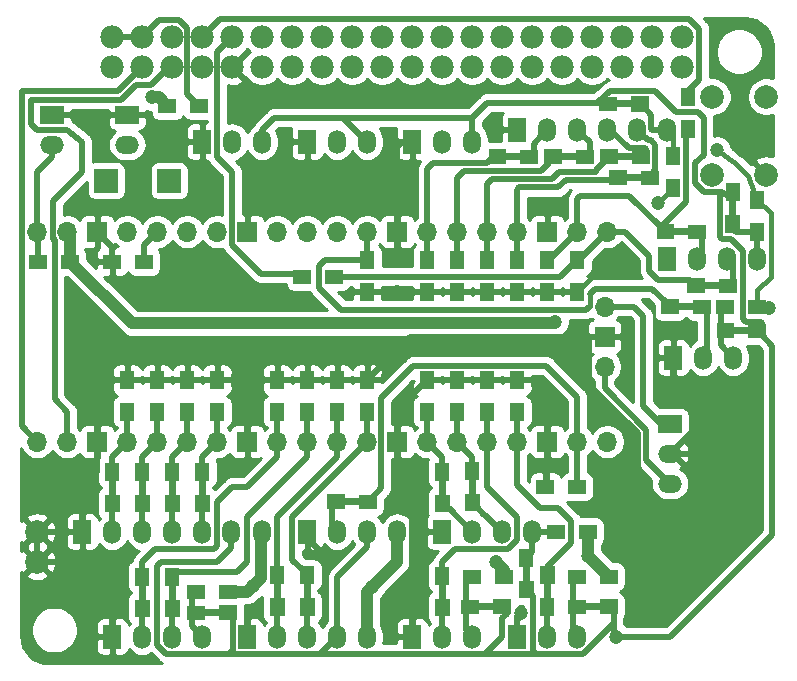
<source format=gbr>
%TF.GenerationSoftware,KiCad,Pcbnew,5.1.7-a382d34a8~87~ubuntu20.04.1*%
%TF.CreationDate,2021-04-14T12:00:42+02:00*%
%TF.ProjectId,pico_on_raspi,7069636f-5f6f-46e5-9f72-617370692e6b,rev?*%
%TF.SameCoordinates,Original*%
%TF.FileFunction,Copper,L2,Bot*%
%TF.FilePolarity,Positive*%
%FSLAX46Y46*%
G04 Gerber Fmt 4.6, Leading zero omitted, Abs format (unit mm)*
G04 Created by KiCad (PCBNEW 5.1.7-a382d34a8~87~ubuntu20.04.1) date 2021-04-14 12:00:42*
%MOMM*%
%LPD*%
G01*
G04 APERTURE LIST*
%TA.AperFunction,ComponentPad*%
%ADD10O,1.700000X1.700000*%
%TD*%
%TA.AperFunction,ComponentPad*%
%ADD11R,1.700000X1.700000*%
%TD*%
%TA.AperFunction,ComponentPad*%
%ADD12C,1.998980*%
%TD*%
%TA.AperFunction,SMDPad,CuDef*%
%ADD13R,1.300000X1.500000*%
%TD*%
%TA.AperFunction,SMDPad,CuDef*%
%ADD14C,0.100000*%
%TD*%
%TA.AperFunction,SMDPad,CuDef*%
%ADD15R,1.500000X1.300000*%
%TD*%
%TA.AperFunction,ComponentPad*%
%ADD16O,1.500000X1.998980*%
%TD*%
%TA.AperFunction,ComponentPad*%
%ADD17R,1.500000X1.998980*%
%TD*%
%TA.AperFunction,ComponentPad*%
%ADD18O,1.998980X1.500000*%
%TD*%
%TA.AperFunction,ComponentPad*%
%ADD19R,1.998980X1.500000*%
%TD*%
%TA.AperFunction,ComponentPad*%
%ADD20C,1.990000*%
%TD*%
%TA.AperFunction,ComponentPad*%
%ADD21R,1.998980X1.998980*%
%TD*%
%TA.AperFunction,ViaPad*%
%ADD22C,1.200000*%
%TD*%
%TA.AperFunction,Conductor*%
%ADD23C,0.500000*%
%TD*%
%TA.AperFunction,Conductor*%
%ADD24C,1.000000*%
%TD*%
%TA.AperFunction,Conductor*%
%ADD25C,0.400000*%
%TD*%
%TA.AperFunction,Conductor*%
%ADD26C,0.254000*%
%TD*%
%TA.AperFunction,Conductor*%
%ADD27C,0.100000*%
%TD*%
G04 APERTURE END LIST*
D10*
%TO.P,U1,1*%
%TO.N,Net-(J20-Pad3)*%
X68580000Y-125730000D03*
%TO.P,U1,2*%
%TO.N,Net-(J20-Pad5)*%
X71120000Y-125730000D03*
D11*
%TO.P,U1,3*%
%TO.N,GND*%
X73660000Y-125730000D03*
D10*
%TO.P,U1,4*%
%TO.N,Net-(R14-Pad1)*%
X76200000Y-125730000D03*
%TO.P,U1,5*%
%TO.N,Net-(R10-Pad2)*%
X78740000Y-125730000D03*
%TO.P,U1,6*%
%TO.N,Net-(R11-Pad2)*%
X81280000Y-125730000D03*
%TO.P,U1,7*%
%TO.N,Net-(R12-Pad2)*%
X83820000Y-125730000D03*
D11*
%TO.P,U1,8*%
%TO.N,GND*%
X86360000Y-125730000D03*
D10*
%TO.P,U1,9*%
%TO.N,Net-(R17-Pad2)*%
X88900000Y-125730000D03*
%TO.P,U1,10*%
%TO.N,Net-(R18-Pad2)*%
X91440000Y-125730000D03*
%TO.P,U1,11*%
%TO.N,Net-(R19-Pad2)*%
X93980000Y-125730000D03*
%TO.P,U1,12*%
%TO.N,Net-(R20-Pad2)*%
X96520000Y-125730000D03*
D11*
%TO.P,U1,13*%
%TO.N,GND*%
X99060000Y-125730000D03*
D10*
%TO.P,U1,14*%
%TO.N,Net-(R21-Pad2)*%
X101600000Y-125730000D03*
%TO.P,U1,15*%
%TO.N,Net-(R22-Pad2)*%
X104140000Y-125730000D03*
%TO.P,U1,16*%
%TO.N,Net-(R13-Pad2)*%
X106680000Y-125730000D03*
%TO.P,U1,17*%
%TO.N,Net-(R16-Pad1)*%
X109220000Y-125730000D03*
D11*
%TO.P,U1,18*%
%TO.N,GND*%
X111760000Y-125730000D03*
D10*
%TO.P,U1,19*%
%TO.N,Net-(R31-Pad2)*%
X114300000Y-125730000D03*
%TO.P,U1,20*%
%TO.N,Net-(U1-Pad20)*%
X116840000Y-125730000D03*
%TO.P,U1,21*%
%TO.N,Net-(R38-Pad1)*%
X116840000Y-107950000D03*
%TO.P,U1,22*%
%TO.N,Net-(R40-Pad1)*%
X114300000Y-107950000D03*
D11*
%TO.P,U1,23*%
%TO.N,GND*%
X111760000Y-107950000D03*
D10*
%TO.P,U1,24*%
%TO.N,Net-(R42-Pad1)*%
X109220000Y-107950000D03*
%TO.P,U1,25*%
%TO.N,Net-(R39-Pad1)*%
X106680000Y-107950000D03*
%TO.P,U1,26*%
%TO.N,Net-(R37-Pad1)*%
X104140000Y-107950000D03*
%TO.P,U1,27*%
%TO.N,Net-(R35-Pad1)*%
X101600000Y-107950000D03*
D11*
%TO.P,U1,28*%
%TO.N,GND*%
X99060000Y-107950000D03*
D10*
%TO.P,U1,29*%
%TO.N,Net-(R52-Pad2)*%
X96520000Y-107950000D03*
%TO.P,U1,30*%
%TO.N,Net-(SW1-Pad1)*%
X93980000Y-107950000D03*
%TO.P,U1,31*%
%TO.N,Net-(J18-Pad2)*%
X91440000Y-107950000D03*
%TO.P,U1,32*%
%TO.N,Net-(J16-Pad2)*%
X88900000Y-107950000D03*
D11*
%TO.P,U1,33*%
%TO.N,GND*%
X86360000Y-107950000D03*
D10*
%TO.P,U1,34*%
%TO.N,Net-(J15-Pad2)*%
X83820000Y-107950000D03*
%TO.P,U1,35*%
%TO.N,Net-(J12-Pad1)*%
X81280000Y-107950000D03*
%TO.P,U1,36*%
%TO.N,+3.3V*%
X78740000Y-107950000D03*
%TO.P,U1,37*%
%TO.N,Net-(J11-Pad1)*%
X76200000Y-107950000D03*
D11*
%TO.P,U1,38*%
%TO.N,GND*%
X73660000Y-107950000D03*
D10*
%TO.P,U1,39*%
%TO.N,+5V*%
X71120000Y-107950000D03*
%TO.P,U1,40*%
%TO.N,Net-(J10-Pad2)*%
X68580000Y-107950000D03*
%TO.P,U1,41*%
%TO.N,Net-(J9-Pad3)*%
X116610000Y-119380000D03*
D11*
%TO.P,U1,42*%
%TO.N,GND*%
X116610000Y-116840000D03*
D10*
%TO.P,U1,43*%
%TO.N,Net-(J9-Pad1)*%
X116610000Y-114300000D03*
%TD*%
D12*
%TO.P,SW1,4*%
%TO.N,N/C*%
X130302000Y-96520000D03*
%TO.P,SW1,3*%
X125730000Y-96520000D03*
%TO.P,SW1,1*%
%TO.N,Net-(SW1-Pad1)*%
X125730000Y-103124000D03*
%TO.P,SW1,2*%
%TO.N,GND*%
X130302000Y-103124000D03*
%TD*%
D13*
%TO.P,R57,2*%
%TO.N,+5V*%
X122428000Y-104220000D03*
%TO.P,R57,1*%
%TO.N,Net-(J19-Pad6)*%
X122428000Y-101520000D03*
%TD*%
%TA.AperFunction,SMDPad,CuDef*%
D14*
%TO.P,R51,1*%
%TO.N,Net-(R42-Pad1)*%
G36*
X118526000Y-103074000D02*
G01*
X119888000Y-103074000D01*
X119897755Y-103074961D01*
X119907134Y-103077806D01*
X119915779Y-103082427D01*
X119923355Y-103088645D01*
X119929573Y-103096221D01*
X119934194Y-103104866D01*
X119937039Y-103114245D01*
X119938000Y-103124000D01*
X119938000Y-103632000D01*
X119937039Y-103641755D01*
X119934194Y-103651134D01*
X119929573Y-103659779D01*
X119923355Y-103667355D01*
X119915779Y-103673573D01*
X119907134Y-103678194D01*
X119897755Y-103681039D01*
X119888000Y-103682000D01*
X118526000Y-103682000D01*
X118526000Y-104028000D01*
X117026000Y-104028000D01*
X117026000Y-102728000D01*
X118526000Y-102728000D01*
X118526000Y-103074000D01*
G37*
%TD.AperFunction*%
D15*
%TO.P,R51,2*%
%TO.N,Net-(J19-Pad5)*%
X120476000Y-103378000D03*
%TD*%
D13*
%TO.P,R38,2*%
%TO.N,GND*%
X114300000Y-113030000D03*
%TO.P,R38,1*%
%TO.N,Net-(R38-Pad1)*%
X114300000Y-110330000D03*
%TD*%
%TA.AperFunction,SMDPad,CuDef*%
D14*
%TO.P,R31,1*%
%TO.N,Net-(J7-Pad2)*%
G36*
X94650000Y-130506000D02*
G01*
X96012000Y-130506000D01*
X96021755Y-130506961D01*
X96031134Y-130509806D01*
X96039779Y-130514427D01*
X96047355Y-130520645D01*
X96053573Y-130528221D01*
X96058194Y-130536866D01*
X96061039Y-130546245D01*
X96062000Y-130556000D01*
X96062000Y-131064000D01*
X96061039Y-131073755D01*
X96058194Y-131083134D01*
X96053573Y-131091779D01*
X96047355Y-131099355D01*
X96039779Y-131105573D01*
X96031134Y-131110194D01*
X96021755Y-131113039D01*
X96012000Y-131114000D01*
X94650000Y-131114000D01*
X94650000Y-131460000D01*
X93150000Y-131460000D01*
X93150000Y-130160000D01*
X94650000Y-130160000D01*
X94650000Y-130506000D01*
G37*
%TD.AperFunction*%
D15*
%TO.P,R31,2*%
%TO.N,Net-(R31-Pad2)*%
X96600000Y-130810000D03*
%TD*%
D16*
%TO.P,J1,5*%
%TO.N,Net-(J1-Pad5)*%
X82550000Y-133350000D03*
%TO.P,J1,4*%
%TO.N,Net-(J1-Pad4)*%
X80010000Y-133350000D03*
%TO.P,J1,3*%
%TO.N,Net-(J1-Pad3)*%
X77470000Y-133350000D03*
%TO.P,J1,2*%
%TO.N,Net-(J1-Pad2)*%
X74930000Y-133350000D03*
D17*
%TO.P,J1,1*%
%TO.N,GND*%
X72390000Y-133350000D03*
D16*
%TO.P,J1,7*%
%TO.N,+5V*%
X87630000Y-133350000D03*
%TO.P,J1,6*%
%TO.N,+3.3V*%
X84963000Y-133350000D03*
%TD*%
%TO.P,J6,5*%
%TO.N,+5V*%
X96520000Y-142240000D03*
%TO.P,J6,4*%
%TO.N,+3.3V*%
X93980000Y-142240000D03*
%TO.P,J6,3*%
%TO.N,Net-(J6-Pad3)*%
X91440000Y-142240000D03*
%TO.P,J6,2*%
%TO.N,Net-(J6-Pad2)*%
X88900000Y-142240000D03*
D17*
%TO.P,J6,1*%
%TO.N,GND*%
X86360000Y-142240000D03*
%TD*%
D18*
%TO.P,J13,2*%
%TO.N,+3.3V*%
X76200000Y-100584000D03*
D19*
%TO.P,J13,1*%
%TO.N,GND*%
X76200000Y-98044000D03*
%TD*%
D15*
%TO.P,C2,2*%
%TO.N,GND*%
X74930000Y-110490000D03*
%TO.P,C2,1*%
%TO.N,+3.3V*%
X77630000Y-110490000D03*
%TD*%
D16*
%TO.P,J2,4*%
%TO.N,Net-(J2-Pad4)*%
X82550000Y-142240000D03*
%TO.P,J2,3*%
%TO.N,Net-(J2-Pad3)*%
X80010000Y-142240000D03*
%TO.P,J2,2*%
%TO.N,Net-(J2-Pad2)*%
X77470000Y-142240000D03*
D17*
%TO.P,J2,1*%
%TO.N,GND*%
X74930000Y-142240000D03*
%TD*%
D16*
%TO.P,J3,4*%
%TO.N,Net-(J3-Pad4)*%
X110490000Y-133350000D03*
%TO.P,J3,3*%
%TO.N,Net-(J3-Pad3)*%
X107950000Y-133350000D03*
%TO.P,J3,2*%
%TO.N,Net-(J3-Pad2)*%
X105410000Y-133350000D03*
D17*
%TO.P,J3,1*%
%TO.N,GND*%
X102870000Y-133350000D03*
%TD*%
D16*
%TO.P,J4,3*%
%TO.N,Net-(J4-Pad3)*%
X105410000Y-142240000D03*
%TO.P,J4,2*%
%TO.N,Net-(J4-Pad2)*%
X102870000Y-142240000D03*
D17*
%TO.P,J4,1*%
%TO.N,GND*%
X100330000Y-142240000D03*
%TD*%
D16*
%TO.P,J5,3*%
%TO.N,Net-(J5-Pad3)*%
X114300000Y-142240000D03*
%TO.P,J5,2*%
%TO.N,Net-(J5-Pad2)*%
X111760000Y-142240000D03*
D17*
%TO.P,J5,1*%
%TO.N,GND*%
X109220000Y-142240000D03*
%TD*%
D16*
%TO.P,J7,4*%
%TO.N,+5V*%
X99060000Y-133350000D03*
%TO.P,J7,3*%
%TO.N,+3.3V*%
X96520000Y-133350000D03*
%TO.P,J7,2*%
%TO.N,Net-(J7-Pad2)*%
X93980000Y-133350000D03*
D17*
%TO.P,J7,1*%
%TO.N,GND*%
X91440000Y-133350000D03*
%TD*%
D12*
%TO.P,J8,1*%
%TO.N,GND*%
X68580000Y-135890000D03*
%TO.P,J8,2*%
X68580000Y-133350000D03*
%TD*%
D18*
%TO.P,J9,3*%
%TO.N,Net-(J9-Pad3)*%
X122174000Y-129286000D03*
%TO.P,J9,2*%
%TO.N,GND*%
X122174000Y-126746000D03*
D19*
%TO.P,J9,1*%
%TO.N,Net-(J9-Pad1)*%
X122174000Y-124206000D03*
%TD*%
D16*
%TO.P,J14,4*%
%TO.N,Net-(J14-Pad4)*%
X129540000Y-110236000D03*
%TO.P,J14,3*%
%TO.N,Net-(J14-Pad3)*%
X127000000Y-110236000D03*
%TO.P,J14,2*%
%TO.N,Net-(J14-Pad2)*%
X124460000Y-110236000D03*
D17*
%TO.P,J14,1*%
%TO.N,GND*%
X121920000Y-110236000D03*
%TD*%
D16*
%TO.P,J15,3*%
%TO.N,+3.3V*%
X87630000Y-100330000D03*
%TO.P,J15,2*%
%TO.N,Net-(J15-Pad2)*%
X85090000Y-100330000D03*
D17*
%TO.P,J15,1*%
%TO.N,GND*%
X82550000Y-100330000D03*
%TD*%
D16*
%TO.P,J16,3*%
%TO.N,+3.3V*%
X96520000Y-100330000D03*
%TO.P,J16,2*%
%TO.N,Net-(J16-Pad2)*%
X93980000Y-100330000D03*
D17*
%TO.P,J16,1*%
%TO.N,GND*%
X91440000Y-100330000D03*
%TD*%
D16*
%TO.P,J17,3*%
%TO.N,Net-(J17-Pad3)*%
X127508000Y-118618000D03*
%TO.P,J17,2*%
%TO.N,Net-(J17-Pad2)*%
X124968000Y-118618000D03*
D17*
%TO.P,J17,1*%
%TO.N,GND*%
X122428000Y-118618000D03*
%TD*%
D16*
%TO.P,J18,3*%
%TO.N,+3.3V*%
X105410000Y-100330000D03*
%TO.P,J18,2*%
%TO.N,Net-(J18-Pad2)*%
X102870000Y-100330000D03*
D17*
%TO.P,J18,1*%
%TO.N,GND*%
X100330000Y-100330000D03*
%TD*%
D16*
%TO.P,J19,6*%
%TO.N,Net-(J19-Pad6)*%
X121920000Y-99314000D03*
%TO.P,J19,5*%
%TO.N,Net-(J19-Pad5)*%
X119380000Y-99314000D03*
%TO.P,J19,4*%
%TO.N,Net-(J19-Pad4)*%
X116840000Y-99314000D03*
%TO.P,J19,3*%
%TO.N,Net-(J19-Pad3)*%
X114300000Y-99314000D03*
%TO.P,J19,2*%
%TO.N,Net-(J19-Pad2)*%
X111760000Y-99314000D03*
D17*
%TO.P,J19,1*%
%TO.N,GND*%
X109220000Y-99314000D03*
%TD*%
D20*
%TO.P,J20,40*%
%TO.N,Net-(J20-Pad40)*%
X123187460Y-91442540D03*
%TO.P,J20,39*%
%TO.N,Net-(J20-Pad39)*%
X123187460Y-93982540D03*
%TO.P,J20,38*%
%TO.N,Net-(J20-Pad38)*%
X120647460Y-91442540D03*
%TO.P,J20,37*%
%TO.N,Net-(J20-Pad37)*%
X120647460Y-93982540D03*
%TO.P,J20,36*%
%TO.N,Net-(J20-Pad36)*%
X118107460Y-91442540D03*
%TO.P,J20,35*%
%TO.N,Net-(J20-Pad35)*%
X118107460Y-93982540D03*
%TO.P,J20,34*%
%TO.N,Net-(J20-Pad34)*%
X115567460Y-91442540D03*
%TO.P,J20,33*%
%TO.N,Net-(J20-Pad33)*%
X115567460Y-93982540D03*
%TO.P,J20,32*%
%TO.N,Net-(J20-Pad32)*%
X113027460Y-91442540D03*
%TO.P,J20,31*%
%TO.N,Net-(J20-Pad31)*%
X113027460Y-93982540D03*
%TO.P,J20,30*%
%TO.N,Net-(J20-Pad30)*%
X110487460Y-91442540D03*
%TO.P,J20,29*%
%TO.N,Net-(J20-Pad29)*%
X110487460Y-93982540D03*
%TO.P,J20,28*%
%TO.N,Net-(J20-Pad28)*%
X107947460Y-91442540D03*
%TO.P,J20,27*%
%TO.N,Net-(J20-Pad27)*%
X107947460Y-93982540D03*
%TO.P,J20,26*%
%TO.N,Net-(J20-Pad26)*%
X105407460Y-91442540D03*
%TO.P,J20,25*%
%TO.N,Net-(J20-Pad25)*%
X105407460Y-93982540D03*
%TO.P,J20,24*%
%TO.N,Net-(J20-Pad24)*%
X102867460Y-91442540D03*
%TO.P,J20,23*%
%TO.N,Net-(J20-Pad23)*%
X102867460Y-93982540D03*
%TO.P,J20,22*%
%TO.N,Net-(J20-Pad22)*%
X100327460Y-91442540D03*
%TO.P,J20,21*%
%TO.N,Net-(J20-Pad21)*%
X100327460Y-93982540D03*
%TO.P,J20,20*%
%TO.N,Net-(J20-Pad20)*%
X97787460Y-91442540D03*
%TO.P,J20,19*%
%TO.N,Net-(J20-Pad19)*%
X97787460Y-93982540D03*
%TO.P,J20,18*%
%TO.N,Net-(J20-Pad18)*%
X95247460Y-91442540D03*
%TO.P,J20,17*%
%TO.N,Net-(J20-Pad17)*%
X95247460Y-93982540D03*
%TO.P,J20,16*%
%TO.N,Net-(J20-Pad16)*%
X92707460Y-91442540D03*
%TO.P,J20,15*%
%TO.N,Net-(J20-Pad15)*%
X92707460Y-93982540D03*
%TO.P,J20,14*%
%TO.N,Net-(J20-Pad14)*%
X90167460Y-91442540D03*
%TO.P,J20,13*%
%TO.N,Net-(J20-Pad13)*%
X90167460Y-93982540D03*
%TO.P,J20,12*%
%TO.N,Net-(J20-Pad12)*%
X87627460Y-91442540D03*
%TO.P,J20,11*%
%TO.N,Net-(J20-Pad11)*%
X87627460Y-93982540D03*
%TO.P,J20,10*%
%TO.N,Net-(J20-Pad10)*%
X85087460Y-91442540D03*
%TO.P,J20,9*%
%TO.N,GND*%
X85087460Y-93982540D03*
%TO.P,J20,8*%
%TO.N,Net-(J20-Pad8)*%
X82547460Y-91442540D03*
%TO.P,J20,7*%
%TO.N,Net-(J20-Pad7)*%
X82547460Y-93982540D03*
%TO.P,J20,6*%
%TO.N,Net-(J20-Pad6)*%
X80007460Y-91442540D03*
%TO.P,J20,5*%
%TO.N,Net-(J20-Pad5)*%
X80007460Y-93982540D03*
%TO.P,J20,4*%
%TO.N,Net-(J20-Pad2)*%
X77467460Y-91442540D03*
%TO.P,J20,3*%
%TO.N,Net-(J20-Pad3)*%
X77467460Y-93982540D03*
%TO.P,J20,2*%
%TO.N,Net-(J20-Pad2)*%
X74927460Y-91442540D03*
%TO.P,J20,1*%
%TO.N,Net-(J20-Pad1)*%
X74927460Y-93982540D03*
%TD*%
%TA.AperFunction,SMDPad,CuDef*%
D14*
%TO.P,R1,1*%
%TO.N,+3.3V*%
G36*
X83992000Y-140512000D02*
G01*
X82630000Y-140512000D01*
X82620245Y-140511039D01*
X82610866Y-140508194D01*
X82602221Y-140503573D01*
X82594645Y-140497355D01*
X82588427Y-140489779D01*
X82583806Y-140481134D01*
X82580961Y-140471755D01*
X82580000Y-140462000D01*
X82580000Y-139954000D01*
X82580961Y-139944245D01*
X82583806Y-139934866D01*
X82588427Y-139926221D01*
X82594645Y-139918645D01*
X82602221Y-139912427D01*
X82610866Y-139907806D01*
X82620245Y-139904961D01*
X82630000Y-139904000D01*
X83992000Y-139904000D01*
X83992000Y-139558000D01*
X85492000Y-139558000D01*
X85492000Y-140858000D01*
X83992000Y-140858000D01*
X83992000Y-140512000D01*
G37*
%TD.AperFunction*%
D15*
%TO.P,R1,2*%
%TO.N,Net-(J2-Pad4)*%
X82042000Y-140208000D03*
%TD*%
%TO.P,R2,2*%
%TO.N,Net-(J2-Pad4)*%
X82042000Y-138430000D03*
%TO.P,R2,1*%
%TO.N,+5V*%
X84742000Y-138430000D03*
%TD*%
%TA.AperFunction,SMDPad,CuDef*%
D14*
%TO.P,R3,1*%
%TO.N,+3.3V*%
G36*
X109678000Y-137506000D02*
G01*
X109678000Y-136144000D01*
X109678961Y-136134245D01*
X109681806Y-136124866D01*
X109686427Y-136116221D01*
X109692645Y-136108645D01*
X109700221Y-136102427D01*
X109708866Y-136097806D01*
X109718245Y-136094961D01*
X109728000Y-136094000D01*
X110236000Y-136094000D01*
X110245755Y-136094961D01*
X110255134Y-136097806D01*
X110263779Y-136102427D01*
X110271355Y-136108645D01*
X110277573Y-136116221D01*
X110282194Y-136124866D01*
X110285039Y-136134245D01*
X110286000Y-136144000D01*
X110286000Y-137506000D01*
X110632000Y-137506000D01*
X110632000Y-139006000D01*
X109332000Y-139006000D01*
X109332000Y-137506000D01*
X109678000Y-137506000D01*
G37*
%TD.AperFunction*%
D13*
%TO.P,R3,2*%
%TO.N,Net-(J3-Pad4)*%
X109982000Y-135556000D03*
%TD*%
D15*
%TO.P,R4,2*%
%TO.N,Net-(J3-Pad4)*%
X112522000Y-133350000D03*
%TO.P,R4,1*%
%TO.N,+5V*%
X115222000Y-133350000D03*
%TD*%
%TA.AperFunction,SMDPad,CuDef*%
D14*
%TO.P,R5,1*%
%TO.N,+3.3V*%
G36*
X107200000Y-140004000D02*
G01*
X105838000Y-140004000D01*
X105828245Y-140003039D01*
X105818866Y-140000194D01*
X105810221Y-139995573D01*
X105802645Y-139989355D01*
X105796427Y-139981779D01*
X105791806Y-139973134D01*
X105788961Y-139963755D01*
X105788000Y-139954000D01*
X105788000Y-139446000D01*
X105788961Y-139436245D01*
X105791806Y-139426866D01*
X105796427Y-139418221D01*
X105802645Y-139410645D01*
X105810221Y-139404427D01*
X105818866Y-139399806D01*
X105828245Y-139396961D01*
X105838000Y-139396000D01*
X107200000Y-139396000D01*
X107200000Y-139050000D01*
X108700000Y-139050000D01*
X108700000Y-140350000D01*
X107200000Y-140350000D01*
X107200000Y-140004000D01*
G37*
%TD.AperFunction*%
D15*
%TO.P,R5,2*%
%TO.N,Net-(J4-Pad3)*%
X105250000Y-139700000D03*
%TD*%
%TO.P,R6,2*%
%TO.N,Net-(J4-Pad3)*%
X105410000Y-137160000D03*
%TO.P,R6,1*%
%TO.N,+5V*%
X108110000Y-137160000D03*
%TD*%
%TA.AperFunction,SMDPad,CuDef*%
D14*
%TO.P,R7,1*%
%TO.N,+3.3V*%
G36*
X116250000Y-140004000D02*
G01*
X114888000Y-140004000D01*
X114878245Y-140003039D01*
X114868866Y-140000194D01*
X114860221Y-139995573D01*
X114852645Y-139989355D01*
X114846427Y-139981779D01*
X114841806Y-139973134D01*
X114838961Y-139963755D01*
X114838000Y-139954000D01*
X114838000Y-139446000D01*
X114838961Y-139436245D01*
X114841806Y-139426866D01*
X114846427Y-139418221D01*
X114852645Y-139410645D01*
X114860221Y-139404427D01*
X114868866Y-139399806D01*
X114878245Y-139396961D01*
X114888000Y-139396000D01*
X116250000Y-139396000D01*
X116250000Y-139050000D01*
X117750000Y-139050000D01*
X117750000Y-140350000D01*
X116250000Y-140350000D01*
X116250000Y-140004000D01*
G37*
%TD.AperFunction*%
D15*
%TO.P,R7,2*%
%TO.N,Net-(J5-Pad3)*%
X114300000Y-139700000D03*
%TD*%
%TO.P,R8,2*%
%TO.N,Net-(J5-Pad3)*%
X114300000Y-137160000D03*
%TO.P,R8,1*%
%TO.N,+5V*%
X117000000Y-137160000D03*
%TD*%
%TA.AperFunction,SMDPad,CuDef*%
D14*
%TO.P,R9,1*%
%TO.N,Net-(J1-Pad2)*%
G36*
X74626000Y-130220000D02*
G01*
X74626000Y-128858000D01*
X74626961Y-128848245D01*
X74629806Y-128838866D01*
X74634427Y-128830221D01*
X74640645Y-128822645D01*
X74648221Y-128816427D01*
X74656866Y-128811806D01*
X74666245Y-128808961D01*
X74676000Y-128808000D01*
X75184000Y-128808000D01*
X75193755Y-128808961D01*
X75203134Y-128811806D01*
X75211779Y-128816427D01*
X75219355Y-128822645D01*
X75225573Y-128830221D01*
X75230194Y-128838866D01*
X75233039Y-128848245D01*
X75234000Y-128858000D01*
X75234000Y-130220000D01*
X75580000Y-130220000D01*
X75580000Y-131720000D01*
X74280000Y-131720000D01*
X74280000Y-130220000D01*
X74626000Y-130220000D01*
G37*
%TD.AperFunction*%
D13*
%TO.P,R9,2*%
%TO.N,Net-(R14-Pad1)*%
X74930000Y-128270000D03*
%TD*%
%TA.AperFunction,SMDPad,CuDef*%
D14*
%TO.P,R10,1*%
%TO.N,Net-(J1-Pad3)*%
G36*
X77166000Y-130220000D02*
G01*
X77166000Y-128858000D01*
X77166961Y-128848245D01*
X77169806Y-128838866D01*
X77174427Y-128830221D01*
X77180645Y-128822645D01*
X77188221Y-128816427D01*
X77196866Y-128811806D01*
X77206245Y-128808961D01*
X77216000Y-128808000D01*
X77724000Y-128808000D01*
X77733755Y-128808961D01*
X77743134Y-128811806D01*
X77751779Y-128816427D01*
X77759355Y-128822645D01*
X77765573Y-128830221D01*
X77770194Y-128838866D01*
X77773039Y-128848245D01*
X77774000Y-128858000D01*
X77774000Y-130220000D01*
X78120000Y-130220000D01*
X78120000Y-131720000D01*
X76820000Y-131720000D01*
X76820000Y-130220000D01*
X77166000Y-130220000D01*
G37*
%TD.AperFunction*%
D13*
%TO.P,R10,2*%
%TO.N,Net-(R10-Pad2)*%
X77470000Y-128270000D03*
%TD*%
%TA.AperFunction,SMDPad,CuDef*%
D14*
%TO.P,R11,1*%
%TO.N,Net-(J1-Pad4)*%
G36*
X79706000Y-130220000D02*
G01*
X79706000Y-128858000D01*
X79706961Y-128848245D01*
X79709806Y-128838866D01*
X79714427Y-128830221D01*
X79720645Y-128822645D01*
X79728221Y-128816427D01*
X79736866Y-128811806D01*
X79746245Y-128808961D01*
X79756000Y-128808000D01*
X80264000Y-128808000D01*
X80273755Y-128808961D01*
X80283134Y-128811806D01*
X80291779Y-128816427D01*
X80299355Y-128822645D01*
X80305573Y-128830221D01*
X80310194Y-128838866D01*
X80313039Y-128848245D01*
X80314000Y-128858000D01*
X80314000Y-130220000D01*
X80660000Y-130220000D01*
X80660000Y-131720000D01*
X79360000Y-131720000D01*
X79360000Y-130220000D01*
X79706000Y-130220000D01*
G37*
%TD.AperFunction*%
D13*
%TO.P,R11,2*%
%TO.N,Net-(R11-Pad2)*%
X80010000Y-128270000D03*
%TD*%
%TA.AperFunction,SMDPad,CuDef*%
D14*
%TO.P,R12,1*%
%TO.N,Net-(J1-Pad5)*%
G36*
X82246000Y-130220000D02*
G01*
X82246000Y-128858000D01*
X82246961Y-128848245D01*
X82249806Y-128838866D01*
X82254427Y-128830221D01*
X82260645Y-128822645D01*
X82268221Y-128816427D01*
X82276866Y-128811806D01*
X82286245Y-128808961D01*
X82296000Y-128808000D01*
X82804000Y-128808000D01*
X82813755Y-128808961D01*
X82823134Y-128811806D01*
X82831779Y-128816427D01*
X82839355Y-128822645D01*
X82845573Y-128830221D01*
X82850194Y-128838866D01*
X82853039Y-128848245D01*
X82854000Y-128858000D01*
X82854000Y-130220000D01*
X83200000Y-130220000D01*
X83200000Y-131720000D01*
X81900000Y-131720000D01*
X81900000Y-130220000D01*
X82246000Y-130220000D01*
G37*
%TD.AperFunction*%
D13*
%TO.P,R12,2*%
%TO.N,Net-(R12-Pad2)*%
X82550000Y-128270000D03*
%TD*%
%TA.AperFunction,SMDPad,CuDef*%
D14*
%TO.P,R13,1*%
%TO.N,Net-(J4-Pad2)*%
G36*
X102566000Y-139030000D02*
G01*
X102566000Y-137668000D01*
X102566961Y-137658245D01*
X102569806Y-137648866D01*
X102574427Y-137640221D01*
X102580645Y-137632645D01*
X102588221Y-137626427D01*
X102596866Y-137621806D01*
X102606245Y-137618961D01*
X102616000Y-137618000D01*
X103124000Y-137618000D01*
X103133755Y-137618961D01*
X103143134Y-137621806D01*
X103151779Y-137626427D01*
X103159355Y-137632645D01*
X103165573Y-137640221D01*
X103170194Y-137648866D01*
X103173039Y-137658245D01*
X103174000Y-137668000D01*
X103174000Y-139030000D01*
X103520000Y-139030000D01*
X103520000Y-140530000D01*
X102220000Y-140530000D01*
X102220000Y-139030000D01*
X102566000Y-139030000D01*
G37*
%TD.AperFunction*%
D13*
%TO.P,R13,2*%
%TO.N,Net-(R13-Pad2)*%
X102870000Y-137080000D03*
%TD*%
%TO.P,R14,2*%
%TO.N,GND*%
X76200000Y-120490000D03*
%TO.P,R14,1*%
%TO.N,Net-(R14-Pad1)*%
X76200000Y-123190000D03*
%TD*%
%TO.P,R15,2*%
%TO.N,GND*%
X78740000Y-120490000D03*
%TO.P,R15,1*%
%TO.N,Net-(R10-Pad2)*%
X78740000Y-123190000D03*
%TD*%
%TA.AperFunction,SMDPad,CuDef*%
D14*
%TO.P,R16,1*%
%TO.N,Net-(R16-Pad1)*%
G36*
X112064000Y-137750000D02*
G01*
X112064000Y-139112000D01*
X112063039Y-139121755D01*
X112060194Y-139131134D01*
X112055573Y-139139779D01*
X112049355Y-139147355D01*
X112041779Y-139153573D01*
X112033134Y-139158194D01*
X112023755Y-139161039D01*
X112014000Y-139162000D01*
X111506000Y-139162000D01*
X111496245Y-139161039D01*
X111486866Y-139158194D01*
X111478221Y-139153573D01*
X111470645Y-139147355D01*
X111464427Y-139139779D01*
X111459806Y-139131134D01*
X111456961Y-139121755D01*
X111456000Y-139112000D01*
X111456000Y-137750000D01*
X111110000Y-137750000D01*
X111110000Y-136250000D01*
X112410000Y-136250000D01*
X112410000Y-137750000D01*
X112064000Y-137750000D01*
G37*
%TD.AperFunction*%
D13*
%TO.P,R16,2*%
%TO.N,Net-(J5-Pad2)*%
X111760000Y-139700000D03*
%TD*%
%TA.AperFunction,SMDPad,CuDef*%
D14*
%TO.P,R17,1*%
%TO.N,Net-(J2-Pad2)*%
G36*
X77166000Y-139110000D02*
G01*
X77166000Y-137748000D01*
X77166961Y-137738245D01*
X77169806Y-137728866D01*
X77174427Y-137720221D01*
X77180645Y-137712645D01*
X77188221Y-137706427D01*
X77196866Y-137701806D01*
X77206245Y-137698961D01*
X77216000Y-137698000D01*
X77724000Y-137698000D01*
X77733755Y-137698961D01*
X77743134Y-137701806D01*
X77751779Y-137706427D01*
X77759355Y-137712645D01*
X77765573Y-137720221D01*
X77770194Y-137728866D01*
X77773039Y-137738245D01*
X77774000Y-137748000D01*
X77774000Y-139110000D01*
X78120000Y-139110000D01*
X78120000Y-140610000D01*
X76820000Y-140610000D01*
X76820000Y-139110000D01*
X77166000Y-139110000D01*
G37*
%TD.AperFunction*%
D13*
%TO.P,R17,2*%
%TO.N,Net-(R17-Pad2)*%
X77470000Y-137160000D03*
%TD*%
%TA.AperFunction,SMDPad,CuDef*%
D14*
%TO.P,R18,1*%
%TO.N,Net-(J2-Pad3)*%
G36*
X79706000Y-139110000D02*
G01*
X79706000Y-137748000D01*
X79706961Y-137738245D01*
X79709806Y-137728866D01*
X79714427Y-137720221D01*
X79720645Y-137712645D01*
X79728221Y-137706427D01*
X79736866Y-137701806D01*
X79746245Y-137698961D01*
X79756000Y-137698000D01*
X80264000Y-137698000D01*
X80273755Y-137698961D01*
X80283134Y-137701806D01*
X80291779Y-137706427D01*
X80299355Y-137712645D01*
X80305573Y-137720221D01*
X80310194Y-137728866D01*
X80313039Y-137738245D01*
X80314000Y-137748000D01*
X80314000Y-139110000D01*
X80660000Y-139110000D01*
X80660000Y-140610000D01*
X79360000Y-140610000D01*
X79360000Y-139110000D01*
X79706000Y-139110000D01*
G37*
%TD.AperFunction*%
D13*
%TO.P,R18,2*%
%TO.N,Net-(R18-Pad2)*%
X80010000Y-137160000D03*
%TD*%
%TA.AperFunction,SMDPad,CuDef*%
D14*
%TO.P,R19,1*%
%TO.N,Net-(J6-Pad2)*%
G36*
X88596000Y-138950000D02*
G01*
X88596000Y-137588000D01*
X88596961Y-137578245D01*
X88599806Y-137568866D01*
X88604427Y-137560221D01*
X88610645Y-137552645D01*
X88618221Y-137546427D01*
X88626866Y-137541806D01*
X88636245Y-137538961D01*
X88646000Y-137538000D01*
X89154000Y-137538000D01*
X89163755Y-137538961D01*
X89173134Y-137541806D01*
X89181779Y-137546427D01*
X89189355Y-137552645D01*
X89195573Y-137560221D01*
X89200194Y-137568866D01*
X89203039Y-137578245D01*
X89204000Y-137588000D01*
X89204000Y-138950000D01*
X89550000Y-138950000D01*
X89550000Y-140450000D01*
X88250000Y-140450000D01*
X88250000Y-138950000D01*
X88596000Y-138950000D01*
G37*
%TD.AperFunction*%
D13*
%TO.P,R19,2*%
%TO.N,Net-(R19-Pad2)*%
X88900000Y-137000000D03*
%TD*%
%TA.AperFunction,SMDPad,CuDef*%
D14*
%TO.P,R20,1*%
%TO.N,Net-(J6-Pad3)*%
G36*
X91136000Y-138950000D02*
G01*
X91136000Y-137588000D01*
X91136961Y-137578245D01*
X91139806Y-137568866D01*
X91144427Y-137560221D01*
X91150645Y-137552645D01*
X91158221Y-137546427D01*
X91166866Y-137541806D01*
X91176245Y-137538961D01*
X91186000Y-137538000D01*
X91694000Y-137538000D01*
X91703755Y-137538961D01*
X91713134Y-137541806D01*
X91721779Y-137546427D01*
X91729355Y-137552645D01*
X91735573Y-137560221D01*
X91740194Y-137568866D01*
X91743039Y-137578245D01*
X91744000Y-137588000D01*
X91744000Y-138950000D01*
X92090000Y-138950000D01*
X92090000Y-140450000D01*
X90790000Y-140450000D01*
X90790000Y-138950000D01*
X91136000Y-138950000D01*
G37*
%TD.AperFunction*%
D13*
%TO.P,R20,2*%
%TO.N,Net-(R20-Pad2)*%
X91440000Y-137000000D03*
%TD*%
%TA.AperFunction,SMDPad,CuDef*%
D14*
%TO.P,R21,1*%
%TO.N,Net-(J3-Pad2)*%
G36*
X102566000Y-130220000D02*
G01*
X102566000Y-128858000D01*
X102566961Y-128848245D01*
X102569806Y-128838866D01*
X102574427Y-128830221D01*
X102580645Y-128822645D01*
X102588221Y-128816427D01*
X102596866Y-128811806D01*
X102606245Y-128808961D01*
X102616000Y-128808000D01*
X103124000Y-128808000D01*
X103133755Y-128808961D01*
X103143134Y-128811806D01*
X103151779Y-128816427D01*
X103159355Y-128822645D01*
X103165573Y-128830221D01*
X103170194Y-128838866D01*
X103173039Y-128848245D01*
X103174000Y-128858000D01*
X103174000Y-130220000D01*
X103520000Y-130220000D01*
X103520000Y-131720000D01*
X102220000Y-131720000D01*
X102220000Y-130220000D01*
X102566000Y-130220000D01*
G37*
%TD.AperFunction*%
D13*
%TO.P,R21,2*%
%TO.N,Net-(R21-Pad2)*%
X102870000Y-128270000D03*
%TD*%
%TA.AperFunction,SMDPad,CuDef*%
D14*
%TO.P,R22,1*%
%TO.N,Net-(J3-Pad3)*%
G36*
X105106000Y-130140000D02*
G01*
X105106000Y-128778000D01*
X105106961Y-128768245D01*
X105109806Y-128758866D01*
X105114427Y-128750221D01*
X105120645Y-128742645D01*
X105128221Y-128736427D01*
X105136866Y-128731806D01*
X105146245Y-128728961D01*
X105156000Y-128728000D01*
X105664000Y-128728000D01*
X105673755Y-128728961D01*
X105683134Y-128731806D01*
X105691779Y-128736427D01*
X105699355Y-128742645D01*
X105705573Y-128750221D01*
X105710194Y-128758866D01*
X105713039Y-128768245D01*
X105714000Y-128778000D01*
X105714000Y-130140000D01*
X106060000Y-130140000D01*
X106060000Y-131640000D01*
X104760000Y-131640000D01*
X104760000Y-130140000D01*
X105106000Y-130140000D01*
G37*
%TD.AperFunction*%
D13*
%TO.P,R22,2*%
%TO.N,Net-(R22-Pad2)*%
X105410000Y-128190000D03*
%TD*%
%TO.P,R23,2*%
%TO.N,GND*%
X81280000Y-120490000D03*
%TO.P,R23,1*%
%TO.N,Net-(R11-Pad2)*%
X81280000Y-123190000D03*
%TD*%
%TO.P,R24,2*%
%TO.N,GND*%
X88900000Y-120490000D03*
%TO.P,R24,1*%
%TO.N,Net-(R17-Pad2)*%
X88900000Y-123190000D03*
%TD*%
%TO.P,R25,2*%
%TO.N,GND*%
X109220000Y-120490000D03*
%TO.P,R25,1*%
%TO.N,Net-(R16-Pad1)*%
X109220000Y-123190000D03*
%TD*%
%TO.P,R26,2*%
%TO.N,GND*%
X83820000Y-120490000D03*
%TO.P,R26,1*%
%TO.N,Net-(R12-Pad2)*%
X83820000Y-123190000D03*
%TD*%
%TO.P,R27,2*%
%TO.N,GND*%
X91440000Y-120490000D03*
%TO.P,R27,1*%
%TO.N,Net-(R18-Pad2)*%
X91440000Y-123190000D03*
%TD*%
%TO.P,R28,2*%
%TO.N,GND*%
X106680000Y-120490000D03*
%TO.P,R28,1*%
%TO.N,Net-(R13-Pad2)*%
X106680000Y-123190000D03*
%TD*%
%TO.P,R29,2*%
%TO.N,GND*%
X93980000Y-120490000D03*
%TO.P,R29,1*%
%TO.N,Net-(R19-Pad2)*%
X93980000Y-123190000D03*
%TD*%
%TO.P,R30,2*%
%TO.N,GND*%
X104140000Y-120490000D03*
%TO.P,R30,1*%
%TO.N,Net-(R22-Pad2)*%
X104140000Y-123190000D03*
%TD*%
%TO.P,R32,2*%
%TO.N,GND*%
X96520000Y-120490000D03*
%TO.P,R32,1*%
%TO.N,Net-(R20-Pad2)*%
X96520000Y-123190000D03*
%TD*%
%TO.P,R33,2*%
%TO.N,GND*%
X101600000Y-120490000D03*
%TO.P,R33,1*%
%TO.N,Net-(R21-Pad2)*%
X101600000Y-123190000D03*
%TD*%
D15*
%TO.P,R34,2*%
%TO.N,GND*%
X111600000Y-129540000D03*
%TO.P,R34,1*%
%TO.N,Net-(R31-Pad2)*%
X114300000Y-129540000D03*
%TD*%
D13*
%TO.P,R35,2*%
%TO.N,GND*%
X101600000Y-113030000D03*
%TO.P,R35,1*%
%TO.N,Net-(R35-Pad1)*%
X101600000Y-110330000D03*
%TD*%
D15*
%TO.P,R36,2*%
%TO.N,+5V*%
X71374000Y-110490000D03*
%TO.P,R36,1*%
%TO.N,Net-(J10-Pad2)*%
X68674000Y-110490000D03*
%TD*%
D13*
%TO.P,R37,2*%
%TO.N,GND*%
X104140000Y-113030000D03*
%TO.P,R37,1*%
%TO.N,Net-(R37-Pad1)*%
X104140000Y-110330000D03*
%TD*%
%TO.P,R39,2*%
%TO.N,GND*%
X106680000Y-113030000D03*
%TO.P,R39,1*%
%TO.N,Net-(R39-Pad1)*%
X106680000Y-110330000D03*
%TD*%
%TO.P,R40,2*%
%TO.N,GND*%
X111760000Y-113030000D03*
%TO.P,R40,1*%
%TO.N,Net-(R40-Pad1)*%
X111760000Y-110330000D03*
%TD*%
%TA.AperFunction,SMDPad,CuDef*%
D14*
%TO.P,R41,1*%
%TO.N,Net-(R35-Pad1)*%
G36*
X108286000Y-101296000D02*
G01*
X109648000Y-101296000D01*
X109657755Y-101296961D01*
X109667134Y-101299806D01*
X109675779Y-101304427D01*
X109683355Y-101310645D01*
X109689573Y-101318221D01*
X109694194Y-101326866D01*
X109697039Y-101336245D01*
X109698000Y-101346000D01*
X109698000Y-101854000D01*
X109697039Y-101863755D01*
X109694194Y-101873134D01*
X109689573Y-101881779D01*
X109683355Y-101889355D01*
X109675779Y-101895573D01*
X109667134Y-101900194D01*
X109657755Y-101903039D01*
X109648000Y-101904000D01*
X108286000Y-101904000D01*
X108286000Y-102250000D01*
X106786000Y-102250000D01*
X106786000Y-100950000D01*
X108286000Y-100950000D01*
X108286000Y-101296000D01*
G37*
%TD.AperFunction*%
D15*
%TO.P,R41,2*%
%TO.N,Net-(J19-Pad2)*%
X110236000Y-101600000D03*
%TD*%
D13*
%TO.P,R42,2*%
%TO.N,GND*%
X109220000Y-113030000D03*
%TO.P,R42,1*%
%TO.N,Net-(R42-Pad1)*%
X109220000Y-110330000D03*
%TD*%
%TO.P,R43,2*%
%TO.N,Net-(J20-Pad8)*%
X123698000Y-96520000D03*
%TO.P,R43,1*%
%TO.N,Net-(R40-Pad1)*%
X123698000Y-99220000D03*
%TD*%
D15*
%TO.P,R44,2*%
%TO.N,Net-(J20-Pad10)*%
X91026000Y-111760000D03*
%TO.P,R44,1*%
%TO.N,Net-(R38-Pad1)*%
X93726000Y-111760000D03*
%TD*%
%TA.AperFunction,SMDPad,CuDef*%
D14*
%TO.P,R45,1*%
%TO.N,Net-(R40-Pad1)*%
G36*
X122510000Y-107646000D02*
G01*
X123872000Y-107646000D01*
X123881755Y-107646961D01*
X123891134Y-107649806D01*
X123899779Y-107654427D01*
X123907355Y-107660645D01*
X123913573Y-107668221D01*
X123918194Y-107676866D01*
X123921039Y-107686245D01*
X123922000Y-107696000D01*
X123922000Y-108204000D01*
X123921039Y-108213755D01*
X123918194Y-108223134D01*
X123913573Y-108231779D01*
X123907355Y-108239355D01*
X123899779Y-108245573D01*
X123891134Y-108250194D01*
X123881755Y-108253039D01*
X123872000Y-108254000D01*
X122510000Y-108254000D01*
X122510000Y-108600000D01*
X121010000Y-108600000D01*
X121010000Y-107300000D01*
X122510000Y-107300000D01*
X122510000Y-107646000D01*
G37*
%TD.AperFunction*%
D15*
%TO.P,R45,2*%
%TO.N,Net-(J14-Pad2)*%
X124460000Y-107950000D03*
%TD*%
%TA.AperFunction,SMDPad,CuDef*%
D14*
%TO.P,R46,1*%
%TO.N,Net-(R38-Pad1)*%
G36*
X125130000Y-112218000D02*
G01*
X126492000Y-112218000D01*
X126501755Y-112218961D01*
X126511134Y-112221806D01*
X126519779Y-112226427D01*
X126527355Y-112232645D01*
X126533573Y-112240221D01*
X126538194Y-112248866D01*
X126541039Y-112258245D01*
X126542000Y-112268000D01*
X126542000Y-112776000D01*
X126541039Y-112785755D01*
X126538194Y-112795134D01*
X126533573Y-112803779D01*
X126527355Y-112811355D01*
X126519779Y-112817573D01*
X126511134Y-112822194D01*
X126501755Y-112825039D01*
X126492000Y-112826000D01*
X125130000Y-112826000D01*
X125130000Y-113172000D01*
X123630000Y-113172000D01*
X123630000Y-111872000D01*
X125130000Y-111872000D01*
X125130000Y-112218000D01*
G37*
%TD.AperFunction*%
D15*
%TO.P,R46,2*%
%TO.N,Net-(J14-Pad3)*%
X127080000Y-112522000D03*
%TD*%
%TA.AperFunction,SMDPad,CuDef*%
D14*
%TO.P,R47,1*%
%TO.N,Net-(R37-Pad1)*%
G36*
X113018000Y-101296000D02*
G01*
X114380000Y-101296000D01*
X114389755Y-101296961D01*
X114399134Y-101299806D01*
X114407779Y-101304427D01*
X114415355Y-101310645D01*
X114421573Y-101318221D01*
X114426194Y-101326866D01*
X114429039Y-101336245D01*
X114430000Y-101346000D01*
X114430000Y-101854000D01*
X114429039Y-101863755D01*
X114426194Y-101873134D01*
X114421573Y-101881779D01*
X114415355Y-101889355D01*
X114407779Y-101895573D01*
X114399134Y-101900194D01*
X114389755Y-101903039D01*
X114380000Y-101904000D01*
X113018000Y-101904000D01*
X113018000Y-102250000D01*
X111518000Y-102250000D01*
X111518000Y-100950000D01*
X113018000Y-100950000D01*
X113018000Y-101296000D01*
G37*
%TD.AperFunction*%
D15*
%TO.P,R47,2*%
%TO.N,Net-(J19-Pad3)*%
X114968000Y-101600000D03*
%TD*%
%TA.AperFunction,SMDPad,CuDef*%
D14*
%TO.P,R48,1*%
%TO.N,Net-(R39-Pad1)*%
G36*
X117764000Y-101296000D02*
G01*
X119126000Y-101296000D01*
X119135755Y-101296961D01*
X119145134Y-101299806D01*
X119153779Y-101304427D01*
X119161355Y-101310645D01*
X119167573Y-101318221D01*
X119172194Y-101326866D01*
X119175039Y-101336245D01*
X119176000Y-101346000D01*
X119176000Y-101854000D01*
X119175039Y-101863755D01*
X119172194Y-101873134D01*
X119167573Y-101881779D01*
X119161355Y-101889355D01*
X119153779Y-101895573D01*
X119145134Y-101900194D01*
X119135755Y-101903039D01*
X119126000Y-101904000D01*
X117764000Y-101904000D01*
X117764000Y-102250000D01*
X116264000Y-102250000D01*
X116264000Y-100950000D01*
X117764000Y-100950000D01*
X117764000Y-101296000D01*
G37*
%TD.AperFunction*%
D15*
%TO.P,R48,2*%
%TO.N,Net-(J19-Pad4)*%
X119714000Y-101600000D03*
%TD*%
%TA.AperFunction,SMDPad,CuDef*%
D14*
%TO.P,R49,1*%
%TO.N,Net-(J14-Pad4)*%
G36*
X127153200Y-106568800D02*
G01*
X127153200Y-105206800D01*
X127154161Y-105197045D01*
X127157006Y-105187666D01*
X127161627Y-105179021D01*
X127167845Y-105171445D01*
X127175421Y-105165227D01*
X127184066Y-105160606D01*
X127193445Y-105157761D01*
X127203200Y-105156800D01*
X127711200Y-105156800D01*
X127720955Y-105157761D01*
X127730334Y-105160606D01*
X127738979Y-105165227D01*
X127746555Y-105171445D01*
X127752773Y-105179021D01*
X127757394Y-105187666D01*
X127760239Y-105197045D01*
X127761200Y-105206800D01*
X127761200Y-106568800D01*
X128107200Y-106568800D01*
X128107200Y-108068800D01*
X126807200Y-108068800D01*
X126807200Y-106568800D01*
X127153200Y-106568800D01*
G37*
%TD.AperFunction*%
D13*
%TO.P,R49,2*%
%TO.N,+3.3V*%
X127457200Y-104618800D03*
%TD*%
%TO.P,R50,2*%
%TO.N,+5V*%
X129540000Y-105250000D03*
%TO.P,R50,1*%
%TO.N,Net-(J14-Pad4)*%
X129540000Y-107950000D03*
%TD*%
%TO.P,R52,2*%
%TO.N,Net-(R52-Pad2)*%
X96520000Y-110330000D03*
%TO.P,R52,1*%
%TO.N,GND*%
X96520000Y-113030000D03*
%TD*%
%TA.AperFunction,SMDPad,CuDef*%
D14*
%TO.P,R53,1*%
%TO.N,Net-(J17-Pad3)*%
G36*
X127590000Y-116028000D02*
G01*
X128952000Y-116028000D01*
X128961755Y-116028961D01*
X128971134Y-116031806D01*
X128979779Y-116036427D01*
X128987355Y-116042645D01*
X128993573Y-116050221D01*
X128998194Y-116058866D01*
X129001039Y-116068245D01*
X129002000Y-116078000D01*
X129002000Y-116586000D01*
X129001039Y-116595755D01*
X128998194Y-116605134D01*
X128993573Y-116613779D01*
X128987355Y-116621355D01*
X128979779Y-116627573D01*
X128971134Y-116632194D01*
X128961755Y-116635039D01*
X128952000Y-116636000D01*
X127590000Y-116636000D01*
X127590000Y-116982000D01*
X126090000Y-116982000D01*
X126090000Y-115682000D01*
X127590000Y-115682000D01*
X127590000Y-116028000D01*
G37*
%TD.AperFunction*%
D15*
%TO.P,R53,2*%
%TO.N,+3.3V*%
X129540000Y-116332000D03*
%TD*%
%TO.P,R54,2*%
%TO.N,+5V*%
X129540000Y-114300000D03*
%TO.P,R54,1*%
%TO.N,Net-(J17-Pad3)*%
X126840000Y-114300000D03*
%TD*%
%TA.AperFunction,SMDPad,CuDef*%
D14*
%TO.P,R55,1*%
%TO.N,Net-(R52-Pad2)*%
G36*
X122924000Y-113996000D02*
G01*
X124286000Y-113996000D01*
X124295755Y-113996961D01*
X124305134Y-113999806D01*
X124313779Y-114004427D01*
X124321355Y-114010645D01*
X124327573Y-114018221D01*
X124332194Y-114026866D01*
X124335039Y-114036245D01*
X124336000Y-114046000D01*
X124336000Y-114554000D01*
X124335039Y-114563755D01*
X124332194Y-114573134D01*
X124327573Y-114581779D01*
X124321355Y-114589355D01*
X124313779Y-114595573D01*
X124305134Y-114600194D01*
X124295755Y-114603039D01*
X124286000Y-114604000D01*
X122924000Y-114604000D01*
X122924000Y-114950000D01*
X121424000Y-114950000D01*
X121424000Y-113650000D01*
X122924000Y-113650000D01*
X122924000Y-113996000D01*
G37*
%TD.AperFunction*%
D15*
%TO.P,R55,2*%
%TO.N,Net-(J17-Pad2)*%
X124874000Y-114300000D03*
%TD*%
%TA.AperFunction,SMDPad,CuDef*%
D14*
%TO.P,R56,1*%
%TO.N,Net-(J19-Pad6)*%
G36*
X118887800Y-97433600D02*
G01*
X117525800Y-97433600D01*
X117516045Y-97432639D01*
X117506666Y-97429794D01*
X117498021Y-97425173D01*
X117490445Y-97418955D01*
X117484227Y-97411379D01*
X117479606Y-97402734D01*
X117476761Y-97393355D01*
X117475800Y-97383600D01*
X117475800Y-96875600D01*
X117476761Y-96865845D01*
X117479606Y-96856466D01*
X117484227Y-96847821D01*
X117490445Y-96840245D01*
X117498021Y-96834027D01*
X117506666Y-96829406D01*
X117516045Y-96826561D01*
X117525800Y-96825600D01*
X118887800Y-96825600D01*
X118887800Y-96479600D01*
X120387800Y-96479600D01*
X120387800Y-97779600D01*
X118887800Y-97779600D01*
X118887800Y-97433600D01*
G37*
%TD.AperFunction*%
D15*
%TO.P,R56,2*%
%TO.N,+3.3V*%
X116937800Y-97129600D03*
%TD*%
%TO.P,R58,2*%
%TO.N,Net-(J20-Pad2)*%
X82296000Y-97282000D03*
%TO.P,R58,1*%
%TO.N,+5V*%
X79596000Y-97282000D03*
%TD*%
D18*
%TO.P,J10,2*%
%TO.N,Net-(J10-Pad2)*%
X69850000Y-100584000D03*
D19*
%TO.P,J10,1*%
%TO.N,GND*%
X69850000Y-98044000D03*
%TD*%
D21*
%TO.P,J11,1*%
%TO.N,Net-(J11-Pad1)*%
X74422000Y-103632000D03*
%TD*%
%TO.P,J12,1*%
%TO.N,Net-(J12-Pad1)*%
X79756000Y-103632000D03*
%TD*%
D22*
%TO.N,+3.3V*%
X117602000Y-142240000D03*
%TO.N,+5V*%
X86868000Y-137922000D03*
X96901000Y-138049000D03*
X107442000Y-135890000D03*
X115222000Y-135382000D03*
X126136400Y-101015800D03*
X121132600Y-105486200D03*
X78257400Y-96570800D03*
X112445800Y-115604000D03*
X130530600Y-114452400D03*
%TO.N,GND*%
X109500002Y-140208000D03*
X86868000Y-139954000D03*
X86868000Y-96266000D03*
X93218000Y-135636000D03*
X114300000Y-116840000D03*
X98501200Y-100330000D03*
X99060000Y-113030000D03*
X99034600Y-110337600D03*
X116078000Y-111252000D03*
%TD*%
D23*
%TO.N,+3.3V*%
X84963000Y-133350000D02*
X84963000Y-134747000D01*
X84963000Y-134747000D02*
X83820000Y-135890000D01*
X79069998Y-135890000D02*
X78740000Y-136219998D01*
X83820000Y-135890000D02*
X79069998Y-135890000D01*
X92530500Y-143689500D02*
X93980000Y-142240000D01*
X78740000Y-142916560D02*
X79512940Y-143689500D01*
X78740000Y-136219998D02*
X78740000Y-142916560D01*
X93980000Y-142240000D02*
X93980000Y-137160000D01*
X96520000Y-134620000D02*
X96520000Y-133350000D01*
X93980000Y-137160000D02*
X96520000Y-134620000D01*
X85112001Y-143338999D02*
X85112001Y-140208000D01*
X84761500Y-143689500D02*
X85112001Y-143338999D01*
X79512940Y-143689500D02*
X84761500Y-143689500D01*
X84761500Y-143689500D02*
X92530500Y-143689500D01*
X92530500Y-143689500D02*
X106500500Y-143689500D01*
X106500500Y-143689500D02*
X107950000Y-142240000D01*
X108320001Y-140310001D02*
X108320001Y-139700000D01*
X107950000Y-140680002D02*
X108320001Y-140310001D01*
X107950000Y-142240000D02*
X107950000Y-140680002D01*
X117370001Y-141116559D02*
X117370001Y-139700000D01*
X114797060Y-143689500D02*
X117370001Y-141116559D01*
X105410000Y-100330000D02*
X105410000Y-98298000D01*
X105410000Y-98298000D02*
X106680000Y-97028000D01*
X110818500Y-143689500D02*
X114797060Y-143689500D01*
X110559990Y-143430990D02*
X110559990Y-138833990D01*
X110559990Y-138833990D02*
X110352001Y-138626001D01*
X106500500Y-143689500D02*
X110818500Y-143689500D01*
X110352001Y-138626001D02*
X109982000Y-138626001D01*
X110818500Y-143689500D02*
X110559990Y-143430990D01*
X117370001Y-142008001D02*
X117602000Y-142240000D01*
X117370001Y-141116559D02*
X117370001Y-142008001D01*
X77630000Y-109060000D02*
X78740000Y-107950000D01*
X77630000Y-110490000D02*
X77630000Y-109060000D01*
X87630000Y-100330000D02*
X87630000Y-99314000D01*
X87630000Y-99314000D02*
X88646000Y-98298000D01*
X94488000Y-98298000D02*
X96520000Y-100330000D01*
X88646000Y-98298000D02*
X94488000Y-98298000D01*
X94488000Y-98298000D02*
X105410000Y-98298000D01*
X116567799Y-97028000D02*
X116567799Y-97129600D01*
X116078000Y-97009398D02*
X117075398Y-96012000D01*
X116078000Y-97028000D02*
X116078000Y-97009398D01*
X106680000Y-97028000D02*
X116078000Y-97028000D01*
X116078000Y-97028000D02*
X116567799Y-97028000D01*
X117075398Y-96012000D02*
X120853200Y-96012000D01*
X120853200Y-96012000D02*
X122682000Y-97840800D01*
X124528802Y-97840800D02*
X124993400Y-98305398D01*
X122682000Y-97840800D02*
X124528802Y-97840800D01*
X124993400Y-98305398D02*
X124993400Y-101422200D01*
X126577500Y-104573500D02*
X126883999Y-104879999D01*
X126883999Y-104879999D02*
X127254000Y-104879999D01*
X128339999Y-115360599D02*
X128611399Y-115631999D01*
X129820001Y-115631999D02*
X129910001Y-115721999D01*
X128611399Y-115631999D02*
X129820001Y-115631999D01*
X126357199Y-108399399D02*
X126517400Y-108559600D01*
X127338036Y-108559600D02*
X128339999Y-109561563D01*
X130810000Y-117602000D02*
X130810000Y-133604000D01*
X122174000Y-142240000D02*
X117602000Y-142240000D01*
X129910001Y-116702001D02*
X130810000Y-117602000D01*
X126517400Y-108559600D02*
X127338036Y-108559600D01*
X126577500Y-104573500D02*
X126357199Y-104793801D01*
X128339999Y-109561563D02*
X128339999Y-115360599D01*
X129910001Y-115721999D02*
X129910001Y-116702001D01*
X126357199Y-104793801D02*
X126357199Y-108399399D01*
X130810000Y-133604000D02*
X122174000Y-142240000D01*
X125232940Y-104573500D02*
X126577500Y-104573500D01*
X125232931Y-104573491D02*
X125232940Y-104573500D01*
X125034243Y-104573491D02*
X125232931Y-104573491D01*
X124993400Y-101422200D02*
X124282200Y-102133400D01*
X124282200Y-102133400D02*
X124282200Y-102426552D01*
X124280509Y-103819757D02*
X125034243Y-104573491D01*
X124282200Y-102426552D02*
X124280509Y-102428243D01*
X124280509Y-102428243D02*
X124280509Y-103819757D01*
D24*
%TO.N,+5V*%
X96520000Y-138430000D02*
X96520000Y-142240000D01*
X84742000Y-138430000D02*
X86360000Y-138430000D01*
X87549999Y-133430001D02*
X87630000Y-133350000D01*
X87549999Y-137240001D02*
X87549999Y-133430001D01*
X86360000Y-138430000D02*
X86868000Y-137922000D01*
X86868000Y-137922000D02*
X87549999Y-137240001D01*
X96901000Y-138049000D02*
X96520000Y-138430000D01*
X99060000Y-135890000D02*
X99060000Y-133350000D01*
X96901000Y-138049000D02*
X99060000Y-135890000D01*
X71374000Y-108204000D02*
X71120000Y-107950000D01*
X71374000Y-110490000D02*
X71374000Y-108204000D01*
X108110000Y-136558000D02*
X107442000Y-135890000D01*
X108110000Y-137160000D02*
X108110000Y-136558000D01*
X115222000Y-135382000D02*
X117000000Y-137160000D01*
X115222000Y-133350000D02*
X115222000Y-135382000D01*
D25*
X122398800Y-104220000D02*
X121132600Y-105486200D01*
X122428000Y-104220000D02*
X122398800Y-104220000D01*
X129540000Y-114300000D02*
X129540000Y-112928400D01*
X130690010Y-106400010D02*
X129540000Y-105250000D01*
X130690010Y-111778390D02*
X130690010Y-106400010D01*
X129540000Y-112928400D02*
X130690010Y-111778390D01*
X127660400Y-102133400D02*
X126136400Y-101015800D01*
X128778000Y-103225600D02*
X127660400Y-102133400D01*
X129540000Y-105250000D02*
X128778000Y-103225600D01*
D24*
X78884800Y-96570800D02*
X79596000Y-97282000D01*
X78257400Y-96570800D02*
X78884800Y-96570800D01*
X71374000Y-110490000D02*
X76606400Y-115722400D01*
X112327400Y-115722400D02*
X112445800Y-115604000D01*
X76606400Y-115722400D02*
X112327400Y-115722400D01*
X129692400Y-114452400D02*
X129540000Y-114300000D01*
X130530600Y-114452400D02*
X129692400Y-114452400D01*
D23*
%TO.N,Net-(J1-Pad2)*%
X74930000Y-133350000D02*
X74930000Y-131260001D01*
%TO.N,Net-(J1-Pad3)*%
X77470000Y-133350000D02*
X77470000Y-131180001D01*
%TO.N,Net-(J1-Pad4)*%
X80010000Y-133350000D02*
X80010000Y-131180001D01*
%TO.N,Net-(J1-Pad5)*%
X82550000Y-133350000D02*
X82550000Y-131260001D01*
%TO.N,Net-(J2-Pad4)*%
X81671999Y-138800001D02*
X82042000Y-138430000D01*
X81671999Y-141361999D02*
X81671999Y-138800001D01*
X82550000Y-142240000D02*
X81671999Y-141361999D01*
X81671999Y-141361999D02*
X81671999Y-140208000D01*
%TO.N,Net-(J2-Pad3)*%
X80010000Y-142240000D02*
X80010000Y-140230001D01*
%TO.N,Net-(J2-Pad2)*%
X77470000Y-142240000D02*
X77470000Y-140230001D01*
%TO.N,Net-(J3-Pad4)*%
X110352001Y-135185999D02*
X109982000Y-135185999D01*
X110490000Y-135048000D02*
X110352001Y-135185999D01*
X110490000Y-133350000D02*
X110490000Y-135048000D01*
X110490000Y-133350000D02*
X112522000Y-133350000D01*
%TO.N,Net-(J3-Pad3)*%
X107950000Y-133350000D02*
X106500500Y-131900500D01*
X105780001Y-131260001D02*
X105410000Y-131260001D01*
X106420500Y-131900500D02*
X105780001Y-131260001D01*
X106500500Y-131900500D02*
X106420500Y-131900500D01*
%TO.N,Net-(J3-Pad2)*%
X103400001Y-131340001D02*
X102870000Y-131340001D01*
X105410000Y-133350000D02*
X103400001Y-131340001D01*
%TO.N,Net-(J4-Pad3)*%
X104879999Y-141709999D02*
X105410000Y-142240000D01*
X104879999Y-137690001D02*
X104879999Y-141709999D01*
X105410000Y-137160000D02*
X104879999Y-137690001D01*
X104879999Y-137690001D02*
X104879999Y-139700000D01*
%TO.N,Net-(J4-Pad2)*%
X102870000Y-142240000D02*
X102870000Y-140150001D01*
%TO.N,Net-(J5-Pad2)*%
X111760000Y-142240000D02*
X111760000Y-140070001D01*
%TO.N,Net-(J5-Pad3)*%
X113929999Y-141869999D02*
X114300000Y-142240000D01*
X113929999Y-137530001D02*
X113929999Y-141869999D01*
X114300000Y-137160000D02*
X113929999Y-137530001D01*
X113929999Y-137530001D02*
X113929999Y-139700000D01*
%TO.N,Net-(J6-Pad2)*%
X88900000Y-142240000D02*
X88900000Y-140070001D01*
%TO.N,Net-(J6-Pad3)*%
X91440000Y-142240000D02*
X91440000Y-140070001D01*
%TO.N,Net-(J7-Pad2)*%
X93529999Y-132899999D02*
X93529999Y-130810000D01*
X93980000Y-133350000D02*
X93529999Y-132899999D01*
%TO.N,Net-(J9-Pad1)*%
X119126000Y-114300000D02*
X116610000Y-114300000D01*
X119888000Y-115062000D02*
X119126000Y-114300000D01*
X121412000Y-124206000D02*
X119888000Y-122682000D01*
X119888000Y-122682000D02*
X119888000Y-115062000D01*
X122174000Y-124206000D02*
X121412000Y-124206000D01*
%TO.N,Net-(J9-Pad3)*%
X116610000Y-121201492D02*
X120142000Y-124733492D01*
X116610000Y-119380000D02*
X116610000Y-121201492D01*
X120142000Y-127254000D02*
X122174000Y-129286000D01*
X120142000Y-124733492D02*
X120142000Y-127254000D01*
%TO.N,Net-(J10-Pad2)*%
X68580000Y-102870000D02*
X69850000Y-101600000D01*
X68580000Y-107950000D02*
X68580000Y-102870000D01*
X68674000Y-108044000D02*
X68580000Y-107950000D01*
X68674000Y-110490000D02*
X68674000Y-108044000D01*
X69850000Y-101600000D02*
X69850000Y-100584000D01*
%TO.N,Net-(J14-Pad2)*%
X124830001Y-109865999D02*
X124830001Y-107950000D01*
X124460000Y-110236000D02*
X124830001Y-109865999D01*
%TO.N,Net-(J17-Pad2)*%
X125244001Y-118341999D02*
X125244001Y-114300000D01*
X124968000Y-118618000D02*
X125244001Y-118341999D01*
%TO.N,Net-(J17-Pad3)*%
X126469999Y-117579999D02*
X127508000Y-118618000D01*
X126469999Y-114670001D02*
X126469999Y-117579999D01*
X126840000Y-114300000D02*
X126469999Y-114670001D01*
X126469999Y-117579999D02*
X126469999Y-116332000D01*
%TO.N,Net-(R14-Pad1)*%
X76200000Y-125730000D02*
X74930000Y-127000000D01*
X74930000Y-127000000D02*
X74930000Y-127899999D01*
X76200000Y-125730000D02*
X76200000Y-123190000D01*
%TO.N,Net-(R10-Pad2)*%
X78740000Y-125730000D02*
X77470000Y-127000000D01*
X77470000Y-127000000D02*
X77470000Y-127899999D01*
X78740000Y-125730000D02*
X78740000Y-123190000D01*
%TO.N,Net-(R11-Pad2)*%
X81280000Y-125730000D02*
X80010000Y-127000000D01*
X80010000Y-127000000D02*
X80010000Y-127899999D01*
X81280000Y-125730000D02*
X81280000Y-123190000D01*
%TO.N,Net-(R12-Pad2)*%
X83820000Y-125730000D02*
X82550000Y-127000000D01*
X82550000Y-127000000D02*
X82550000Y-127899999D01*
X83820000Y-125730000D02*
X83820000Y-123190000D01*
%TO.N,Net-(R13-Pad2)*%
X109220000Y-134026560D02*
X108447069Y-134799491D01*
X108447069Y-134799491D02*
X103960509Y-134799491D01*
X106680000Y-129540000D02*
X109220000Y-132080000D01*
X106680000Y-125730000D02*
X106680000Y-129540000D01*
X103960509Y-134799491D02*
X102870000Y-135890000D01*
X102870000Y-135890000D02*
X102870000Y-136709999D01*
X109220000Y-132080000D02*
X109220000Y-134026560D01*
X106680000Y-125730000D02*
X106680000Y-123190000D01*
%TO.N,Net-(R16-Pad1)*%
X109220000Y-125730000D02*
X109220000Y-123190000D01*
X109220000Y-129370002D02*
X111167998Y-131318000D01*
X109220000Y-125730000D02*
X109220000Y-129370002D01*
X112700002Y-131318000D02*
X113792000Y-132409998D01*
X111167998Y-131318000D02*
X112700002Y-131318000D01*
X111760000Y-136322002D02*
X111760000Y-136629999D01*
X113792000Y-134290002D02*
X111760000Y-136322002D01*
X113792000Y-132409998D02*
X113792000Y-134290002D01*
%TO.N,Net-(R17-Pad2)*%
X88900000Y-125730000D02*
X88900000Y-127000000D01*
X88900000Y-127000000D02*
X86360000Y-129540000D01*
X86360000Y-129540000D02*
X85090000Y-129540000D01*
X83762990Y-130867010D02*
X83762990Y-134562990D01*
X85090000Y-129540000D02*
X83762990Y-130867010D01*
X83526480Y-134799500D02*
X78560500Y-134799500D01*
X83762990Y-134562990D02*
X83526480Y-134799500D01*
X77470000Y-135890000D02*
X77470000Y-136789999D01*
X78560500Y-134799500D02*
X77470000Y-135890000D01*
X88900000Y-125730000D02*
X88900000Y-123190000D01*
%TO.N,Net-(R18-Pad2)*%
X91440000Y-125730000D02*
X91440000Y-127000000D01*
X91440000Y-127000000D02*
X86360000Y-132080000D01*
X86360000Y-132080000D02*
X86360000Y-135890000D01*
X85460001Y-136789999D02*
X80010000Y-136789999D01*
X86360000Y-135890000D02*
X85460001Y-136789999D01*
X91440000Y-125730000D02*
X91440000Y-123190000D01*
%TO.N,Net-(R19-Pad2)*%
X93980000Y-125730000D02*
X93980000Y-127000000D01*
X88900000Y-132080000D02*
X88900000Y-136629999D01*
X93980000Y-127000000D02*
X88900000Y-132080000D01*
X93980000Y-125730000D02*
X93980000Y-123190000D01*
%TO.N,Net-(R20-Pad2)*%
X91069999Y-136629999D02*
X91440000Y-136629999D01*
X90170000Y-135730000D02*
X91069999Y-136629999D01*
X90170000Y-132080000D02*
X90170000Y-135730000D01*
X96520000Y-125730000D02*
X90170000Y-132080000D01*
X96520000Y-125730000D02*
X96520000Y-123190000D01*
%TO.N,Net-(R21-Pad2)*%
X102870000Y-127000000D02*
X102870000Y-127899999D01*
X101600000Y-125730000D02*
X102870000Y-127000000D01*
X101600000Y-125730000D02*
X101600000Y-123190000D01*
%TO.N,Net-(R22-Pad2)*%
X105410000Y-127000000D02*
X105410000Y-127819999D01*
X104140000Y-125730000D02*
X105410000Y-127000000D01*
X104140000Y-125730000D02*
X104140000Y-123190000D01*
%TO.N,Net-(R31-Pad2)*%
X96149999Y-131180001D02*
X96520000Y-131180001D01*
X114300000Y-125730000D02*
X114300000Y-121920000D01*
X111669999Y-119289999D02*
X100420001Y-119289999D01*
X114300000Y-121920000D02*
X111669999Y-119289999D01*
X96970001Y-130439999D02*
X96970001Y-130810000D01*
X97720010Y-129689990D02*
X96970001Y-130439999D01*
X97720010Y-121989990D02*
X97720010Y-129689990D01*
X100420001Y-119289999D02*
X97720010Y-121989990D01*
X114300000Y-125730000D02*
X114300000Y-129540000D01*
%TO.N,Net-(R35-Pad1)*%
X101600000Y-107950000D02*
X101600000Y-110330000D01*
X102108000Y-102108000D02*
X106657999Y-102108000D01*
X101600000Y-102616000D02*
X102108000Y-102108000D01*
X106657999Y-102108000D02*
X107165999Y-101600000D01*
X101600000Y-107950000D02*
X101600000Y-102616000D01*
%TO.N,Net-(R37-Pad1)*%
X104140000Y-110330000D02*
X104140000Y-107950000D01*
X104140000Y-107950000D02*
X104140000Y-103378000D01*
X104140000Y-103378000D02*
X104709990Y-102808010D01*
X111897999Y-102148003D02*
X111897999Y-101600000D01*
X111237992Y-102808010D02*
X111897999Y-102148003D01*
X104709990Y-102808010D02*
X111237992Y-102808010D01*
%TO.N,Net-(R38-Pad1)*%
X114460000Y-110330000D02*
X116840000Y-107950000D01*
X114300000Y-110330000D02*
X114460000Y-110330000D01*
X116840000Y-107950000D02*
X118364000Y-107950000D01*
X118364000Y-107950000D02*
X120396000Y-109982000D01*
X120396000Y-111271492D02*
X121138508Y-112014000D01*
X120396000Y-109982000D02*
X120396000Y-111271492D01*
X112870000Y-111760000D02*
X114300000Y-110330000D01*
X93726000Y-111760000D02*
X112870000Y-111760000D01*
X123872000Y-112014000D02*
X124380000Y-112522000D01*
X121138508Y-112014000D02*
X123872000Y-112014000D01*
%TO.N,Net-(R39-Pad1)*%
X106680000Y-110330000D02*
X106680000Y-107950000D01*
X106680000Y-107950000D02*
X106680000Y-103886000D01*
X106680000Y-103886000D02*
X107057980Y-103508020D01*
X107057980Y-103508020D02*
X112137980Y-103508020D01*
X112137980Y-103508020D02*
X112776000Y-102870000D01*
X112776000Y-102870000D02*
X115908002Y-102870000D01*
X115908002Y-102705998D02*
X117014000Y-101600000D01*
X115908002Y-102870000D02*
X115908002Y-102705998D01*
%TO.N,Net-(R42-Pad1)*%
X109220000Y-110330000D02*
X109220000Y-107950000D01*
X112707970Y-104208030D02*
X113345990Y-103570010D01*
X109405970Y-104208030D02*
X112707970Y-104208030D01*
X113345990Y-103570010D02*
X117405999Y-103570010D01*
X109220000Y-104394000D02*
X109405970Y-104208030D01*
X109220000Y-107950000D02*
X109220000Y-104394000D01*
%TO.N,Net-(R52-Pad2)*%
X96520000Y-110330000D02*
X96520000Y-107950000D01*
X115409999Y-113190001D02*
X115500001Y-113099999D01*
X121803999Y-113929999D02*
X121803999Y-114300000D01*
X120650000Y-112776000D02*
X121803999Y-113929999D01*
X115824000Y-112776000D02*
X120650000Y-112776000D01*
X115409999Y-113190001D02*
X115824000Y-112776000D01*
X94309998Y-114554000D02*
X115062000Y-114554000D01*
X92456000Y-112700002D02*
X94309998Y-114554000D01*
X92456000Y-110819998D02*
X92456000Y-112700002D01*
X92945998Y-110330000D02*
X92456000Y-110819998D01*
X96520000Y-110330000D02*
X92945998Y-110330000D01*
X115062000Y-114554000D02*
X115309999Y-114306001D01*
D25*
X115359999Y-114256001D02*
X115359999Y-113240001D01*
X115359999Y-113240001D02*
X115409999Y-113190001D01*
X115309999Y-114306001D02*
X115359999Y-114256001D01*
D23*
%TO.N,Net-(R40-Pad1)*%
X111920000Y-110330000D02*
X114300000Y-107950000D01*
X111760000Y-110330000D02*
X111920000Y-110330000D01*
X123528001Y-105441997D02*
X123528001Y-99389999D01*
X121389999Y-107579999D02*
X123528001Y-105441997D01*
X114554000Y-104902000D02*
X118712000Y-104902000D01*
X118712000Y-104902000D02*
X121389999Y-107579999D01*
X123528001Y-99389999D02*
X123698000Y-99220000D01*
X114300000Y-105156000D02*
X114554000Y-104902000D01*
X114300000Y-107950000D02*
X114300000Y-105156000D01*
%TO.N,GND*%
X99060000Y-130810000D02*
X99060000Y-125730000D01*
X100330000Y-132080000D02*
X99060000Y-130810000D01*
X101600000Y-120490000D02*
X104140000Y-120490000D01*
X104140000Y-120490000D02*
X106680000Y-120490000D01*
X106680000Y-120490000D02*
X109220000Y-120490000D01*
X111760000Y-129380000D02*
X111600000Y-129540000D01*
X111760000Y-125730000D02*
X111760000Y-129380000D01*
X69850000Y-98044000D02*
X76200000Y-98044000D01*
X99060000Y-123030000D02*
X101600000Y-120490000D01*
X99060000Y-125730000D02*
X99060000Y-123030000D01*
X96520000Y-120490000D02*
X100170000Y-116840000D01*
X116610000Y-116840000D02*
X115824000Y-116840000D01*
X122428000Y-118618000D02*
X122428000Y-120142000D01*
X122428000Y-120142000D02*
X124206000Y-121920000D01*
X124206000Y-124714000D02*
X122174000Y-126746000D01*
X124206000Y-121920000D02*
X124206000Y-124714000D01*
X115309999Y-120897999D02*
X115309999Y-117087999D01*
X119441990Y-125029990D02*
X115309999Y-120897999D01*
X119441990Y-129093990D02*
X119441990Y-125029990D01*
X121158000Y-130810000D02*
X119441990Y-129093990D01*
X123952000Y-128270000D02*
X123952000Y-130048000D01*
X122428000Y-126746000D02*
X123952000Y-128270000D01*
X122174000Y-126746000D02*
X122428000Y-126746000D01*
X115309999Y-117087999D02*
X115062000Y-116840000D01*
X123952000Y-130048000D02*
X123190000Y-130810000D01*
X115062000Y-116840000D02*
X116610000Y-116840000D01*
X123190000Y-130810000D02*
X121158000Y-130810000D01*
X100838000Y-133350000D02*
X100330000Y-133858000D01*
X102870000Y-133350000D02*
X100838000Y-133350000D01*
X100330000Y-133858000D02*
X100330000Y-132080000D01*
X100330000Y-142240000D02*
X100330000Y-133858000D01*
X109220000Y-140488002D02*
X109500002Y-140208000D01*
X109220000Y-142240000D02*
X109220000Y-140488002D01*
X86360000Y-142240000D02*
X86360000Y-140462000D01*
X86360000Y-140462000D02*
X86868000Y-139954000D01*
X86868000Y-95763080D02*
X85087460Y-93982540D01*
X86868000Y-96266000D02*
X86868000Y-95763080D01*
X91440000Y-133858000D02*
X93218000Y-135636000D01*
X91440000Y-133350000D02*
X91440000Y-133858000D01*
D25*
X114554000Y-116840000D02*
X114300000Y-116840000D01*
D23*
X100170000Y-116840000D02*
X114554000Y-116840000D01*
X114554000Y-116840000D02*
X115062000Y-116840000D01*
X100330000Y-100330000D02*
X98501200Y-100330000D01*
X100330000Y-100330000D02*
X99542600Y-100330000D01*
X99060000Y-100812600D02*
X99060000Y-107950000D01*
X99542600Y-100330000D02*
X99060000Y-100812600D01*
X99060000Y-110312200D02*
X99034600Y-110337600D01*
X68580000Y-135890000D02*
X72898000Y-135890000D01*
X74930000Y-137922000D02*
X74930000Y-142240000D01*
X72898000Y-135890000D02*
X74930000Y-137922000D01*
X68580000Y-135890000D02*
X68580000Y-133350000D01*
X73660000Y-125730000D02*
X73660000Y-128270000D01*
X72390000Y-129540000D02*
X72390000Y-131572000D01*
X73660000Y-128270000D02*
X72390000Y-129540000D01*
X72390000Y-131572000D02*
X72390000Y-130302000D01*
X72390000Y-133350000D02*
X72390000Y-131572000D01*
X68580000Y-133350000D02*
X72390000Y-133350000D01*
X73660000Y-125730000D02*
X73660000Y-121666000D01*
X74836000Y-120490000D02*
X76200000Y-120490000D01*
X73660000Y-121666000D02*
X74836000Y-120490000D01*
X76200000Y-120490000D02*
X78740000Y-120490000D01*
X78740000Y-120490000D02*
X81280000Y-120490000D01*
X81280000Y-120490000D02*
X83820000Y-120490000D01*
X83820000Y-120490000D02*
X85438000Y-120490000D01*
X86360000Y-121412000D02*
X86360000Y-125730000D01*
X85438000Y-120490000D02*
X86360000Y-121412000D01*
X86360000Y-121412000D02*
X86360000Y-121158000D01*
X87028000Y-120490000D02*
X88900000Y-120490000D01*
X86360000Y-121158000D02*
X87028000Y-120490000D01*
X88900000Y-120490000D02*
X91440000Y-120490000D01*
X91440000Y-120490000D02*
X93980000Y-120490000D01*
X109220000Y-120490000D02*
X110838000Y-120490000D01*
X111760000Y-121412000D02*
X111760000Y-125730000D01*
X110838000Y-120490000D02*
X111760000Y-121412000D01*
X74930000Y-109220000D02*
X73660000Y-107950000D01*
X74930000Y-110490000D02*
X74930000Y-109220000D01*
D25*
X114300000Y-113030000D02*
X116078000Y-111252000D01*
D23*
X96520000Y-113030000D02*
X99060000Y-113030000D01*
X99060000Y-113030000D02*
X101600000Y-113030000D01*
X101600000Y-113030000D02*
X104140000Y-113030000D01*
X104140000Y-113030000D02*
X106680000Y-113030000D01*
X106680000Y-113030000D02*
X109220000Y-113030000D01*
X109220000Y-113030000D02*
X111760000Y-113030000D01*
X111760000Y-113030000D02*
X114300000Y-113030000D01*
X99034600Y-107975400D02*
X99060000Y-107950000D01*
X99034600Y-110337600D02*
X99034600Y-107975400D01*
X93980000Y-120490000D02*
X96520000Y-120490000D01*
%TO.N,Net-(J14-Pad4)*%
X129540000Y-110236000D02*
X129540000Y-107950000D01*
X129540000Y-107950000D02*
X129169999Y-108320001D01*
X127718399Y-107950000D02*
X127457200Y-107688801D01*
X129540000Y-107950000D02*
X127718399Y-107950000D01*
%TO.N,Net-(J14-Pad3)*%
X127450001Y-110686001D02*
X127450001Y-112522000D01*
X127000000Y-110236000D02*
X127450001Y-110686001D01*
D25*
%TO.N,Net-(J19-Pad6)*%
X122428000Y-99822000D02*
X121920000Y-99314000D01*
X122428000Y-101520000D02*
X122428000Y-99822000D01*
D23*
X120670000Y-99314000D02*
X120580010Y-99224010D01*
X121920000Y-99314000D02*
X120670000Y-99314000D01*
X120007801Y-97499601D02*
X120007801Y-97129600D01*
X120580010Y-98071810D02*
X120007801Y-97499601D01*
X120580010Y-99224010D02*
X120580010Y-98071810D01*
%TO.N,Net-(J19-Pad5)*%
X120846001Y-102767999D02*
X120846001Y-103378000D01*
X120801002Y-102723000D02*
X120846001Y-102767999D01*
X120914001Y-102610001D02*
X120801002Y-102723000D01*
X120914001Y-100589999D02*
X120914001Y-102610001D01*
X120523991Y-100199989D02*
X120914001Y-100589999D01*
X120265989Y-100199989D02*
X120523991Y-100199989D01*
X119380000Y-99314000D02*
X120265989Y-100199989D01*
%TO.N,Net-(J19-Pad4)*%
X117094000Y-99314000D02*
X118679999Y-100899999D01*
X116840000Y-99314000D02*
X117094000Y-99314000D01*
X119994001Y-100899999D02*
X120084001Y-100989999D01*
X118679999Y-100899999D02*
X119994001Y-100899999D01*
%TO.N,Net-(J19-Pad3)*%
X114300000Y-99314000D02*
X114576001Y-99590001D01*
X115338001Y-100352001D02*
X115338001Y-101600000D01*
X114300000Y-99314000D02*
X115338001Y-100352001D01*
%TO.N,Net-(J19-Pad2)*%
X111760000Y-99314000D02*
X111252000Y-99314000D01*
X110606001Y-100487491D02*
X110606001Y-101600000D01*
X111252000Y-99841492D02*
X110606001Y-100487491D01*
X111252000Y-99314000D02*
X111252000Y-99841492D01*
%TO.N,Net-(J20-Pad10)*%
X85087460Y-91442540D02*
X83820000Y-92710000D01*
X83820000Y-101619492D02*
X85090000Y-102889492D01*
X83820000Y-92710000D02*
X83820000Y-101619492D01*
X85090000Y-109090002D02*
X87505998Y-111506000D01*
X85090000Y-102889492D02*
X85090000Y-109090002D01*
X90772000Y-111506000D02*
X91026000Y-111760000D01*
X87505998Y-111506000D02*
X90772000Y-111506000D01*
%TO.N,Net-(J20-Pad8)*%
X123698000Y-96520000D02*
X123698000Y-96012000D01*
X124632461Y-95077539D02*
X124632461Y-90748939D01*
X123698000Y-96012000D02*
X124632461Y-95077539D01*
X84074000Y-89916000D02*
X82547460Y-91442540D01*
X123799522Y-89916000D02*
X84074000Y-89916000D01*
X124632461Y-90748939D02*
X123799522Y-89916000D01*
%TO.N,Net-(J20-Pad5)*%
X79753460Y-93982540D02*
X80007460Y-93982540D01*
X78232000Y-95504000D02*
X79753460Y-93982540D01*
X76935962Y-95504000D02*
X78232000Y-95504000D01*
X71120000Y-125730000D02*
X71120000Y-123190000D01*
X70060001Y-108687071D02*
X69919990Y-108547060D01*
X68580000Y-99314000D02*
X68072000Y-98806000D01*
X69919990Y-108547060D02*
X69919990Y-105340010D01*
X68072000Y-96774000D02*
X75665962Y-96774000D01*
X69919990Y-105340010D02*
X72390000Y-102870000D01*
X72390000Y-102870000D02*
X72390000Y-100330000D01*
X71120000Y-123190000D02*
X70060001Y-122130001D01*
X72390000Y-100330000D02*
X71120000Y-99314000D01*
X68072000Y-98806000D02*
X68072000Y-96774000D01*
X71120000Y-99314000D02*
X68580000Y-99314000D01*
X70060001Y-122130001D02*
X70060001Y-108687071D01*
X75665962Y-96774000D02*
X76935962Y-95504000D01*
%TO.N,Net-(J20-Pad2)*%
X74927460Y-91442540D02*
X77467460Y-91442540D01*
X81280000Y-96266000D02*
X82296000Y-97282000D01*
X81280000Y-90678000D02*
X81280000Y-96266000D01*
X80599530Y-89997530D02*
X81280000Y-90678000D01*
X78912470Y-89997530D02*
X80599530Y-89997530D01*
X77467460Y-91442540D02*
X78912470Y-89997530D01*
%TO.N,Net-(J20-Pad3)*%
X75438000Y-96012000D02*
X77467460Y-93982540D01*
X67310000Y-96012000D02*
X75438000Y-96012000D01*
X67279999Y-97820001D02*
X67310000Y-96012000D01*
X67279999Y-124429999D02*
X67279999Y-97820001D01*
X68580000Y-125730000D02*
X67279999Y-124429999D01*
%TD*%
D26*
%TO.N,GND*%
X75764409Y-116485541D02*
X75799951Y-116528849D01*
X75972777Y-116670684D01*
X76112708Y-116745478D01*
X76169953Y-116776076D01*
X76383901Y-116840977D01*
X76606399Y-116862891D01*
X76662151Y-116857400D01*
X112271649Y-116857400D01*
X112327400Y-116862891D01*
X112383151Y-116857400D01*
X112383152Y-116857400D01*
X112549899Y-116840977D01*
X112556416Y-116839000D01*
X112567437Y-116839000D01*
X112806036Y-116791540D01*
X113030792Y-116698443D01*
X113233067Y-116563287D01*
X113405087Y-116391267D01*
X113540243Y-116188992D01*
X113633340Y-115964236D01*
X113680800Y-115725637D01*
X113680800Y-115482363D01*
X113672175Y-115439000D01*
X115018531Y-115439000D01*
X115062000Y-115443281D01*
X115105469Y-115439000D01*
X115105477Y-115439000D01*
X115235490Y-115426195D01*
X115402313Y-115375589D01*
X115521680Y-115311787D01*
X115588380Y-115378487D01*
X115515820Y-115400498D01*
X115405506Y-115459463D01*
X115308815Y-115538815D01*
X115229463Y-115635506D01*
X115170498Y-115745820D01*
X115134188Y-115865518D01*
X115121928Y-115990000D01*
X115125000Y-116554250D01*
X115283750Y-116713000D01*
X116483000Y-116713000D01*
X116483000Y-116693000D01*
X116737000Y-116693000D01*
X116737000Y-116713000D01*
X117936250Y-116713000D01*
X118095000Y-116554250D01*
X118098072Y-115990000D01*
X118085812Y-115865518D01*
X118049502Y-115745820D01*
X117990537Y-115635506D01*
X117911185Y-115538815D01*
X117814494Y-115459463D01*
X117704180Y-115400498D01*
X117631620Y-115378487D01*
X117763475Y-115246632D01*
X117804656Y-115185000D01*
X118759422Y-115185000D01*
X119003001Y-115428580D01*
X119003000Y-122342914D01*
X117495000Y-120834914D01*
X117495000Y-120574656D01*
X117556632Y-120533475D01*
X117763475Y-120326632D01*
X117925990Y-120083411D01*
X118037932Y-119813158D01*
X118095000Y-119526260D01*
X118095000Y-119233740D01*
X118037932Y-118946842D01*
X117925990Y-118676589D01*
X117763475Y-118433368D01*
X117631620Y-118301513D01*
X117704180Y-118279502D01*
X117814494Y-118220537D01*
X117911185Y-118141185D01*
X117990537Y-118044494D01*
X118049502Y-117934180D01*
X118085812Y-117814482D01*
X118098072Y-117690000D01*
X118095000Y-117125750D01*
X117936250Y-116967000D01*
X116737000Y-116967000D01*
X116737000Y-116987000D01*
X116483000Y-116987000D01*
X116483000Y-116967000D01*
X115283750Y-116967000D01*
X115125000Y-117125750D01*
X115121928Y-117690000D01*
X115134188Y-117814482D01*
X115170498Y-117934180D01*
X115229463Y-118044494D01*
X115308815Y-118141185D01*
X115405506Y-118220537D01*
X115515820Y-118279502D01*
X115588380Y-118301513D01*
X115456525Y-118433368D01*
X115294010Y-118676589D01*
X115182068Y-118946842D01*
X115125000Y-119233740D01*
X115125000Y-119526260D01*
X115182068Y-119813158D01*
X115294010Y-120083411D01*
X115456525Y-120326632D01*
X115663368Y-120533475D01*
X115725001Y-120574657D01*
X115725001Y-121158013D01*
X115720719Y-121201492D01*
X115737805Y-121374982D01*
X115788412Y-121541805D01*
X115870590Y-121695551D01*
X115953468Y-121796538D01*
X115953471Y-121796541D01*
X115981184Y-121830309D01*
X116014951Y-121858021D01*
X119257000Y-125100071D01*
X119257001Y-127210521D01*
X119252719Y-127254000D01*
X119269805Y-127427490D01*
X119320412Y-127594313D01*
X119402590Y-127748059D01*
X119485468Y-127849046D01*
X119485471Y-127849049D01*
X119513184Y-127882817D01*
X119546951Y-127910529D01*
X120580815Y-128944393D01*
X120559550Y-129014493D01*
X120532809Y-129286000D01*
X120559550Y-129557507D01*
X120638746Y-129818581D01*
X120767353Y-130059188D01*
X120940429Y-130270081D01*
X121151322Y-130443157D01*
X121391929Y-130571764D01*
X121653003Y-130650960D01*
X121856473Y-130671000D01*
X122491527Y-130671000D01*
X122694997Y-130650960D01*
X122956071Y-130571764D01*
X123196678Y-130443157D01*
X123407571Y-130270081D01*
X123580647Y-130059188D01*
X123709254Y-129818581D01*
X123788450Y-129557507D01*
X123815191Y-129286000D01*
X123788450Y-129014493D01*
X123709254Y-128753419D01*
X123580647Y-128512812D01*
X123407571Y-128301919D01*
X123196678Y-128128843D01*
X122988352Y-128017490D01*
X123045636Y-127995683D01*
X123277483Y-127850296D01*
X123476511Y-127662471D01*
X123635072Y-127439427D01*
X123747073Y-127189735D01*
X123765808Y-127087185D01*
X123643146Y-126873000D01*
X122301000Y-126873000D01*
X122301000Y-126893000D01*
X122047000Y-126893000D01*
X122047000Y-126873000D01*
X122027000Y-126873000D01*
X122027000Y-126619000D01*
X122047000Y-126619000D01*
X122047000Y-126599000D01*
X122301000Y-126599000D01*
X122301000Y-126619000D01*
X123643146Y-126619000D01*
X123765808Y-126404815D01*
X123747073Y-126302265D01*
X123635072Y-126052573D01*
X123476511Y-125829529D01*
X123277483Y-125641704D01*
X123197719Y-125591686D01*
X123297972Y-125581812D01*
X123417670Y-125545502D01*
X123527984Y-125486537D01*
X123624675Y-125407185D01*
X123704027Y-125310494D01*
X123762992Y-125200180D01*
X123799302Y-125080482D01*
X123811562Y-124956000D01*
X123811562Y-123456000D01*
X123799302Y-123331518D01*
X123762992Y-123211820D01*
X123704027Y-123101506D01*
X123624675Y-123004815D01*
X123527984Y-122925463D01*
X123417670Y-122866498D01*
X123297972Y-122830188D01*
X123173490Y-122817928D01*
X121275506Y-122817928D01*
X120773000Y-122315422D01*
X120773000Y-119617490D01*
X121039928Y-119617490D01*
X121052188Y-119741972D01*
X121088498Y-119861670D01*
X121147463Y-119971984D01*
X121226815Y-120068675D01*
X121323506Y-120148027D01*
X121433820Y-120206992D01*
X121553518Y-120243302D01*
X121678000Y-120255562D01*
X122142250Y-120252490D01*
X122301000Y-120093740D01*
X122301000Y-118745000D01*
X121201750Y-118745000D01*
X121043000Y-118903750D01*
X121039928Y-119617490D01*
X120773000Y-119617490D01*
X120773000Y-117618510D01*
X121039928Y-117618510D01*
X121043000Y-118332250D01*
X121201750Y-118491000D01*
X122301000Y-118491000D01*
X122301000Y-117142260D01*
X122142250Y-116983510D01*
X121678000Y-116980438D01*
X121553518Y-116992698D01*
X121433820Y-117029008D01*
X121323506Y-117087973D01*
X121226815Y-117167325D01*
X121147463Y-117264016D01*
X121088498Y-117374330D01*
X121052188Y-117494028D01*
X121039928Y-117618510D01*
X120773000Y-117618510D01*
X120773000Y-115105469D01*
X120777281Y-115062000D01*
X120773000Y-115018531D01*
X120773000Y-115018523D01*
X120760195Y-114888510D01*
X120709589Y-114721687D01*
X120627411Y-114567941D01*
X120579496Y-114509557D01*
X120544532Y-114466953D01*
X120544530Y-114466951D01*
X120516817Y-114433183D01*
X120483049Y-114405470D01*
X119782534Y-113704956D01*
X119754817Y-113671183D01*
X119742409Y-113661000D01*
X120283422Y-113661000D01*
X120785928Y-114163507D01*
X120785928Y-114950000D01*
X120798188Y-115074482D01*
X120834498Y-115194180D01*
X120893463Y-115304494D01*
X120972815Y-115401185D01*
X121069506Y-115480537D01*
X121179820Y-115539502D01*
X121299518Y-115575812D01*
X121424000Y-115588072D01*
X122924000Y-115588072D01*
X123048482Y-115575812D01*
X123168180Y-115539502D01*
X123278494Y-115480537D01*
X123375185Y-115401185D01*
X123454537Y-115304494D01*
X123487903Y-115242072D01*
X123560097Y-115242072D01*
X123593463Y-115304494D01*
X123672815Y-115401185D01*
X123769506Y-115480537D01*
X123879820Y-115539502D01*
X123999518Y-115575812D01*
X124124000Y-115588072D01*
X124359002Y-115588072D01*
X124359001Y-117123592D01*
X124194812Y-117211353D01*
X123983919Y-117384430D01*
X123813473Y-117592119D01*
X123803812Y-117494028D01*
X123767502Y-117374330D01*
X123708537Y-117264016D01*
X123629185Y-117167325D01*
X123532494Y-117087973D01*
X123422180Y-117029008D01*
X123302482Y-116992698D01*
X123178000Y-116980438D01*
X122713750Y-116983510D01*
X122555000Y-117142260D01*
X122555000Y-118491000D01*
X122575000Y-118491000D01*
X122575000Y-118745000D01*
X122555000Y-118745000D01*
X122555000Y-120093740D01*
X122713750Y-120252490D01*
X123178000Y-120255562D01*
X123302482Y-120243302D01*
X123422180Y-120206992D01*
X123532494Y-120148027D01*
X123629185Y-120068675D01*
X123708537Y-119971984D01*
X123767502Y-119861670D01*
X123803812Y-119741972D01*
X123813473Y-119643882D01*
X123983920Y-119851571D01*
X124194813Y-120024647D01*
X124435420Y-120153254D01*
X124696494Y-120232450D01*
X124968000Y-120259191D01*
X125239507Y-120232450D01*
X125500581Y-120153254D01*
X125741188Y-120024647D01*
X125952081Y-119851571D01*
X126125157Y-119640678D01*
X126238000Y-119429563D01*
X126350843Y-119640678D01*
X126523920Y-119851571D01*
X126734813Y-120024647D01*
X126975420Y-120153254D01*
X127236494Y-120232450D01*
X127508000Y-120259191D01*
X127779507Y-120232450D01*
X128040581Y-120153254D01*
X128281188Y-120024647D01*
X128492081Y-119851571D01*
X128665157Y-119640678D01*
X128793764Y-119400070D01*
X128872960Y-119138996D01*
X128893000Y-118935526D01*
X128893000Y-118300473D01*
X128872960Y-118097003D01*
X128793764Y-117835929D01*
X128672184Y-117608469D01*
X128790000Y-117620072D01*
X129576494Y-117620072D01*
X129925000Y-117968579D01*
X129925001Y-133237420D01*
X121807422Y-141355000D01*
X118463554Y-141355000D01*
X118389267Y-141280713D01*
X118255001Y-141190999D01*
X118255001Y-141160026D01*
X118259282Y-141116560D01*
X118255001Y-141073093D01*
X118255001Y-140735610D01*
X118280537Y-140704494D01*
X118339502Y-140594180D01*
X118375812Y-140474482D01*
X118388072Y-140350000D01*
X118388072Y-139050000D01*
X118375812Y-138925518D01*
X118339502Y-138805820D01*
X118280537Y-138695506D01*
X118201185Y-138598815D01*
X118104494Y-138519463D01*
X117994180Y-138460498D01*
X117893642Y-138430000D01*
X117994180Y-138399502D01*
X118104494Y-138340537D01*
X118201185Y-138261185D01*
X118280537Y-138164494D01*
X118339502Y-138054180D01*
X118375812Y-137934482D01*
X118388072Y-137810000D01*
X118388072Y-136510000D01*
X118375812Y-136385518D01*
X118339502Y-136265820D01*
X118280537Y-136155506D01*
X118201185Y-136058815D01*
X118104494Y-135979463D01*
X117994180Y-135920498D01*
X117874482Y-135884188D01*
X117750000Y-135871928D01*
X117317060Y-135871928D01*
X116368984Y-134923852D01*
X116357000Y-134894921D01*
X116357000Y-134505501D01*
X116423185Y-134451185D01*
X116502537Y-134354494D01*
X116561502Y-134244180D01*
X116597812Y-134124482D01*
X116610072Y-134000000D01*
X116610072Y-132700000D01*
X116597812Y-132575518D01*
X116561502Y-132455820D01*
X116502537Y-132345506D01*
X116423185Y-132248815D01*
X116326494Y-132169463D01*
X116216180Y-132110498D01*
X116096482Y-132074188D01*
X115972000Y-132061928D01*
X114609443Y-132061928D01*
X114531411Y-131915939D01*
X114420817Y-131781181D01*
X114387050Y-131753469D01*
X113452000Y-130818420D01*
X113550000Y-130828072D01*
X115050000Y-130828072D01*
X115174482Y-130815812D01*
X115294180Y-130779502D01*
X115404494Y-130720537D01*
X115501185Y-130641185D01*
X115580537Y-130544494D01*
X115639502Y-130434180D01*
X115675812Y-130314482D01*
X115688072Y-130190000D01*
X115688072Y-128890000D01*
X115675812Y-128765518D01*
X115639502Y-128645820D01*
X115580537Y-128535506D01*
X115501185Y-128438815D01*
X115404494Y-128359463D01*
X115294180Y-128300498D01*
X115185000Y-128267379D01*
X115185000Y-126924656D01*
X115246632Y-126883475D01*
X115453475Y-126676632D01*
X115570000Y-126502240D01*
X115686525Y-126676632D01*
X115893368Y-126883475D01*
X116136589Y-127045990D01*
X116406842Y-127157932D01*
X116693740Y-127215000D01*
X116986260Y-127215000D01*
X117273158Y-127157932D01*
X117543411Y-127045990D01*
X117786632Y-126883475D01*
X117993475Y-126676632D01*
X118155990Y-126433411D01*
X118267932Y-126163158D01*
X118325000Y-125876260D01*
X118325000Y-125583740D01*
X118267932Y-125296842D01*
X118155990Y-125026589D01*
X117993475Y-124783368D01*
X117786632Y-124576525D01*
X117543411Y-124414010D01*
X117273158Y-124302068D01*
X116986260Y-124245000D01*
X116693740Y-124245000D01*
X116406842Y-124302068D01*
X116136589Y-124414010D01*
X115893368Y-124576525D01*
X115686525Y-124783368D01*
X115570000Y-124957760D01*
X115453475Y-124783368D01*
X115246632Y-124576525D01*
X115185000Y-124535344D01*
X115185000Y-121963466D01*
X115189281Y-121919999D01*
X115185000Y-121876533D01*
X115185000Y-121876523D01*
X115172195Y-121746510D01*
X115121589Y-121579687D01*
X115039411Y-121425941D01*
X114997590Y-121374982D01*
X114956532Y-121324953D01*
X114956530Y-121324951D01*
X114928817Y-121291183D01*
X114895049Y-121263470D01*
X112326533Y-118694955D01*
X112298816Y-118661182D01*
X112164058Y-118550588D01*
X112010312Y-118468410D01*
X111843489Y-118417804D01*
X111713476Y-118404999D01*
X111713468Y-118404999D01*
X111669999Y-118400718D01*
X111626530Y-118404999D01*
X100463470Y-118404999D01*
X100420001Y-118400718D01*
X100376532Y-118404999D01*
X100376524Y-118404999D01*
X100246511Y-118417804D01*
X100079688Y-118468410D01*
X99925942Y-118550588D01*
X99824954Y-118633467D01*
X99824952Y-118633469D01*
X99791184Y-118661182D01*
X99763471Y-118694950D01*
X97743836Y-120714586D01*
X97646250Y-120617000D01*
X96647000Y-120617000D01*
X96647000Y-120637000D01*
X96393000Y-120637000D01*
X96393000Y-120617000D01*
X95393750Y-120617000D01*
X95250000Y-120760750D01*
X95106250Y-120617000D01*
X94107000Y-120617000D01*
X94107000Y-120637000D01*
X93853000Y-120637000D01*
X93853000Y-120617000D01*
X92853750Y-120617000D01*
X92710000Y-120760750D01*
X92566250Y-120617000D01*
X91567000Y-120617000D01*
X91567000Y-120637000D01*
X91313000Y-120637000D01*
X91313000Y-120617000D01*
X90313750Y-120617000D01*
X90170000Y-120760750D01*
X90026250Y-120617000D01*
X89027000Y-120617000D01*
X89027000Y-120637000D01*
X88773000Y-120637000D01*
X88773000Y-120617000D01*
X87773750Y-120617000D01*
X87615000Y-120775750D01*
X87611928Y-121240000D01*
X87624188Y-121364482D01*
X87660498Y-121484180D01*
X87719463Y-121594494D01*
X87798815Y-121691185D01*
X87895506Y-121770537D01*
X88005820Y-121829502D01*
X88040427Y-121840000D01*
X88005820Y-121850498D01*
X87895506Y-121909463D01*
X87798815Y-121988815D01*
X87719463Y-122085506D01*
X87660498Y-122195820D01*
X87624188Y-122315518D01*
X87611928Y-122440000D01*
X87611928Y-123940000D01*
X87624188Y-124064482D01*
X87660498Y-124184180D01*
X87719463Y-124294494D01*
X87798815Y-124391185D01*
X87895506Y-124470537D01*
X88005820Y-124529502D01*
X88015000Y-124532287D01*
X88015000Y-124535344D01*
X87953368Y-124576525D01*
X87821513Y-124708380D01*
X87799502Y-124635820D01*
X87740537Y-124525506D01*
X87661185Y-124428815D01*
X87564494Y-124349463D01*
X87454180Y-124290498D01*
X87334482Y-124254188D01*
X87210000Y-124241928D01*
X86645750Y-124245000D01*
X86487000Y-124403750D01*
X86487000Y-125603000D01*
X86507000Y-125603000D01*
X86507000Y-125857000D01*
X86487000Y-125857000D01*
X86487000Y-127056250D01*
X86645750Y-127215000D01*
X87210000Y-127218072D01*
X87334482Y-127205812D01*
X87454180Y-127169502D01*
X87507328Y-127141093D01*
X85993422Y-128655000D01*
X85133469Y-128655000D01*
X85090000Y-128650719D01*
X85046531Y-128655000D01*
X85046523Y-128655000D01*
X84916510Y-128667805D01*
X84749686Y-128718411D01*
X84595941Y-128800589D01*
X84494953Y-128883468D01*
X84494951Y-128883470D01*
X84461183Y-128911183D01*
X84433470Y-128944951D01*
X83628348Y-129750073D01*
X83554494Y-129689463D01*
X83492072Y-129656097D01*
X83492072Y-129583903D01*
X83554494Y-129550537D01*
X83651185Y-129471185D01*
X83730537Y-129374494D01*
X83789502Y-129264180D01*
X83825812Y-129144482D01*
X83838072Y-129020000D01*
X83838072Y-127520000D01*
X83825812Y-127395518D01*
X83789502Y-127275820D01*
X83756993Y-127215000D01*
X83966260Y-127215000D01*
X84253158Y-127157932D01*
X84523411Y-127045990D01*
X84766632Y-126883475D01*
X84898487Y-126751620D01*
X84920498Y-126824180D01*
X84979463Y-126934494D01*
X85058815Y-127031185D01*
X85155506Y-127110537D01*
X85265820Y-127169502D01*
X85385518Y-127205812D01*
X85510000Y-127218072D01*
X86074250Y-127215000D01*
X86233000Y-127056250D01*
X86233000Y-125857000D01*
X86213000Y-125857000D01*
X86213000Y-125603000D01*
X86233000Y-125603000D01*
X86233000Y-124403750D01*
X86074250Y-124245000D01*
X85510000Y-124241928D01*
X85385518Y-124254188D01*
X85265820Y-124290498D01*
X85155506Y-124349463D01*
X85058815Y-124428815D01*
X84979463Y-124525506D01*
X84920498Y-124635820D01*
X84898487Y-124708380D01*
X84766632Y-124576525D01*
X84705000Y-124535344D01*
X84705000Y-124532287D01*
X84714180Y-124529502D01*
X84824494Y-124470537D01*
X84921185Y-124391185D01*
X85000537Y-124294494D01*
X85059502Y-124184180D01*
X85095812Y-124064482D01*
X85108072Y-123940000D01*
X85108072Y-122440000D01*
X85095812Y-122315518D01*
X85059502Y-122195820D01*
X85000537Y-122085506D01*
X84921185Y-121988815D01*
X84824494Y-121909463D01*
X84714180Y-121850498D01*
X84679573Y-121840000D01*
X84714180Y-121829502D01*
X84824494Y-121770537D01*
X84921185Y-121691185D01*
X85000537Y-121594494D01*
X85059502Y-121484180D01*
X85095812Y-121364482D01*
X85108072Y-121240000D01*
X85105000Y-120775750D01*
X84946250Y-120617000D01*
X83947000Y-120617000D01*
X83947000Y-120637000D01*
X83693000Y-120637000D01*
X83693000Y-120617000D01*
X82693750Y-120617000D01*
X82550000Y-120760750D01*
X82406250Y-120617000D01*
X81407000Y-120617000D01*
X81407000Y-120637000D01*
X81153000Y-120637000D01*
X81153000Y-120617000D01*
X80153750Y-120617000D01*
X80010000Y-120760750D01*
X79866250Y-120617000D01*
X78867000Y-120617000D01*
X78867000Y-120637000D01*
X78613000Y-120637000D01*
X78613000Y-120617000D01*
X77613750Y-120617000D01*
X77470000Y-120760750D01*
X77326250Y-120617000D01*
X76327000Y-120617000D01*
X76327000Y-120637000D01*
X76073000Y-120637000D01*
X76073000Y-120617000D01*
X75073750Y-120617000D01*
X74915000Y-120775750D01*
X74911928Y-121240000D01*
X74924188Y-121364482D01*
X74960498Y-121484180D01*
X75019463Y-121594494D01*
X75098815Y-121691185D01*
X75195506Y-121770537D01*
X75305820Y-121829502D01*
X75340427Y-121840000D01*
X75305820Y-121850498D01*
X75195506Y-121909463D01*
X75098815Y-121988815D01*
X75019463Y-122085506D01*
X74960498Y-122195820D01*
X74924188Y-122315518D01*
X74911928Y-122440000D01*
X74911928Y-123940000D01*
X74924188Y-124064482D01*
X74960498Y-124184180D01*
X75019463Y-124294494D01*
X75098815Y-124391185D01*
X75195506Y-124470537D01*
X75305820Y-124529502D01*
X75315000Y-124532287D01*
X75315000Y-124535344D01*
X75253368Y-124576525D01*
X75121513Y-124708380D01*
X75099502Y-124635820D01*
X75040537Y-124525506D01*
X74961185Y-124428815D01*
X74864494Y-124349463D01*
X74754180Y-124290498D01*
X74634482Y-124254188D01*
X74510000Y-124241928D01*
X73945750Y-124245000D01*
X73787000Y-124403750D01*
X73787000Y-125603000D01*
X73807000Y-125603000D01*
X73807000Y-125857000D01*
X73787000Y-125857000D01*
X73787000Y-127056250D01*
X73815630Y-127084880D01*
X73749463Y-127165506D01*
X73690498Y-127275820D01*
X73654188Y-127395518D01*
X73641928Y-127520000D01*
X73641928Y-129020000D01*
X73654188Y-129144482D01*
X73690498Y-129264180D01*
X73749463Y-129374494D01*
X73828815Y-129471185D01*
X73925506Y-129550537D01*
X73987928Y-129583903D01*
X73987928Y-129656097D01*
X73925506Y-129689463D01*
X73828815Y-129768815D01*
X73749463Y-129865506D01*
X73690498Y-129975820D01*
X73654188Y-130095518D01*
X73641928Y-130220000D01*
X73641928Y-131720000D01*
X73654188Y-131844482D01*
X73690498Y-131964180D01*
X73749463Y-132074494D01*
X73828815Y-132171185D01*
X73871938Y-132206575D01*
X73775473Y-132324119D01*
X73765812Y-132226028D01*
X73729502Y-132106330D01*
X73670537Y-131996016D01*
X73591185Y-131899325D01*
X73494494Y-131819973D01*
X73384180Y-131761008D01*
X73264482Y-131724698D01*
X73140000Y-131712438D01*
X72675750Y-131715510D01*
X72517000Y-131874260D01*
X72517000Y-133223000D01*
X72537000Y-133223000D01*
X72537000Y-133477000D01*
X72517000Y-133477000D01*
X72517000Y-134825740D01*
X72675750Y-134984490D01*
X73140000Y-134987562D01*
X73264482Y-134975302D01*
X73384180Y-134938992D01*
X73494494Y-134880027D01*
X73591185Y-134800675D01*
X73670537Y-134703984D01*
X73729502Y-134593670D01*
X73765812Y-134473972D01*
X73775473Y-134375882D01*
X73945920Y-134583571D01*
X74156813Y-134756647D01*
X74397420Y-134885254D01*
X74658494Y-134964450D01*
X74930000Y-134991191D01*
X75201507Y-134964450D01*
X75462581Y-134885254D01*
X75703188Y-134756647D01*
X75914081Y-134583571D01*
X76087157Y-134372678D01*
X76200000Y-134161563D01*
X76312843Y-134372678D01*
X76485920Y-134583571D01*
X76696813Y-134756647D01*
X76937420Y-134885254D01*
X77156661Y-134951760D01*
X76874956Y-135233466D01*
X76841183Y-135261183D01*
X76730589Y-135395942D01*
X76648411Y-135549688D01*
X76622143Y-135636282D01*
X76607516Y-135684500D01*
X76597805Y-135716511D01*
X76587925Y-135816826D01*
X76575820Y-135820498D01*
X76465506Y-135879463D01*
X76368815Y-135958815D01*
X76289463Y-136055506D01*
X76230498Y-136165820D01*
X76194188Y-136285518D01*
X76181928Y-136410000D01*
X76181928Y-137910000D01*
X76194188Y-138034482D01*
X76230498Y-138154180D01*
X76289463Y-138264494D01*
X76368815Y-138361185D01*
X76465506Y-138440537D01*
X76527928Y-138473903D01*
X76527928Y-138546097D01*
X76465506Y-138579463D01*
X76368815Y-138658815D01*
X76289463Y-138755506D01*
X76230498Y-138865820D01*
X76194188Y-138985518D01*
X76181928Y-139110000D01*
X76181928Y-140610000D01*
X76194188Y-140734482D01*
X76230498Y-140854180D01*
X76289463Y-140964494D01*
X76368815Y-141061185D01*
X76411938Y-141096575D01*
X76315473Y-141214119D01*
X76305812Y-141116028D01*
X76269502Y-140996330D01*
X76210537Y-140886016D01*
X76131185Y-140789325D01*
X76034494Y-140709973D01*
X75924180Y-140651008D01*
X75804482Y-140614698D01*
X75680000Y-140602438D01*
X75215750Y-140605510D01*
X75057000Y-140764260D01*
X75057000Y-142113000D01*
X75077000Y-142113000D01*
X75077000Y-142367000D01*
X75057000Y-142367000D01*
X75057000Y-143715740D01*
X75215750Y-143874490D01*
X75680000Y-143877562D01*
X75804482Y-143865302D01*
X75924180Y-143828992D01*
X76034494Y-143770027D01*
X76131185Y-143690675D01*
X76210537Y-143593984D01*
X76269502Y-143483670D01*
X76305812Y-143363972D01*
X76315473Y-143265882D01*
X76485920Y-143473571D01*
X76696813Y-143646647D01*
X76937420Y-143775254D01*
X77198494Y-143854450D01*
X77470000Y-143881191D01*
X77741507Y-143854450D01*
X78002581Y-143775254D01*
X78227105Y-143655243D01*
X78856410Y-144284549D01*
X78884123Y-144318317D01*
X78917891Y-144346030D01*
X78917893Y-144346032D01*
X78940417Y-144364517D01*
X79018881Y-144428911D01*
X79136053Y-144491540D01*
X69553964Y-144491540D01*
X69071444Y-144444228D01*
X68639533Y-144313827D01*
X68241180Y-144102020D01*
X67891546Y-143816865D01*
X67603963Y-143469237D01*
X67389375Y-143072365D01*
X67255960Y-142641374D01*
X67205460Y-142160886D01*
X67205460Y-141481035D01*
X68035460Y-141481035D01*
X68035460Y-141872045D01*
X68111742Y-142255543D01*
X68261375Y-142616790D01*
X68478609Y-142941904D01*
X68755096Y-143218391D01*
X69080210Y-143435625D01*
X69441457Y-143585258D01*
X69824955Y-143661540D01*
X70215965Y-143661540D01*
X70599463Y-143585258D01*
X70960710Y-143435625D01*
X71254247Y-143239490D01*
X73541928Y-143239490D01*
X73554188Y-143363972D01*
X73590498Y-143483670D01*
X73649463Y-143593984D01*
X73728815Y-143690675D01*
X73825506Y-143770027D01*
X73935820Y-143828992D01*
X74055518Y-143865302D01*
X74180000Y-143877562D01*
X74644250Y-143874490D01*
X74803000Y-143715740D01*
X74803000Y-142367000D01*
X73703750Y-142367000D01*
X73545000Y-142525750D01*
X73541928Y-143239490D01*
X71254247Y-143239490D01*
X71285824Y-143218391D01*
X71562311Y-142941904D01*
X71779545Y-142616790D01*
X71929178Y-142255543D01*
X72005460Y-141872045D01*
X72005460Y-141481035D01*
X71957617Y-141240510D01*
X73541928Y-141240510D01*
X73545000Y-141954250D01*
X73703750Y-142113000D01*
X74803000Y-142113000D01*
X74803000Y-140764260D01*
X74644250Y-140605510D01*
X74180000Y-140602438D01*
X74055518Y-140614698D01*
X73935820Y-140651008D01*
X73825506Y-140709973D01*
X73728815Y-140789325D01*
X73649463Y-140886016D01*
X73590498Y-140996330D01*
X73554188Y-141116028D01*
X73541928Y-141240510D01*
X71957617Y-141240510D01*
X71929178Y-141097537D01*
X71779545Y-140736290D01*
X71562311Y-140411176D01*
X71285824Y-140134689D01*
X70960710Y-139917455D01*
X70599463Y-139767822D01*
X70215965Y-139691540D01*
X69824955Y-139691540D01*
X69441457Y-139767822D01*
X69080210Y-139917455D01*
X68755096Y-140134689D01*
X68478609Y-140411176D01*
X68261375Y-140736290D01*
X68111742Y-141097537D01*
X68035460Y-141481035D01*
X67205460Y-141481035D01*
X67205460Y-137025050D01*
X67624555Y-137025050D01*
X67720258Y-137289399D01*
X68009787Y-137430238D01*
X68321229Y-137511885D01*
X68642615Y-137531205D01*
X68961595Y-137487454D01*
X69265911Y-137382314D01*
X69439742Y-137289399D01*
X69535445Y-137025050D01*
X68580000Y-136069605D01*
X67624555Y-137025050D01*
X67205460Y-137025050D01*
X67205460Y-136758742D01*
X67444950Y-136845445D01*
X68400395Y-135890000D01*
X68759605Y-135890000D01*
X69715050Y-136845445D01*
X69979399Y-136749742D01*
X70120238Y-136460213D01*
X70201885Y-136148771D01*
X70221205Y-135827385D01*
X70177454Y-135508405D01*
X70072314Y-135204089D01*
X69979399Y-135030258D01*
X69715050Y-134934555D01*
X68759605Y-135890000D01*
X68400395Y-135890000D01*
X67444950Y-134934555D01*
X67205460Y-135021258D01*
X67205460Y-134485050D01*
X67624555Y-134485050D01*
X67673411Y-134620000D01*
X67624555Y-134754950D01*
X68580000Y-135710395D01*
X69535445Y-134754950D01*
X69486589Y-134620000D01*
X69535445Y-134485050D01*
X69399885Y-134349490D01*
X71001928Y-134349490D01*
X71014188Y-134473972D01*
X71050498Y-134593670D01*
X71109463Y-134703984D01*
X71188815Y-134800675D01*
X71285506Y-134880027D01*
X71395820Y-134938992D01*
X71515518Y-134975302D01*
X71640000Y-134987562D01*
X72104250Y-134984490D01*
X72263000Y-134825740D01*
X72263000Y-133477000D01*
X71163750Y-133477000D01*
X71005000Y-133635750D01*
X71001928Y-134349490D01*
X69399885Y-134349490D01*
X68580000Y-133529605D01*
X67624555Y-134485050D01*
X67205460Y-134485050D01*
X67205460Y-134218742D01*
X67444950Y-134305445D01*
X68400395Y-133350000D01*
X68759605Y-133350000D01*
X69715050Y-134305445D01*
X69979399Y-134209742D01*
X70120238Y-133920213D01*
X70201885Y-133608771D01*
X70221205Y-133287385D01*
X70177454Y-132968405D01*
X70072314Y-132664089D01*
X69979399Y-132490258D01*
X69715050Y-132394555D01*
X68759605Y-133350000D01*
X68400395Y-133350000D01*
X67444950Y-132394555D01*
X67205460Y-132481258D01*
X67205460Y-132214950D01*
X67624555Y-132214950D01*
X68580000Y-133170395D01*
X69399885Y-132350510D01*
X71001928Y-132350510D01*
X71005000Y-133064250D01*
X71163750Y-133223000D01*
X72263000Y-133223000D01*
X72263000Y-131874260D01*
X72104250Y-131715510D01*
X71640000Y-131712438D01*
X71515518Y-131724698D01*
X71395820Y-131761008D01*
X71285506Y-131819973D01*
X71188815Y-131899325D01*
X71109463Y-131996016D01*
X71050498Y-132106330D01*
X71014188Y-132226028D01*
X71001928Y-132350510D01*
X69399885Y-132350510D01*
X69535445Y-132214950D01*
X69439742Y-131950601D01*
X69150213Y-131809762D01*
X68838771Y-131728115D01*
X68517385Y-131708795D01*
X68198405Y-131752546D01*
X67894089Y-131857686D01*
X67720258Y-131950601D01*
X67624555Y-132214950D01*
X67205460Y-132214950D01*
X67205460Y-126292058D01*
X67264010Y-126433411D01*
X67426525Y-126676632D01*
X67633368Y-126883475D01*
X67876589Y-127045990D01*
X68146842Y-127157932D01*
X68433740Y-127215000D01*
X68726260Y-127215000D01*
X69013158Y-127157932D01*
X69283411Y-127045990D01*
X69526632Y-126883475D01*
X69733475Y-126676632D01*
X69850000Y-126502240D01*
X69966525Y-126676632D01*
X70173368Y-126883475D01*
X70416589Y-127045990D01*
X70686842Y-127157932D01*
X70973740Y-127215000D01*
X71266260Y-127215000D01*
X71553158Y-127157932D01*
X71823411Y-127045990D01*
X72066632Y-126883475D01*
X72198487Y-126751620D01*
X72220498Y-126824180D01*
X72279463Y-126934494D01*
X72358815Y-127031185D01*
X72455506Y-127110537D01*
X72565820Y-127169502D01*
X72685518Y-127205812D01*
X72810000Y-127218072D01*
X73374250Y-127215000D01*
X73533000Y-127056250D01*
X73533000Y-125857000D01*
X73513000Y-125857000D01*
X73513000Y-125603000D01*
X73533000Y-125603000D01*
X73533000Y-124403750D01*
X73374250Y-124245000D01*
X72810000Y-124241928D01*
X72685518Y-124254188D01*
X72565820Y-124290498D01*
X72455506Y-124349463D01*
X72358815Y-124428815D01*
X72279463Y-124525506D01*
X72220498Y-124635820D01*
X72198487Y-124708380D01*
X72066632Y-124576525D01*
X72005000Y-124535344D01*
X72005000Y-123233469D01*
X72009281Y-123190000D01*
X72005000Y-123146531D01*
X72005000Y-123146523D01*
X71992195Y-123016510D01*
X71988648Y-123004815D01*
X71950563Y-122879271D01*
X71941589Y-122849687D01*
X71859411Y-122695941D01*
X71818854Y-122646522D01*
X71776532Y-122594953D01*
X71776530Y-122594951D01*
X71748817Y-122561183D01*
X71715049Y-122533470D01*
X70945001Y-121763423D01*
X70945001Y-119740000D01*
X74911928Y-119740000D01*
X74915000Y-120204250D01*
X75073750Y-120363000D01*
X76073000Y-120363000D01*
X76073000Y-119263750D01*
X76327000Y-119263750D01*
X76327000Y-120363000D01*
X77326250Y-120363000D01*
X77470000Y-120219250D01*
X77613750Y-120363000D01*
X78613000Y-120363000D01*
X78613000Y-119263750D01*
X78867000Y-119263750D01*
X78867000Y-120363000D01*
X79866250Y-120363000D01*
X80010000Y-120219250D01*
X80153750Y-120363000D01*
X81153000Y-120363000D01*
X81153000Y-119263750D01*
X81407000Y-119263750D01*
X81407000Y-120363000D01*
X82406250Y-120363000D01*
X82550000Y-120219250D01*
X82693750Y-120363000D01*
X83693000Y-120363000D01*
X83693000Y-119263750D01*
X83947000Y-119263750D01*
X83947000Y-120363000D01*
X84946250Y-120363000D01*
X85105000Y-120204250D01*
X85108072Y-119740000D01*
X87611928Y-119740000D01*
X87615000Y-120204250D01*
X87773750Y-120363000D01*
X88773000Y-120363000D01*
X88773000Y-119263750D01*
X89027000Y-119263750D01*
X89027000Y-120363000D01*
X90026250Y-120363000D01*
X90170000Y-120219250D01*
X90313750Y-120363000D01*
X91313000Y-120363000D01*
X91313000Y-119263750D01*
X91567000Y-119263750D01*
X91567000Y-120363000D01*
X92566250Y-120363000D01*
X92710000Y-120219250D01*
X92853750Y-120363000D01*
X93853000Y-120363000D01*
X93853000Y-119263750D01*
X94107000Y-119263750D01*
X94107000Y-120363000D01*
X95106250Y-120363000D01*
X95250000Y-120219250D01*
X95393750Y-120363000D01*
X96393000Y-120363000D01*
X96393000Y-119263750D01*
X96647000Y-119263750D01*
X96647000Y-120363000D01*
X97646250Y-120363000D01*
X97805000Y-120204250D01*
X97808072Y-119740000D01*
X97795812Y-119615518D01*
X97759502Y-119495820D01*
X97700537Y-119385506D01*
X97621185Y-119288815D01*
X97524494Y-119209463D01*
X97414180Y-119150498D01*
X97294482Y-119114188D01*
X97170000Y-119101928D01*
X96805750Y-119105000D01*
X96647000Y-119263750D01*
X96393000Y-119263750D01*
X96234250Y-119105000D01*
X95870000Y-119101928D01*
X95745518Y-119114188D01*
X95625820Y-119150498D01*
X95515506Y-119209463D01*
X95418815Y-119288815D01*
X95339463Y-119385506D01*
X95280498Y-119495820D01*
X95250000Y-119596358D01*
X95219502Y-119495820D01*
X95160537Y-119385506D01*
X95081185Y-119288815D01*
X94984494Y-119209463D01*
X94874180Y-119150498D01*
X94754482Y-119114188D01*
X94630000Y-119101928D01*
X94265750Y-119105000D01*
X94107000Y-119263750D01*
X93853000Y-119263750D01*
X93694250Y-119105000D01*
X93330000Y-119101928D01*
X93205518Y-119114188D01*
X93085820Y-119150498D01*
X92975506Y-119209463D01*
X92878815Y-119288815D01*
X92799463Y-119385506D01*
X92740498Y-119495820D01*
X92710000Y-119596358D01*
X92679502Y-119495820D01*
X92620537Y-119385506D01*
X92541185Y-119288815D01*
X92444494Y-119209463D01*
X92334180Y-119150498D01*
X92214482Y-119114188D01*
X92090000Y-119101928D01*
X91725750Y-119105000D01*
X91567000Y-119263750D01*
X91313000Y-119263750D01*
X91154250Y-119105000D01*
X90790000Y-119101928D01*
X90665518Y-119114188D01*
X90545820Y-119150498D01*
X90435506Y-119209463D01*
X90338815Y-119288815D01*
X90259463Y-119385506D01*
X90200498Y-119495820D01*
X90170000Y-119596358D01*
X90139502Y-119495820D01*
X90080537Y-119385506D01*
X90001185Y-119288815D01*
X89904494Y-119209463D01*
X89794180Y-119150498D01*
X89674482Y-119114188D01*
X89550000Y-119101928D01*
X89185750Y-119105000D01*
X89027000Y-119263750D01*
X88773000Y-119263750D01*
X88614250Y-119105000D01*
X88250000Y-119101928D01*
X88125518Y-119114188D01*
X88005820Y-119150498D01*
X87895506Y-119209463D01*
X87798815Y-119288815D01*
X87719463Y-119385506D01*
X87660498Y-119495820D01*
X87624188Y-119615518D01*
X87611928Y-119740000D01*
X85108072Y-119740000D01*
X85095812Y-119615518D01*
X85059502Y-119495820D01*
X85000537Y-119385506D01*
X84921185Y-119288815D01*
X84824494Y-119209463D01*
X84714180Y-119150498D01*
X84594482Y-119114188D01*
X84470000Y-119101928D01*
X84105750Y-119105000D01*
X83947000Y-119263750D01*
X83693000Y-119263750D01*
X83534250Y-119105000D01*
X83170000Y-119101928D01*
X83045518Y-119114188D01*
X82925820Y-119150498D01*
X82815506Y-119209463D01*
X82718815Y-119288815D01*
X82639463Y-119385506D01*
X82580498Y-119495820D01*
X82550000Y-119596358D01*
X82519502Y-119495820D01*
X82460537Y-119385506D01*
X82381185Y-119288815D01*
X82284494Y-119209463D01*
X82174180Y-119150498D01*
X82054482Y-119114188D01*
X81930000Y-119101928D01*
X81565750Y-119105000D01*
X81407000Y-119263750D01*
X81153000Y-119263750D01*
X80994250Y-119105000D01*
X80630000Y-119101928D01*
X80505518Y-119114188D01*
X80385820Y-119150498D01*
X80275506Y-119209463D01*
X80178815Y-119288815D01*
X80099463Y-119385506D01*
X80040498Y-119495820D01*
X80010000Y-119596358D01*
X79979502Y-119495820D01*
X79920537Y-119385506D01*
X79841185Y-119288815D01*
X79744494Y-119209463D01*
X79634180Y-119150498D01*
X79514482Y-119114188D01*
X79390000Y-119101928D01*
X79025750Y-119105000D01*
X78867000Y-119263750D01*
X78613000Y-119263750D01*
X78454250Y-119105000D01*
X78090000Y-119101928D01*
X77965518Y-119114188D01*
X77845820Y-119150498D01*
X77735506Y-119209463D01*
X77638815Y-119288815D01*
X77559463Y-119385506D01*
X77500498Y-119495820D01*
X77470000Y-119596358D01*
X77439502Y-119495820D01*
X77380537Y-119385506D01*
X77301185Y-119288815D01*
X77204494Y-119209463D01*
X77094180Y-119150498D01*
X76974482Y-119114188D01*
X76850000Y-119101928D01*
X76485750Y-119105000D01*
X76327000Y-119263750D01*
X76073000Y-119263750D01*
X75914250Y-119105000D01*
X75550000Y-119101928D01*
X75425518Y-119114188D01*
X75305820Y-119150498D01*
X75195506Y-119209463D01*
X75098815Y-119288815D01*
X75019463Y-119385506D01*
X74960498Y-119495820D01*
X74924188Y-119615518D01*
X74911928Y-119740000D01*
X70945001Y-119740000D01*
X70945001Y-111778072D01*
X71056941Y-111778072D01*
X75764409Y-116485541D01*
%TA.AperFunction,Conductor*%
D27*
G36*
X75764409Y-116485541D02*
G01*
X75799951Y-116528849D01*
X75972777Y-116670684D01*
X76112708Y-116745478D01*
X76169953Y-116776076D01*
X76383901Y-116840977D01*
X76606399Y-116862891D01*
X76662151Y-116857400D01*
X112271649Y-116857400D01*
X112327400Y-116862891D01*
X112383151Y-116857400D01*
X112383152Y-116857400D01*
X112549899Y-116840977D01*
X112556416Y-116839000D01*
X112567437Y-116839000D01*
X112806036Y-116791540D01*
X113030792Y-116698443D01*
X113233067Y-116563287D01*
X113405087Y-116391267D01*
X113540243Y-116188992D01*
X113633340Y-115964236D01*
X113680800Y-115725637D01*
X113680800Y-115482363D01*
X113672175Y-115439000D01*
X115018531Y-115439000D01*
X115062000Y-115443281D01*
X115105469Y-115439000D01*
X115105477Y-115439000D01*
X115235490Y-115426195D01*
X115402313Y-115375589D01*
X115521680Y-115311787D01*
X115588380Y-115378487D01*
X115515820Y-115400498D01*
X115405506Y-115459463D01*
X115308815Y-115538815D01*
X115229463Y-115635506D01*
X115170498Y-115745820D01*
X115134188Y-115865518D01*
X115121928Y-115990000D01*
X115125000Y-116554250D01*
X115283750Y-116713000D01*
X116483000Y-116713000D01*
X116483000Y-116693000D01*
X116737000Y-116693000D01*
X116737000Y-116713000D01*
X117936250Y-116713000D01*
X118095000Y-116554250D01*
X118098072Y-115990000D01*
X118085812Y-115865518D01*
X118049502Y-115745820D01*
X117990537Y-115635506D01*
X117911185Y-115538815D01*
X117814494Y-115459463D01*
X117704180Y-115400498D01*
X117631620Y-115378487D01*
X117763475Y-115246632D01*
X117804656Y-115185000D01*
X118759422Y-115185000D01*
X119003001Y-115428580D01*
X119003000Y-122342914D01*
X117495000Y-120834914D01*
X117495000Y-120574656D01*
X117556632Y-120533475D01*
X117763475Y-120326632D01*
X117925990Y-120083411D01*
X118037932Y-119813158D01*
X118095000Y-119526260D01*
X118095000Y-119233740D01*
X118037932Y-118946842D01*
X117925990Y-118676589D01*
X117763475Y-118433368D01*
X117631620Y-118301513D01*
X117704180Y-118279502D01*
X117814494Y-118220537D01*
X117911185Y-118141185D01*
X117990537Y-118044494D01*
X118049502Y-117934180D01*
X118085812Y-117814482D01*
X118098072Y-117690000D01*
X118095000Y-117125750D01*
X117936250Y-116967000D01*
X116737000Y-116967000D01*
X116737000Y-116987000D01*
X116483000Y-116987000D01*
X116483000Y-116967000D01*
X115283750Y-116967000D01*
X115125000Y-117125750D01*
X115121928Y-117690000D01*
X115134188Y-117814482D01*
X115170498Y-117934180D01*
X115229463Y-118044494D01*
X115308815Y-118141185D01*
X115405506Y-118220537D01*
X115515820Y-118279502D01*
X115588380Y-118301513D01*
X115456525Y-118433368D01*
X115294010Y-118676589D01*
X115182068Y-118946842D01*
X115125000Y-119233740D01*
X115125000Y-119526260D01*
X115182068Y-119813158D01*
X115294010Y-120083411D01*
X115456525Y-120326632D01*
X115663368Y-120533475D01*
X115725001Y-120574657D01*
X115725001Y-121158013D01*
X115720719Y-121201492D01*
X115737805Y-121374982D01*
X115788412Y-121541805D01*
X115870590Y-121695551D01*
X115953468Y-121796538D01*
X115953471Y-121796541D01*
X115981184Y-121830309D01*
X116014951Y-121858021D01*
X119257000Y-125100071D01*
X119257001Y-127210521D01*
X119252719Y-127254000D01*
X119269805Y-127427490D01*
X119320412Y-127594313D01*
X119402590Y-127748059D01*
X119485468Y-127849046D01*
X119485471Y-127849049D01*
X119513184Y-127882817D01*
X119546951Y-127910529D01*
X120580815Y-128944393D01*
X120559550Y-129014493D01*
X120532809Y-129286000D01*
X120559550Y-129557507D01*
X120638746Y-129818581D01*
X120767353Y-130059188D01*
X120940429Y-130270081D01*
X121151322Y-130443157D01*
X121391929Y-130571764D01*
X121653003Y-130650960D01*
X121856473Y-130671000D01*
X122491527Y-130671000D01*
X122694997Y-130650960D01*
X122956071Y-130571764D01*
X123196678Y-130443157D01*
X123407571Y-130270081D01*
X123580647Y-130059188D01*
X123709254Y-129818581D01*
X123788450Y-129557507D01*
X123815191Y-129286000D01*
X123788450Y-129014493D01*
X123709254Y-128753419D01*
X123580647Y-128512812D01*
X123407571Y-128301919D01*
X123196678Y-128128843D01*
X122988352Y-128017490D01*
X123045636Y-127995683D01*
X123277483Y-127850296D01*
X123476511Y-127662471D01*
X123635072Y-127439427D01*
X123747073Y-127189735D01*
X123765808Y-127087185D01*
X123643146Y-126873000D01*
X122301000Y-126873000D01*
X122301000Y-126893000D01*
X122047000Y-126893000D01*
X122047000Y-126873000D01*
X122027000Y-126873000D01*
X122027000Y-126619000D01*
X122047000Y-126619000D01*
X122047000Y-126599000D01*
X122301000Y-126599000D01*
X122301000Y-126619000D01*
X123643146Y-126619000D01*
X123765808Y-126404815D01*
X123747073Y-126302265D01*
X123635072Y-126052573D01*
X123476511Y-125829529D01*
X123277483Y-125641704D01*
X123197719Y-125591686D01*
X123297972Y-125581812D01*
X123417670Y-125545502D01*
X123527984Y-125486537D01*
X123624675Y-125407185D01*
X123704027Y-125310494D01*
X123762992Y-125200180D01*
X123799302Y-125080482D01*
X123811562Y-124956000D01*
X123811562Y-123456000D01*
X123799302Y-123331518D01*
X123762992Y-123211820D01*
X123704027Y-123101506D01*
X123624675Y-123004815D01*
X123527984Y-122925463D01*
X123417670Y-122866498D01*
X123297972Y-122830188D01*
X123173490Y-122817928D01*
X121275506Y-122817928D01*
X120773000Y-122315422D01*
X120773000Y-119617490D01*
X121039928Y-119617490D01*
X121052188Y-119741972D01*
X121088498Y-119861670D01*
X121147463Y-119971984D01*
X121226815Y-120068675D01*
X121323506Y-120148027D01*
X121433820Y-120206992D01*
X121553518Y-120243302D01*
X121678000Y-120255562D01*
X122142250Y-120252490D01*
X122301000Y-120093740D01*
X122301000Y-118745000D01*
X121201750Y-118745000D01*
X121043000Y-118903750D01*
X121039928Y-119617490D01*
X120773000Y-119617490D01*
X120773000Y-117618510D01*
X121039928Y-117618510D01*
X121043000Y-118332250D01*
X121201750Y-118491000D01*
X122301000Y-118491000D01*
X122301000Y-117142260D01*
X122142250Y-116983510D01*
X121678000Y-116980438D01*
X121553518Y-116992698D01*
X121433820Y-117029008D01*
X121323506Y-117087973D01*
X121226815Y-117167325D01*
X121147463Y-117264016D01*
X121088498Y-117374330D01*
X121052188Y-117494028D01*
X121039928Y-117618510D01*
X120773000Y-117618510D01*
X120773000Y-115105469D01*
X120777281Y-115062000D01*
X120773000Y-115018531D01*
X120773000Y-115018523D01*
X120760195Y-114888510D01*
X120709589Y-114721687D01*
X120627411Y-114567941D01*
X120579496Y-114509557D01*
X120544532Y-114466953D01*
X120544530Y-114466951D01*
X120516817Y-114433183D01*
X120483049Y-114405470D01*
X119782534Y-113704956D01*
X119754817Y-113671183D01*
X119742409Y-113661000D01*
X120283422Y-113661000D01*
X120785928Y-114163507D01*
X120785928Y-114950000D01*
X120798188Y-115074482D01*
X120834498Y-115194180D01*
X120893463Y-115304494D01*
X120972815Y-115401185D01*
X121069506Y-115480537D01*
X121179820Y-115539502D01*
X121299518Y-115575812D01*
X121424000Y-115588072D01*
X122924000Y-115588072D01*
X123048482Y-115575812D01*
X123168180Y-115539502D01*
X123278494Y-115480537D01*
X123375185Y-115401185D01*
X123454537Y-115304494D01*
X123487903Y-115242072D01*
X123560097Y-115242072D01*
X123593463Y-115304494D01*
X123672815Y-115401185D01*
X123769506Y-115480537D01*
X123879820Y-115539502D01*
X123999518Y-115575812D01*
X124124000Y-115588072D01*
X124359002Y-115588072D01*
X124359001Y-117123592D01*
X124194812Y-117211353D01*
X123983919Y-117384430D01*
X123813473Y-117592119D01*
X123803812Y-117494028D01*
X123767502Y-117374330D01*
X123708537Y-117264016D01*
X123629185Y-117167325D01*
X123532494Y-117087973D01*
X123422180Y-117029008D01*
X123302482Y-116992698D01*
X123178000Y-116980438D01*
X122713750Y-116983510D01*
X122555000Y-117142260D01*
X122555000Y-118491000D01*
X122575000Y-118491000D01*
X122575000Y-118745000D01*
X122555000Y-118745000D01*
X122555000Y-120093740D01*
X122713750Y-120252490D01*
X123178000Y-120255562D01*
X123302482Y-120243302D01*
X123422180Y-120206992D01*
X123532494Y-120148027D01*
X123629185Y-120068675D01*
X123708537Y-119971984D01*
X123767502Y-119861670D01*
X123803812Y-119741972D01*
X123813473Y-119643882D01*
X123983920Y-119851571D01*
X124194813Y-120024647D01*
X124435420Y-120153254D01*
X124696494Y-120232450D01*
X124968000Y-120259191D01*
X125239507Y-120232450D01*
X125500581Y-120153254D01*
X125741188Y-120024647D01*
X125952081Y-119851571D01*
X126125157Y-119640678D01*
X126238000Y-119429563D01*
X126350843Y-119640678D01*
X126523920Y-119851571D01*
X126734813Y-120024647D01*
X126975420Y-120153254D01*
X127236494Y-120232450D01*
X127508000Y-120259191D01*
X127779507Y-120232450D01*
X128040581Y-120153254D01*
X128281188Y-120024647D01*
X128492081Y-119851571D01*
X128665157Y-119640678D01*
X128793764Y-119400070D01*
X128872960Y-119138996D01*
X128893000Y-118935526D01*
X128893000Y-118300473D01*
X128872960Y-118097003D01*
X128793764Y-117835929D01*
X128672184Y-117608469D01*
X128790000Y-117620072D01*
X129576494Y-117620072D01*
X129925000Y-117968579D01*
X129925001Y-133237420D01*
X121807422Y-141355000D01*
X118463554Y-141355000D01*
X118389267Y-141280713D01*
X118255001Y-141190999D01*
X118255001Y-141160026D01*
X118259282Y-141116560D01*
X118255001Y-141073093D01*
X118255001Y-140735610D01*
X118280537Y-140704494D01*
X118339502Y-140594180D01*
X118375812Y-140474482D01*
X118388072Y-140350000D01*
X118388072Y-139050000D01*
X118375812Y-138925518D01*
X118339502Y-138805820D01*
X118280537Y-138695506D01*
X118201185Y-138598815D01*
X118104494Y-138519463D01*
X117994180Y-138460498D01*
X117893642Y-138430000D01*
X117994180Y-138399502D01*
X118104494Y-138340537D01*
X118201185Y-138261185D01*
X118280537Y-138164494D01*
X118339502Y-138054180D01*
X118375812Y-137934482D01*
X118388072Y-137810000D01*
X118388072Y-136510000D01*
X118375812Y-136385518D01*
X118339502Y-136265820D01*
X118280537Y-136155506D01*
X118201185Y-136058815D01*
X118104494Y-135979463D01*
X117994180Y-135920498D01*
X117874482Y-135884188D01*
X117750000Y-135871928D01*
X117317060Y-135871928D01*
X116368984Y-134923852D01*
X116357000Y-134894921D01*
X116357000Y-134505501D01*
X116423185Y-134451185D01*
X116502537Y-134354494D01*
X116561502Y-134244180D01*
X116597812Y-134124482D01*
X116610072Y-134000000D01*
X116610072Y-132700000D01*
X116597812Y-132575518D01*
X116561502Y-132455820D01*
X116502537Y-132345506D01*
X116423185Y-132248815D01*
X116326494Y-132169463D01*
X116216180Y-132110498D01*
X116096482Y-132074188D01*
X115972000Y-132061928D01*
X114609443Y-132061928D01*
X114531411Y-131915939D01*
X114420817Y-131781181D01*
X114387050Y-131753469D01*
X113452000Y-130818420D01*
X113550000Y-130828072D01*
X115050000Y-130828072D01*
X115174482Y-130815812D01*
X115294180Y-130779502D01*
X115404494Y-130720537D01*
X115501185Y-130641185D01*
X115580537Y-130544494D01*
X115639502Y-130434180D01*
X115675812Y-130314482D01*
X115688072Y-130190000D01*
X115688072Y-128890000D01*
X115675812Y-128765518D01*
X115639502Y-128645820D01*
X115580537Y-128535506D01*
X115501185Y-128438815D01*
X115404494Y-128359463D01*
X115294180Y-128300498D01*
X115185000Y-128267379D01*
X115185000Y-126924656D01*
X115246632Y-126883475D01*
X115453475Y-126676632D01*
X115570000Y-126502240D01*
X115686525Y-126676632D01*
X115893368Y-126883475D01*
X116136589Y-127045990D01*
X116406842Y-127157932D01*
X116693740Y-127215000D01*
X116986260Y-127215000D01*
X117273158Y-127157932D01*
X117543411Y-127045990D01*
X117786632Y-126883475D01*
X117993475Y-126676632D01*
X118155990Y-126433411D01*
X118267932Y-126163158D01*
X118325000Y-125876260D01*
X118325000Y-125583740D01*
X118267932Y-125296842D01*
X118155990Y-125026589D01*
X117993475Y-124783368D01*
X117786632Y-124576525D01*
X117543411Y-124414010D01*
X117273158Y-124302068D01*
X116986260Y-124245000D01*
X116693740Y-124245000D01*
X116406842Y-124302068D01*
X116136589Y-124414010D01*
X115893368Y-124576525D01*
X115686525Y-124783368D01*
X115570000Y-124957760D01*
X115453475Y-124783368D01*
X115246632Y-124576525D01*
X115185000Y-124535344D01*
X115185000Y-121963466D01*
X115189281Y-121919999D01*
X115185000Y-121876533D01*
X115185000Y-121876523D01*
X115172195Y-121746510D01*
X115121589Y-121579687D01*
X115039411Y-121425941D01*
X114997590Y-121374982D01*
X114956532Y-121324953D01*
X114956530Y-121324951D01*
X114928817Y-121291183D01*
X114895049Y-121263470D01*
X112326533Y-118694955D01*
X112298816Y-118661182D01*
X112164058Y-118550588D01*
X112010312Y-118468410D01*
X111843489Y-118417804D01*
X111713476Y-118404999D01*
X111713468Y-118404999D01*
X111669999Y-118400718D01*
X111626530Y-118404999D01*
X100463470Y-118404999D01*
X100420001Y-118400718D01*
X100376532Y-118404999D01*
X100376524Y-118404999D01*
X100246511Y-118417804D01*
X100079688Y-118468410D01*
X99925942Y-118550588D01*
X99824954Y-118633467D01*
X99824952Y-118633469D01*
X99791184Y-118661182D01*
X99763471Y-118694950D01*
X97743836Y-120714586D01*
X97646250Y-120617000D01*
X96647000Y-120617000D01*
X96647000Y-120637000D01*
X96393000Y-120637000D01*
X96393000Y-120617000D01*
X95393750Y-120617000D01*
X95250000Y-120760750D01*
X95106250Y-120617000D01*
X94107000Y-120617000D01*
X94107000Y-120637000D01*
X93853000Y-120637000D01*
X93853000Y-120617000D01*
X92853750Y-120617000D01*
X92710000Y-120760750D01*
X92566250Y-120617000D01*
X91567000Y-120617000D01*
X91567000Y-120637000D01*
X91313000Y-120637000D01*
X91313000Y-120617000D01*
X90313750Y-120617000D01*
X90170000Y-120760750D01*
X90026250Y-120617000D01*
X89027000Y-120617000D01*
X89027000Y-120637000D01*
X88773000Y-120637000D01*
X88773000Y-120617000D01*
X87773750Y-120617000D01*
X87615000Y-120775750D01*
X87611928Y-121240000D01*
X87624188Y-121364482D01*
X87660498Y-121484180D01*
X87719463Y-121594494D01*
X87798815Y-121691185D01*
X87895506Y-121770537D01*
X88005820Y-121829502D01*
X88040427Y-121840000D01*
X88005820Y-121850498D01*
X87895506Y-121909463D01*
X87798815Y-121988815D01*
X87719463Y-122085506D01*
X87660498Y-122195820D01*
X87624188Y-122315518D01*
X87611928Y-122440000D01*
X87611928Y-123940000D01*
X87624188Y-124064482D01*
X87660498Y-124184180D01*
X87719463Y-124294494D01*
X87798815Y-124391185D01*
X87895506Y-124470537D01*
X88005820Y-124529502D01*
X88015000Y-124532287D01*
X88015000Y-124535344D01*
X87953368Y-124576525D01*
X87821513Y-124708380D01*
X87799502Y-124635820D01*
X87740537Y-124525506D01*
X87661185Y-124428815D01*
X87564494Y-124349463D01*
X87454180Y-124290498D01*
X87334482Y-124254188D01*
X87210000Y-124241928D01*
X86645750Y-124245000D01*
X86487000Y-124403750D01*
X86487000Y-125603000D01*
X86507000Y-125603000D01*
X86507000Y-125857000D01*
X86487000Y-125857000D01*
X86487000Y-127056250D01*
X86645750Y-127215000D01*
X87210000Y-127218072D01*
X87334482Y-127205812D01*
X87454180Y-127169502D01*
X87507328Y-127141093D01*
X85993422Y-128655000D01*
X85133469Y-128655000D01*
X85090000Y-128650719D01*
X85046531Y-128655000D01*
X85046523Y-128655000D01*
X84916510Y-128667805D01*
X84749686Y-128718411D01*
X84595941Y-128800589D01*
X84494953Y-128883468D01*
X84494951Y-128883470D01*
X84461183Y-128911183D01*
X84433470Y-128944951D01*
X83628348Y-129750073D01*
X83554494Y-129689463D01*
X83492072Y-129656097D01*
X83492072Y-129583903D01*
X83554494Y-129550537D01*
X83651185Y-129471185D01*
X83730537Y-129374494D01*
X83789502Y-129264180D01*
X83825812Y-129144482D01*
X83838072Y-129020000D01*
X83838072Y-127520000D01*
X83825812Y-127395518D01*
X83789502Y-127275820D01*
X83756993Y-127215000D01*
X83966260Y-127215000D01*
X84253158Y-127157932D01*
X84523411Y-127045990D01*
X84766632Y-126883475D01*
X84898487Y-126751620D01*
X84920498Y-126824180D01*
X84979463Y-126934494D01*
X85058815Y-127031185D01*
X85155506Y-127110537D01*
X85265820Y-127169502D01*
X85385518Y-127205812D01*
X85510000Y-127218072D01*
X86074250Y-127215000D01*
X86233000Y-127056250D01*
X86233000Y-125857000D01*
X86213000Y-125857000D01*
X86213000Y-125603000D01*
X86233000Y-125603000D01*
X86233000Y-124403750D01*
X86074250Y-124245000D01*
X85510000Y-124241928D01*
X85385518Y-124254188D01*
X85265820Y-124290498D01*
X85155506Y-124349463D01*
X85058815Y-124428815D01*
X84979463Y-124525506D01*
X84920498Y-124635820D01*
X84898487Y-124708380D01*
X84766632Y-124576525D01*
X84705000Y-124535344D01*
X84705000Y-124532287D01*
X84714180Y-124529502D01*
X84824494Y-124470537D01*
X84921185Y-124391185D01*
X85000537Y-124294494D01*
X85059502Y-124184180D01*
X85095812Y-124064482D01*
X85108072Y-123940000D01*
X85108072Y-122440000D01*
X85095812Y-122315518D01*
X85059502Y-122195820D01*
X85000537Y-122085506D01*
X84921185Y-121988815D01*
X84824494Y-121909463D01*
X84714180Y-121850498D01*
X84679573Y-121840000D01*
X84714180Y-121829502D01*
X84824494Y-121770537D01*
X84921185Y-121691185D01*
X85000537Y-121594494D01*
X85059502Y-121484180D01*
X85095812Y-121364482D01*
X85108072Y-121240000D01*
X85105000Y-120775750D01*
X84946250Y-120617000D01*
X83947000Y-120617000D01*
X83947000Y-120637000D01*
X83693000Y-120637000D01*
X83693000Y-120617000D01*
X82693750Y-120617000D01*
X82550000Y-120760750D01*
X82406250Y-120617000D01*
X81407000Y-120617000D01*
X81407000Y-120637000D01*
X81153000Y-120637000D01*
X81153000Y-120617000D01*
X80153750Y-120617000D01*
X80010000Y-120760750D01*
X79866250Y-120617000D01*
X78867000Y-120617000D01*
X78867000Y-120637000D01*
X78613000Y-120637000D01*
X78613000Y-120617000D01*
X77613750Y-120617000D01*
X77470000Y-120760750D01*
X77326250Y-120617000D01*
X76327000Y-120617000D01*
X76327000Y-120637000D01*
X76073000Y-120637000D01*
X76073000Y-120617000D01*
X75073750Y-120617000D01*
X74915000Y-120775750D01*
X74911928Y-121240000D01*
X74924188Y-121364482D01*
X74960498Y-121484180D01*
X75019463Y-121594494D01*
X75098815Y-121691185D01*
X75195506Y-121770537D01*
X75305820Y-121829502D01*
X75340427Y-121840000D01*
X75305820Y-121850498D01*
X75195506Y-121909463D01*
X75098815Y-121988815D01*
X75019463Y-122085506D01*
X74960498Y-122195820D01*
X74924188Y-122315518D01*
X74911928Y-122440000D01*
X74911928Y-123940000D01*
X74924188Y-124064482D01*
X74960498Y-124184180D01*
X75019463Y-124294494D01*
X75098815Y-124391185D01*
X75195506Y-124470537D01*
X75305820Y-124529502D01*
X75315000Y-124532287D01*
X75315000Y-124535344D01*
X75253368Y-124576525D01*
X75121513Y-124708380D01*
X75099502Y-124635820D01*
X75040537Y-124525506D01*
X74961185Y-124428815D01*
X74864494Y-124349463D01*
X74754180Y-124290498D01*
X74634482Y-124254188D01*
X74510000Y-124241928D01*
X73945750Y-124245000D01*
X73787000Y-124403750D01*
X73787000Y-125603000D01*
X73807000Y-125603000D01*
X73807000Y-125857000D01*
X73787000Y-125857000D01*
X73787000Y-127056250D01*
X73815630Y-127084880D01*
X73749463Y-127165506D01*
X73690498Y-127275820D01*
X73654188Y-127395518D01*
X73641928Y-127520000D01*
X73641928Y-129020000D01*
X73654188Y-129144482D01*
X73690498Y-129264180D01*
X73749463Y-129374494D01*
X73828815Y-129471185D01*
X73925506Y-129550537D01*
X73987928Y-129583903D01*
X73987928Y-129656097D01*
X73925506Y-129689463D01*
X73828815Y-129768815D01*
X73749463Y-129865506D01*
X73690498Y-129975820D01*
X73654188Y-130095518D01*
X73641928Y-130220000D01*
X73641928Y-131720000D01*
X73654188Y-131844482D01*
X73690498Y-131964180D01*
X73749463Y-132074494D01*
X73828815Y-132171185D01*
X73871938Y-132206575D01*
X73775473Y-132324119D01*
X73765812Y-132226028D01*
X73729502Y-132106330D01*
X73670537Y-131996016D01*
X73591185Y-131899325D01*
X73494494Y-131819973D01*
X73384180Y-131761008D01*
X73264482Y-131724698D01*
X73140000Y-131712438D01*
X72675750Y-131715510D01*
X72517000Y-131874260D01*
X72517000Y-133223000D01*
X72537000Y-133223000D01*
X72537000Y-133477000D01*
X72517000Y-133477000D01*
X72517000Y-134825740D01*
X72675750Y-134984490D01*
X73140000Y-134987562D01*
X73264482Y-134975302D01*
X73384180Y-134938992D01*
X73494494Y-134880027D01*
X73591185Y-134800675D01*
X73670537Y-134703984D01*
X73729502Y-134593670D01*
X73765812Y-134473972D01*
X73775473Y-134375882D01*
X73945920Y-134583571D01*
X74156813Y-134756647D01*
X74397420Y-134885254D01*
X74658494Y-134964450D01*
X74930000Y-134991191D01*
X75201507Y-134964450D01*
X75462581Y-134885254D01*
X75703188Y-134756647D01*
X75914081Y-134583571D01*
X76087157Y-134372678D01*
X76200000Y-134161563D01*
X76312843Y-134372678D01*
X76485920Y-134583571D01*
X76696813Y-134756647D01*
X76937420Y-134885254D01*
X77156661Y-134951760D01*
X76874956Y-135233466D01*
X76841183Y-135261183D01*
X76730589Y-135395942D01*
X76648411Y-135549688D01*
X76622143Y-135636282D01*
X76607516Y-135684500D01*
X76597805Y-135716511D01*
X76587925Y-135816826D01*
X76575820Y-135820498D01*
X76465506Y-135879463D01*
X76368815Y-135958815D01*
X76289463Y-136055506D01*
X76230498Y-136165820D01*
X76194188Y-136285518D01*
X76181928Y-136410000D01*
X76181928Y-137910000D01*
X76194188Y-138034482D01*
X76230498Y-138154180D01*
X76289463Y-138264494D01*
X76368815Y-138361185D01*
X76465506Y-138440537D01*
X76527928Y-138473903D01*
X76527928Y-138546097D01*
X76465506Y-138579463D01*
X76368815Y-138658815D01*
X76289463Y-138755506D01*
X76230498Y-138865820D01*
X76194188Y-138985518D01*
X76181928Y-139110000D01*
X76181928Y-140610000D01*
X76194188Y-140734482D01*
X76230498Y-140854180D01*
X76289463Y-140964494D01*
X76368815Y-141061185D01*
X76411938Y-141096575D01*
X76315473Y-141214119D01*
X76305812Y-141116028D01*
X76269502Y-140996330D01*
X76210537Y-140886016D01*
X76131185Y-140789325D01*
X76034494Y-140709973D01*
X75924180Y-140651008D01*
X75804482Y-140614698D01*
X75680000Y-140602438D01*
X75215750Y-140605510D01*
X75057000Y-140764260D01*
X75057000Y-142113000D01*
X75077000Y-142113000D01*
X75077000Y-142367000D01*
X75057000Y-142367000D01*
X75057000Y-143715740D01*
X75215750Y-143874490D01*
X75680000Y-143877562D01*
X75804482Y-143865302D01*
X75924180Y-143828992D01*
X76034494Y-143770027D01*
X76131185Y-143690675D01*
X76210537Y-143593984D01*
X76269502Y-143483670D01*
X76305812Y-143363972D01*
X76315473Y-143265882D01*
X76485920Y-143473571D01*
X76696813Y-143646647D01*
X76937420Y-143775254D01*
X77198494Y-143854450D01*
X77470000Y-143881191D01*
X77741507Y-143854450D01*
X78002581Y-143775254D01*
X78227105Y-143655243D01*
X78856410Y-144284549D01*
X78884123Y-144318317D01*
X78917891Y-144346030D01*
X78917893Y-144346032D01*
X78940417Y-144364517D01*
X79018881Y-144428911D01*
X79136053Y-144491540D01*
X69553964Y-144491540D01*
X69071444Y-144444228D01*
X68639533Y-144313827D01*
X68241180Y-144102020D01*
X67891546Y-143816865D01*
X67603963Y-143469237D01*
X67389375Y-143072365D01*
X67255960Y-142641374D01*
X67205460Y-142160886D01*
X67205460Y-141481035D01*
X68035460Y-141481035D01*
X68035460Y-141872045D01*
X68111742Y-142255543D01*
X68261375Y-142616790D01*
X68478609Y-142941904D01*
X68755096Y-143218391D01*
X69080210Y-143435625D01*
X69441457Y-143585258D01*
X69824955Y-143661540D01*
X70215965Y-143661540D01*
X70599463Y-143585258D01*
X70960710Y-143435625D01*
X71254247Y-143239490D01*
X73541928Y-143239490D01*
X73554188Y-143363972D01*
X73590498Y-143483670D01*
X73649463Y-143593984D01*
X73728815Y-143690675D01*
X73825506Y-143770027D01*
X73935820Y-143828992D01*
X74055518Y-143865302D01*
X74180000Y-143877562D01*
X74644250Y-143874490D01*
X74803000Y-143715740D01*
X74803000Y-142367000D01*
X73703750Y-142367000D01*
X73545000Y-142525750D01*
X73541928Y-143239490D01*
X71254247Y-143239490D01*
X71285824Y-143218391D01*
X71562311Y-142941904D01*
X71779545Y-142616790D01*
X71929178Y-142255543D01*
X72005460Y-141872045D01*
X72005460Y-141481035D01*
X71957617Y-141240510D01*
X73541928Y-141240510D01*
X73545000Y-141954250D01*
X73703750Y-142113000D01*
X74803000Y-142113000D01*
X74803000Y-140764260D01*
X74644250Y-140605510D01*
X74180000Y-140602438D01*
X74055518Y-140614698D01*
X73935820Y-140651008D01*
X73825506Y-140709973D01*
X73728815Y-140789325D01*
X73649463Y-140886016D01*
X73590498Y-140996330D01*
X73554188Y-141116028D01*
X73541928Y-141240510D01*
X71957617Y-141240510D01*
X71929178Y-141097537D01*
X71779545Y-140736290D01*
X71562311Y-140411176D01*
X71285824Y-140134689D01*
X70960710Y-139917455D01*
X70599463Y-139767822D01*
X70215965Y-139691540D01*
X69824955Y-139691540D01*
X69441457Y-139767822D01*
X69080210Y-139917455D01*
X68755096Y-140134689D01*
X68478609Y-140411176D01*
X68261375Y-140736290D01*
X68111742Y-141097537D01*
X68035460Y-141481035D01*
X67205460Y-141481035D01*
X67205460Y-137025050D01*
X67624555Y-137025050D01*
X67720258Y-137289399D01*
X68009787Y-137430238D01*
X68321229Y-137511885D01*
X68642615Y-137531205D01*
X68961595Y-137487454D01*
X69265911Y-137382314D01*
X69439742Y-137289399D01*
X69535445Y-137025050D01*
X68580000Y-136069605D01*
X67624555Y-137025050D01*
X67205460Y-137025050D01*
X67205460Y-136758742D01*
X67444950Y-136845445D01*
X68400395Y-135890000D01*
X68759605Y-135890000D01*
X69715050Y-136845445D01*
X69979399Y-136749742D01*
X70120238Y-136460213D01*
X70201885Y-136148771D01*
X70221205Y-135827385D01*
X70177454Y-135508405D01*
X70072314Y-135204089D01*
X69979399Y-135030258D01*
X69715050Y-134934555D01*
X68759605Y-135890000D01*
X68400395Y-135890000D01*
X67444950Y-134934555D01*
X67205460Y-135021258D01*
X67205460Y-134485050D01*
X67624555Y-134485050D01*
X67673411Y-134620000D01*
X67624555Y-134754950D01*
X68580000Y-135710395D01*
X69535445Y-134754950D01*
X69486589Y-134620000D01*
X69535445Y-134485050D01*
X69399885Y-134349490D01*
X71001928Y-134349490D01*
X71014188Y-134473972D01*
X71050498Y-134593670D01*
X71109463Y-134703984D01*
X71188815Y-134800675D01*
X71285506Y-134880027D01*
X71395820Y-134938992D01*
X71515518Y-134975302D01*
X71640000Y-134987562D01*
X72104250Y-134984490D01*
X72263000Y-134825740D01*
X72263000Y-133477000D01*
X71163750Y-133477000D01*
X71005000Y-133635750D01*
X71001928Y-134349490D01*
X69399885Y-134349490D01*
X68580000Y-133529605D01*
X67624555Y-134485050D01*
X67205460Y-134485050D01*
X67205460Y-134218742D01*
X67444950Y-134305445D01*
X68400395Y-133350000D01*
X68759605Y-133350000D01*
X69715050Y-134305445D01*
X69979399Y-134209742D01*
X70120238Y-133920213D01*
X70201885Y-133608771D01*
X70221205Y-133287385D01*
X70177454Y-132968405D01*
X70072314Y-132664089D01*
X69979399Y-132490258D01*
X69715050Y-132394555D01*
X68759605Y-133350000D01*
X68400395Y-133350000D01*
X67444950Y-132394555D01*
X67205460Y-132481258D01*
X67205460Y-132214950D01*
X67624555Y-132214950D01*
X68580000Y-133170395D01*
X69399885Y-132350510D01*
X71001928Y-132350510D01*
X71005000Y-133064250D01*
X71163750Y-133223000D01*
X72263000Y-133223000D01*
X72263000Y-131874260D01*
X72104250Y-131715510D01*
X71640000Y-131712438D01*
X71515518Y-131724698D01*
X71395820Y-131761008D01*
X71285506Y-131819973D01*
X71188815Y-131899325D01*
X71109463Y-131996016D01*
X71050498Y-132106330D01*
X71014188Y-132226028D01*
X71001928Y-132350510D01*
X69399885Y-132350510D01*
X69535445Y-132214950D01*
X69439742Y-131950601D01*
X69150213Y-131809762D01*
X68838771Y-131728115D01*
X68517385Y-131708795D01*
X68198405Y-131752546D01*
X67894089Y-131857686D01*
X67720258Y-131950601D01*
X67624555Y-132214950D01*
X67205460Y-132214950D01*
X67205460Y-126292058D01*
X67264010Y-126433411D01*
X67426525Y-126676632D01*
X67633368Y-126883475D01*
X67876589Y-127045990D01*
X68146842Y-127157932D01*
X68433740Y-127215000D01*
X68726260Y-127215000D01*
X69013158Y-127157932D01*
X69283411Y-127045990D01*
X69526632Y-126883475D01*
X69733475Y-126676632D01*
X69850000Y-126502240D01*
X69966525Y-126676632D01*
X70173368Y-126883475D01*
X70416589Y-127045990D01*
X70686842Y-127157932D01*
X70973740Y-127215000D01*
X71266260Y-127215000D01*
X71553158Y-127157932D01*
X71823411Y-127045990D01*
X72066632Y-126883475D01*
X72198487Y-126751620D01*
X72220498Y-126824180D01*
X72279463Y-126934494D01*
X72358815Y-127031185D01*
X72455506Y-127110537D01*
X72565820Y-127169502D01*
X72685518Y-127205812D01*
X72810000Y-127218072D01*
X73374250Y-127215000D01*
X73533000Y-127056250D01*
X73533000Y-125857000D01*
X73513000Y-125857000D01*
X73513000Y-125603000D01*
X73533000Y-125603000D01*
X73533000Y-124403750D01*
X73374250Y-124245000D01*
X72810000Y-124241928D01*
X72685518Y-124254188D01*
X72565820Y-124290498D01*
X72455506Y-124349463D01*
X72358815Y-124428815D01*
X72279463Y-124525506D01*
X72220498Y-124635820D01*
X72198487Y-124708380D01*
X72066632Y-124576525D01*
X72005000Y-124535344D01*
X72005000Y-123233469D01*
X72009281Y-123190000D01*
X72005000Y-123146531D01*
X72005000Y-123146523D01*
X71992195Y-123016510D01*
X71988648Y-123004815D01*
X71950563Y-122879271D01*
X71941589Y-122849687D01*
X71859411Y-122695941D01*
X71818854Y-122646522D01*
X71776532Y-122594953D01*
X71776530Y-122594951D01*
X71748817Y-122561183D01*
X71715049Y-122533470D01*
X70945001Y-121763423D01*
X70945001Y-119740000D01*
X74911928Y-119740000D01*
X74915000Y-120204250D01*
X75073750Y-120363000D01*
X76073000Y-120363000D01*
X76073000Y-119263750D01*
X76327000Y-119263750D01*
X76327000Y-120363000D01*
X77326250Y-120363000D01*
X77470000Y-120219250D01*
X77613750Y-120363000D01*
X78613000Y-120363000D01*
X78613000Y-119263750D01*
X78867000Y-119263750D01*
X78867000Y-120363000D01*
X79866250Y-120363000D01*
X80010000Y-120219250D01*
X80153750Y-120363000D01*
X81153000Y-120363000D01*
X81153000Y-119263750D01*
X81407000Y-119263750D01*
X81407000Y-120363000D01*
X82406250Y-120363000D01*
X82550000Y-120219250D01*
X82693750Y-120363000D01*
X83693000Y-120363000D01*
X83693000Y-119263750D01*
X83947000Y-119263750D01*
X83947000Y-120363000D01*
X84946250Y-120363000D01*
X85105000Y-120204250D01*
X85108072Y-119740000D01*
X87611928Y-119740000D01*
X87615000Y-120204250D01*
X87773750Y-120363000D01*
X88773000Y-120363000D01*
X88773000Y-119263750D01*
X89027000Y-119263750D01*
X89027000Y-120363000D01*
X90026250Y-120363000D01*
X90170000Y-120219250D01*
X90313750Y-120363000D01*
X91313000Y-120363000D01*
X91313000Y-119263750D01*
X91567000Y-119263750D01*
X91567000Y-120363000D01*
X92566250Y-120363000D01*
X92710000Y-120219250D01*
X92853750Y-120363000D01*
X93853000Y-120363000D01*
X93853000Y-119263750D01*
X94107000Y-119263750D01*
X94107000Y-120363000D01*
X95106250Y-120363000D01*
X95250000Y-120219250D01*
X95393750Y-120363000D01*
X96393000Y-120363000D01*
X96393000Y-119263750D01*
X96647000Y-119263750D01*
X96647000Y-120363000D01*
X97646250Y-120363000D01*
X97805000Y-120204250D01*
X97808072Y-119740000D01*
X97795812Y-119615518D01*
X97759502Y-119495820D01*
X97700537Y-119385506D01*
X97621185Y-119288815D01*
X97524494Y-119209463D01*
X97414180Y-119150498D01*
X97294482Y-119114188D01*
X97170000Y-119101928D01*
X96805750Y-119105000D01*
X96647000Y-119263750D01*
X96393000Y-119263750D01*
X96234250Y-119105000D01*
X95870000Y-119101928D01*
X95745518Y-119114188D01*
X95625820Y-119150498D01*
X95515506Y-119209463D01*
X95418815Y-119288815D01*
X95339463Y-119385506D01*
X95280498Y-119495820D01*
X95250000Y-119596358D01*
X95219502Y-119495820D01*
X95160537Y-119385506D01*
X95081185Y-119288815D01*
X94984494Y-119209463D01*
X94874180Y-119150498D01*
X94754482Y-119114188D01*
X94630000Y-119101928D01*
X94265750Y-119105000D01*
X94107000Y-119263750D01*
X93853000Y-119263750D01*
X93694250Y-119105000D01*
X93330000Y-119101928D01*
X93205518Y-119114188D01*
X93085820Y-119150498D01*
X92975506Y-119209463D01*
X92878815Y-119288815D01*
X92799463Y-119385506D01*
X92740498Y-119495820D01*
X92710000Y-119596358D01*
X92679502Y-119495820D01*
X92620537Y-119385506D01*
X92541185Y-119288815D01*
X92444494Y-119209463D01*
X92334180Y-119150498D01*
X92214482Y-119114188D01*
X92090000Y-119101928D01*
X91725750Y-119105000D01*
X91567000Y-119263750D01*
X91313000Y-119263750D01*
X91154250Y-119105000D01*
X90790000Y-119101928D01*
X90665518Y-119114188D01*
X90545820Y-119150498D01*
X90435506Y-119209463D01*
X90338815Y-119288815D01*
X90259463Y-119385506D01*
X90200498Y-119495820D01*
X90170000Y-119596358D01*
X90139502Y-119495820D01*
X90080537Y-119385506D01*
X90001185Y-119288815D01*
X89904494Y-119209463D01*
X89794180Y-119150498D01*
X89674482Y-119114188D01*
X89550000Y-119101928D01*
X89185750Y-119105000D01*
X89027000Y-119263750D01*
X88773000Y-119263750D01*
X88614250Y-119105000D01*
X88250000Y-119101928D01*
X88125518Y-119114188D01*
X88005820Y-119150498D01*
X87895506Y-119209463D01*
X87798815Y-119288815D01*
X87719463Y-119385506D01*
X87660498Y-119495820D01*
X87624188Y-119615518D01*
X87611928Y-119740000D01*
X85108072Y-119740000D01*
X85095812Y-119615518D01*
X85059502Y-119495820D01*
X85000537Y-119385506D01*
X84921185Y-119288815D01*
X84824494Y-119209463D01*
X84714180Y-119150498D01*
X84594482Y-119114188D01*
X84470000Y-119101928D01*
X84105750Y-119105000D01*
X83947000Y-119263750D01*
X83693000Y-119263750D01*
X83534250Y-119105000D01*
X83170000Y-119101928D01*
X83045518Y-119114188D01*
X82925820Y-119150498D01*
X82815506Y-119209463D01*
X82718815Y-119288815D01*
X82639463Y-119385506D01*
X82580498Y-119495820D01*
X82550000Y-119596358D01*
X82519502Y-119495820D01*
X82460537Y-119385506D01*
X82381185Y-119288815D01*
X82284494Y-119209463D01*
X82174180Y-119150498D01*
X82054482Y-119114188D01*
X81930000Y-119101928D01*
X81565750Y-119105000D01*
X81407000Y-119263750D01*
X81153000Y-119263750D01*
X80994250Y-119105000D01*
X80630000Y-119101928D01*
X80505518Y-119114188D01*
X80385820Y-119150498D01*
X80275506Y-119209463D01*
X80178815Y-119288815D01*
X80099463Y-119385506D01*
X80040498Y-119495820D01*
X80010000Y-119596358D01*
X79979502Y-119495820D01*
X79920537Y-119385506D01*
X79841185Y-119288815D01*
X79744494Y-119209463D01*
X79634180Y-119150498D01*
X79514482Y-119114188D01*
X79390000Y-119101928D01*
X79025750Y-119105000D01*
X78867000Y-119263750D01*
X78613000Y-119263750D01*
X78454250Y-119105000D01*
X78090000Y-119101928D01*
X77965518Y-119114188D01*
X77845820Y-119150498D01*
X77735506Y-119209463D01*
X77638815Y-119288815D01*
X77559463Y-119385506D01*
X77500498Y-119495820D01*
X77470000Y-119596358D01*
X77439502Y-119495820D01*
X77380537Y-119385506D01*
X77301185Y-119288815D01*
X77204494Y-119209463D01*
X77094180Y-119150498D01*
X76974482Y-119114188D01*
X76850000Y-119101928D01*
X76485750Y-119105000D01*
X76327000Y-119263750D01*
X76073000Y-119263750D01*
X75914250Y-119105000D01*
X75550000Y-119101928D01*
X75425518Y-119114188D01*
X75305820Y-119150498D01*
X75195506Y-119209463D01*
X75098815Y-119288815D01*
X75019463Y-119385506D01*
X74960498Y-119495820D01*
X74924188Y-119615518D01*
X74911928Y-119740000D01*
X70945001Y-119740000D01*
X70945001Y-111778072D01*
X71056941Y-111778072D01*
X75764409Y-116485541D01*
G37*
%TD.AperFunction*%
D26*
X100315000Y-120775750D02*
X100311928Y-121240000D01*
X100324188Y-121364482D01*
X100360498Y-121484180D01*
X100419463Y-121594494D01*
X100498815Y-121691185D01*
X100595506Y-121770537D01*
X100705820Y-121829502D01*
X100740427Y-121840000D01*
X100705820Y-121850498D01*
X100595506Y-121909463D01*
X100498815Y-121988815D01*
X100419463Y-122085506D01*
X100360498Y-122195820D01*
X100324188Y-122315518D01*
X100311928Y-122440000D01*
X100311928Y-123940000D01*
X100324188Y-124064482D01*
X100360498Y-124184180D01*
X100419463Y-124294494D01*
X100498815Y-124391185D01*
X100595506Y-124470537D01*
X100705820Y-124529502D01*
X100715000Y-124532287D01*
X100715000Y-124535344D01*
X100653368Y-124576525D01*
X100521513Y-124708380D01*
X100499502Y-124635820D01*
X100440537Y-124525506D01*
X100361185Y-124428815D01*
X100264494Y-124349463D01*
X100154180Y-124290498D01*
X100034482Y-124254188D01*
X99910000Y-124241928D01*
X99345750Y-124245000D01*
X99187000Y-124403750D01*
X99187000Y-125603000D01*
X99207000Y-125603000D01*
X99207000Y-125857000D01*
X99187000Y-125857000D01*
X99187000Y-127056250D01*
X99345750Y-127215000D01*
X99910000Y-127218072D01*
X100034482Y-127205812D01*
X100154180Y-127169502D01*
X100264494Y-127110537D01*
X100361185Y-127031185D01*
X100440537Y-126934494D01*
X100499502Y-126824180D01*
X100521513Y-126751620D01*
X100653368Y-126883475D01*
X100896589Y-127045990D01*
X101166842Y-127157932D01*
X101453740Y-127215000D01*
X101663007Y-127215000D01*
X101630498Y-127275820D01*
X101594188Y-127395518D01*
X101581928Y-127520000D01*
X101581928Y-129020000D01*
X101594188Y-129144482D01*
X101630498Y-129264180D01*
X101689463Y-129374494D01*
X101768815Y-129471185D01*
X101865506Y-129550537D01*
X101927928Y-129583903D01*
X101927928Y-129656097D01*
X101865506Y-129689463D01*
X101768815Y-129768815D01*
X101689463Y-129865506D01*
X101630498Y-129975820D01*
X101594188Y-130095518D01*
X101581928Y-130220000D01*
X101581928Y-131720000D01*
X101594188Y-131844482D01*
X101626475Y-131950917D01*
X101589463Y-131996016D01*
X101530498Y-132106330D01*
X101494188Y-132226028D01*
X101481928Y-132350510D01*
X101485000Y-133064250D01*
X101643750Y-133223000D01*
X102743000Y-133223000D01*
X102743000Y-133203000D01*
X102997000Y-133203000D01*
X102997000Y-133223000D01*
X103017000Y-133223000D01*
X103017000Y-133477000D01*
X102997000Y-133477000D01*
X102997000Y-133497000D01*
X102743000Y-133497000D01*
X102743000Y-133477000D01*
X101643750Y-133477000D01*
X101485000Y-133635750D01*
X101481928Y-134349490D01*
X101494188Y-134473972D01*
X101530498Y-134593670D01*
X101589463Y-134703984D01*
X101668815Y-134800675D01*
X101765506Y-134880027D01*
X101875820Y-134938992D01*
X101995518Y-134975302D01*
X102120000Y-134987562D01*
X102523530Y-134984892D01*
X102274956Y-135233466D01*
X102241183Y-135261183D01*
X102130589Y-135395942D01*
X102048411Y-135549688D01*
X102022143Y-135636282D01*
X102007516Y-135684500D01*
X101997805Y-135716511D01*
X101996047Y-135734362D01*
X101975820Y-135740498D01*
X101865506Y-135799463D01*
X101768815Y-135878815D01*
X101689463Y-135975506D01*
X101630498Y-136085820D01*
X101594188Y-136205518D01*
X101581928Y-136330000D01*
X101581928Y-137830000D01*
X101594188Y-137954482D01*
X101630498Y-138074180D01*
X101689463Y-138184494D01*
X101768815Y-138281185D01*
X101865506Y-138360537D01*
X101927928Y-138393903D01*
X101927928Y-138466097D01*
X101865506Y-138499463D01*
X101768815Y-138578815D01*
X101689463Y-138675506D01*
X101630498Y-138785820D01*
X101594188Y-138905518D01*
X101581928Y-139030000D01*
X101581928Y-140530000D01*
X101594188Y-140654482D01*
X101630498Y-140774180D01*
X101689463Y-140884494D01*
X101768815Y-140981185D01*
X101851170Y-141048772D01*
X101715473Y-141214119D01*
X101705812Y-141116028D01*
X101669502Y-140996330D01*
X101610537Y-140886016D01*
X101531185Y-140789325D01*
X101434494Y-140709973D01*
X101324180Y-140651008D01*
X101204482Y-140614698D01*
X101080000Y-140602438D01*
X100615750Y-140605510D01*
X100457000Y-140764260D01*
X100457000Y-142113000D01*
X100477000Y-142113000D01*
X100477000Y-142367000D01*
X100457000Y-142367000D01*
X100457000Y-142387000D01*
X100203000Y-142387000D01*
X100203000Y-142367000D01*
X99103750Y-142367000D01*
X98945000Y-142525750D01*
X98943800Y-142804500D01*
X97871763Y-142804500D01*
X97884960Y-142760996D01*
X97905000Y-142557526D01*
X97905000Y-141922473D01*
X97884960Y-141719003D01*
X97805764Y-141457929D01*
X97689552Y-141240510D01*
X98941928Y-141240510D01*
X98945000Y-141954250D01*
X99103750Y-142113000D01*
X100203000Y-142113000D01*
X100203000Y-140764260D01*
X100044250Y-140605510D01*
X99580000Y-140602438D01*
X99455518Y-140614698D01*
X99335820Y-140651008D01*
X99225506Y-140709973D01*
X99128815Y-140789325D01*
X99049463Y-140886016D01*
X98990498Y-140996330D01*
X98954188Y-141116028D01*
X98941928Y-141240510D01*
X97689552Y-141240510D01*
X97677157Y-141217322D01*
X97655000Y-141190324D01*
X97655000Y-139030515D01*
X97688267Y-139008287D01*
X97860287Y-138836267D01*
X97995443Y-138633992D01*
X98047984Y-138507147D01*
X99823141Y-136731991D01*
X99866449Y-136696449D01*
X100008284Y-136523623D01*
X100113676Y-136326447D01*
X100178577Y-136112499D01*
X100185076Y-136046509D01*
X100200491Y-135890001D01*
X100195000Y-135834249D01*
X100195000Y-134399676D01*
X100217157Y-134372678D01*
X100345764Y-134132070D01*
X100424960Y-133870996D01*
X100445000Y-133667526D01*
X100445000Y-133032473D01*
X100424960Y-132829003D01*
X100345764Y-132567929D01*
X100217157Y-132327322D01*
X100044080Y-132116429D01*
X99833187Y-131943353D01*
X99592580Y-131814746D01*
X99331506Y-131735550D01*
X99060000Y-131708809D01*
X98788493Y-131735550D01*
X98527419Y-131814746D01*
X98286812Y-131943353D01*
X98075919Y-132116430D01*
X97902843Y-132327323D01*
X97790000Y-132538437D01*
X97677157Y-132327322D01*
X97504080Y-132116429D01*
X97467599Y-132086490D01*
X97474482Y-132085812D01*
X97594180Y-132049502D01*
X97704494Y-131990537D01*
X97801185Y-131911185D01*
X97880537Y-131814494D01*
X97939502Y-131704180D01*
X97975812Y-131584482D01*
X97988072Y-131460000D01*
X97988072Y-130673507D01*
X98315059Y-130346520D01*
X98348827Y-130318807D01*
X98387271Y-130271964D01*
X98459421Y-130184049D01*
X98520066Y-130070589D01*
X98541599Y-130030303D01*
X98592205Y-129863480D01*
X98605010Y-129733467D01*
X98605010Y-129733459D01*
X98609291Y-129689990D01*
X98605010Y-129646521D01*
X98605010Y-127215921D01*
X98774250Y-127215000D01*
X98933000Y-127056250D01*
X98933000Y-125857000D01*
X98913000Y-125857000D01*
X98913000Y-125603000D01*
X98933000Y-125603000D01*
X98933000Y-124403750D01*
X98774250Y-124245000D01*
X98605010Y-124244079D01*
X98605010Y-122356568D01*
X100344577Y-120617002D01*
X100473748Y-120617002D01*
X100315000Y-120775750D01*
%TA.AperFunction,Conductor*%
D27*
G36*
X100315000Y-120775750D02*
G01*
X100311928Y-121240000D01*
X100324188Y-121364482D01*
X100360498Y-121484180D01*
X100419463Y-121594494D01*
X100498815Y-121691185D01*
X100595506Y-121770537D01*
X100705820Y-121829502D01*
X100740427Y-121840000D01*
X100705820Y-121850498D01*
X100595506Y-121909463D01*
X100498815Y-121988815D01*
X100419463Y-122085506D01*
X100360498Y-122195820D01*
X100324188Y-122315518D01*
X100311928Y-122440000D01*
X100311928Y-123940000D01*
X100324188Y-124064482D01*
X100360498Y-124184180D01*
X100419463Y-124294494D01*
X100498815Y-124391185D01*
X100595506Y-124470537D01*
X100705820Y-124529502D01*
X100715000Y-124532287D01*
X100715000Y-124535344D01*
X100653368Y-124576525D01*
X100521513Y-124708380D01*
X100499502Y-124635820D01*
X100440537Y-124525506D01*
X100361185Y-124428815D01*
X100264494Y-124349463D01*
X100154180Y-124290498D01*
X100034482Y-124254188D01*
X99910000Y-124241928D01*
X99345750Y-124245000D01*
X99187000Y-124403750D01*
X99187000Y-125603000D01*
X99207000Y-125603000D01*
X99207000Y-125857000D01*
X99187000Y-125857000D01*
X99187000Y-127056250D01*
X99345750Y-127215000D01*
X99910000Y-127218072D01*
X100034482Y-127205812D01*
X100154180Y-127169502D01*
X100264494Y-127110537D01*
X100361185Y-127031185D01*
X100440537Y-126934494D01*
X100499502Y-126824180D01*
X100521513Y-126751620D01*
X100653368Y-126883475D01*
X100896589Y-127045990D01*
X101166842Y-127157932D01*
X101453740Y-127215000D01*
X101663007Y-127215000D01*
X101630498Y-127275820D01*
X101594188Y-127395518D01*
X101581928Y-127520000D01*
X101581928Y-129020000D01*
X101594188Y-129144482D01*
X101630498Y-129264180D01*
X101689463Y-129374494D01*
X101768815Y-129471185D01*
X101865506Y-129550537D01*
X101927928Y-129583903D01*
X101927928Y-129656097D01*
X101865506Y-129689463D01*
X101768815Y-129768815D01*
X101689463Y-129865506D01*
X101630498Y-129975820D01*
X101594188Y-130095518D01*
X101581928Y-130220000D01*
X101581928Y-131720000D01*
X101594188Y-131844482D01*
X101626475Y-131950917D01*
X101589463Y-131996016D01*
X101530498Y-132106330D01*
X101494188Y-132226028D01*
X101481928Y-132350510D01*
X101485000Y-133064250D01*
X101643750Y-133223000D01*
X102743000Y-133223000D01*
X102743000Y-133203000D01*
X102997000Y-133203000D01*
X102997000Y-133223000D01*
X103017000Y-133223000D01*
X103017000Y-133477000D01*
X102997000Y-133477000D01*
X102997000Y-133497000D01*
X102743000Y-133497000D01*
X102743000Y-133477000D01*
X101643750Y-133477000D01*
X101485000Y-133635750D01*
X101481928Y-134349490D01*
X101494188Y-134473972D01*
X101530498Y-134593670D01*
X101589463Y-134703984D01*
X101668815Y-134800675D01*
X101765506Y-134880027D01*
X101875820Y-134938992D01*
X101995518Y-134975302D01*
X102120000Y-134987562D01*
X102523530Y-134984892D01*
X102274956Y-135233466D01*
X102241183Y-135261183D01*
X102130589Y-135395942D01*
X102048411Y-135549688D01*
X102022143Y-135636282D01*
X102007516Y-135684500D01*
X101997805Y-135716511D01*
X101996047Y-135734362D01*
X101975820Y-135740498D01*
X101865506Y-135799463D01*
X101768815Y-135878815D01*
X101689463Y-135975506D01*
X101630498Y-136085820D01*
X101594188Y-136205518D01*
X101581928Y-136330000D01*
X101581928Y-137830000D01*
X101594188Y-137954482D01*
X101630498Y-138074180D01*
X101689463Y-138184494D01*
X101768815Y-138281185D01*
X101865506Y-138360537D01*
X101927928Y-138393903D01*
X101927928Y-138466097D01*
X101865506Y-138499463D01*
X101768815Y-138578815D01*
X101689463Y-138675506D01*
X101630498Y-138785820D01*
X101594188Y-138905518D01*
X101581928Y-139030000D01*
X101581928Y-140530000D01*
X101594188Y-140654482D01*
X101630498Y-140774180D01*
X101689463Y-140884494D01*
X101768815Y-140981185D01*
X101851170Y-141048772D01*
X101715473Y-141214119D01*
X101705812Y-141116028D01*
X101669502Y-140996330D01*
X101610537Y-140886016D01*
X101531185Y-140789325D01*
X101434494Y-140709973D01*
X101324180Y-140651008D01*
X101204482Y-140614698D01*
X101080000Y-140602438D01*
X100615750Y-140605510D01*
X100457000Y-140764260D01*
X100457000Y-142113000D01*
X100477000Y-142113000D01*
X100477000Y-142367000D01*
X100457000Y-142367000D01*
X100457000Y-142387000D01*
X100203000Y-142387000D01*
X100203000Y-142367000D01*
X99103750Y-142367000D01*
X98945000Y-142525750D01*
X98943800Y-142804500D01*
X97871763Y-142804500D01*
X97884960Y-142760996D01*
X97905000Y-142557526D01*
X97905000Y-141922473D01*
X97884960Y-141719003D01*
X97805764Y-141457929D01*
X97689552Y-141240510D01*
X98941928Y-141240510D01*
X98945000Y-141954250D01*
X99103750Y-142113000D01*
X100203000Y-142113000D01*
X100203000Y-140764260D01*
X100044250Y-140605510D01*
X99580000Y-140602438D01*
X99455518Y-140614698D01*
X99335820Y-140651008D01*
X99225506Y-140709973D01*
X99128815Y-140789325D01*
X99049463Y-140886016D01*
X98990498Y-140996330D01*
X98954188Y-141116028D01*
X98941928Y-141240510D01*
X97689552Y-141240510D01*
X97677157Y-141217322D01*
X97655000Y-141190324D01*
X97655000Y-139030515D01*
X97688267Y-139008287D01*
X97860287Y-138836267D01*
X97995443Y-138633992D01*
X98047984Y-138507147D01*
X99823141Y-136731991D01*
X99866449Y-136696449D01*
X100008284Y-136523623D01*
X100113676Y-136326447D01*
X100178577Y-136112499D01*
X100185076Y-136046509D01*
X100200491Y-135890001D01*
X100195000Y-135834249D01*
X100195000Y-134399676D01*
X100217157Y-134372678D01*
X100345764Y-134132070D01*
X100424960Y-133870996D01*
X100445000Y-133667526D01*
X100445000Y-133032473D01*
X100424960Y-132829003D01*
X100345764Y-132567929D01*
X100217157Y-132327322D01*
X100044080Y-132116429D01*
X99833187Y-131943353D01*
X99592580Y-131814746D01*
X99331506Y-131735550D01*
X99060000Y-131708809D01*
X98788493Y-131735550D01*
X98527419Y-131814746D01*
X98286812Y-131943353D01*
X98075919Y-132116430D01*
X97902843Y-132327323D01*
X97790000Y-132538437D01*
X97677157Y-132327322D01*
X97504080Y-132116429D01*
X97467599Y-132086490D01*
X97474482Y-132085812D01*
X97594180Y-132049502D01*
X97704494Y-131990537D01*
X97801185Y-131911185D01*
X97880537Y-131814494D01*
X97939502Y-131704180D01*
X97975812Y-131584482D01*
X97988072Y-131460000D01*
X97988072Y-130673507D01*
X98315059Y-130346520D01*
X98348827Y-130318807D01*
X98387271Y-130271964D01*
X98459421Y-130184049D01*
X98520066Y-130070589D01*
X98541599Y-130030303D01*
X98592205Y-129863480D01*
X98605010Y-129733467D01*
X98605010Y-129733459D01*
X98609291Y-129689990D01*
X98605010Y-129646521D01*
X98605010Y-127215921D01*
X98774250Y-127215000D01*
X98933000Y-127056250D01*
X98933000Y-125857000D01*
X98913000Y-125857000D01*
X98913000Y-125603000D01*
X98933000Y-125603000D01*
X98933000Y-124403750D01*
X98774250Y-124245000D01*
X98605010Y-124244079D01*
X98605010Y-122356568D01*
X100344577Y-120617002D01*
X100473748Y-120617002D01*
X100315000Y-120775750D01*
G37*
%TD.AperFunction*%
D26*
X109347000Y-142113000D02*
X109367000Y-142113000D01*
X109367000Y-142367000D01*
X109347000Y-142367000D01*
X109347000Y-142387000D01*
X109093000Y-142387000D01*
X109093000Y-142367000D01*
X109073000Y-142367000D01*
X109073000Y-142113000D01*
X109093000Y-142113000D01*
X109093000Y-142093000D01*
X109347000Y-142093000D01*
X109347000Y-142113000D01*
%TA.AperFunction,Conductor*%
D27*
G36*
X109347000Y-142113000D02*
G01*
X109367000Y-142113000D01*
X109367000Y-142367000D01*
X109347000Y-142367000D01*
X109347000Y-142387000D01*
X109093000Y-142387000D01*
X109093000Y-142367000D01*
X109073000Y-142367000D01*
X109073000Y-142113000D01*
X109093000Y-142113000D01*
X109093000Y-142093000D01*
X109347000Y-142093000D01*
X109347000Y-142113000D01*
G37*
%TD.AperFunction*%
D26*
X87611928Y-138950000D02*
X87611928Y-140450000D01*
X87624188Y-140574482D01*
X87660498Y-140694180D01*
X87719463Y-140804494D01*
X87798815Y-140901185D01*
X87895506Y-140980537D01*
X87926974Y-140997357D01*
X87915919Y-141006430D01*
X87745473Y-141214119D01*
X87735812Y-141116028D01*
X87699502Y-140996330D01*
X87640537Y-140886016D01*
X87561185Y-140789325D01*
X87464494Y-140709973D01*
X87354180Y-140651008D01*
X87234482Y-140614698D01*
X87110000Y-140602438D01*
X86645750Y-140605510D01*
X86487000Y-140764260D01*
X86487000Y-142113000D01*
X86507000Y-142113000D01*
X86507000Y-142367000D01*
X86487000Y-142367000D01*
X86487000Y-142387000D01*
X86233000Y-142387000D01*
X86233000Y-142367000D01*
X86213000Y-142367000D01*
X86213000Y-142113000D01*
X86233000Y-142113000D01*
X86233000Y-140764260D01*
X86130072Y-140661332D01*
X86130072Y-139565000D01*
X86304249Y-139565000D01*
X86360000Y-139570491D01*
X86415751Y-139565000D01*
X86415752Y-139565000D01*
X86582499Y-139548577D01*
X86796447Y-139483676D01*
X86993623Y-139378284D01*
X87166449Y-139236449D01*
X87201996Y-139193135D01*
X87326147Y-139068984D01*
X87452992Y-139016443D01*
X87616119Y-138907445D01*
X87611928Y-138950000D01*
%TA.AperFunction,Conductor*%
D27*
G36*
X87611928Y-138950000D02*
G01*
X87611928Y-140450000D01*
X87624188Y-140574482D01*
X87660498Y-140694180D01*
X87719463Y-140804494D01*
X87798815Y-140901185D01*
X87895506Y-140980537D01*
X87926974Y-140997357D01*
X87915919Y-141006430D01*
X87745473Y-141214119D01*
X87735812Y-141116028D01*
X87699502Y-140996330D01*
X87640537Y-140886016D01*
X87561185Y-140789325D01*
X87464494Y-140709973D01*
X87354180Y-140651008D01*
X87234482Y-140614698D01*
X87110000Y-140602438D01*
X86645750Y-140605510D01*
X86487000Y-140764260D01*
X86487000Y-142113000D01*
X86507000Y-142113000D01*
X86507000Y-142367000D01*
X86487000Y-142367000D01*
X86487000Y-142387000D01*
X86233000Y-142387000D01*
X86233000Y-142367000D01*
X86213000Y-142367000D01*
X86213000Y-142113000D01*
X86233000Y-142113000D01*
X86233000Y-140764260D01*
X86130072Y-140661332D01*
X86130072Y-139565000D01*
X86304249Y-139565000D01*
X86360000Y-139570491D01*
X86415751Y-139565000D01*
X86415752Y-139565000D01*
X86582499Y-139548577D01*
X86796447Y-139483676D01*
X86993623Y-139378284D01*
X87166449Y-139236449D01*
X87201996Y-139193135D01*
X87326147Y-139068984D01*
X87452992Y-139016443D01*
X87616119Y-138907445D01*
X87611928Y-138950000D01*
G37*
%TD.AperFunction*%
D26*
X91567000Y-133223000D02*
X91587000Y-133223000D01*
X91587000Y-133477000D01*
X91567000Y-133477000D01*
X91567000Y-134825740D01*
X91725750Y-134984490D01*
X92190000Y-134987562D01*
X92314482Y-134975302D01*
X92434180Y-134938992D01*
X92544494Y-134880027D01*
X92641185Y-134800675D01*
X92720537Y-134703984D01*
X92779502Y-134593670D01*
X92815812Y-134473972D01*
X92825473Y-134375882D01*
X92995920Y-134583571D01*
X93206813Y-134756647D01*
X93447420Y-134885254D01*
X93708494Y-134964450D01*
X93980000Y-134991191D01*
X94251507Y-134964450D01*
X94512581Y-134885254D01*
X94753188Y-134756647D01*
X94964081Y-134583571D01*
X95137157Y-134372678D01*
X95250000Y-134161563D01*
X95362843Y-134372678D01*
X95431764Y-134456657D01*
X93384951Y-136503471D01*
X93351184Y-136531183D01*
X93323471Y-136564951D01*
X93323468Y-136564954D01*
X93240590Y-136665941D01*
X93158412Y-136819687D01*
X93107805Y-136986510D01*
X93090719Y-137160000D01*
X93095001Y-137203479D01*
X93095000Y-140925115D01*
X92995919Y-141006430D01*
X92822843Y-141217323D01*
X92710000Y-141428437D01*
X92597157Y-141217322D01*
X92424080Y-141006429D01*
X92413026Y-140997357D01*
X92444494Y-140980537D01*
X92541185Y-140901185D01*
X92620537Y-140804494D01*
X92679502Y-140694180D01*
X92715812Y-140574482D01*
X92728072Y-140450000D01*
X92728072Y-138950000D01*
X92715812Y-138825518D01*
X92679502Y-138705820D01*
X92620537Y-138595506D01*
X92541185Y-138498815D01*
X92444494Y-138419463D01*
X92382072Y-138386097D01*
X92382072Y-138313903D01*
X92444494Y-138280537D01*
X92541185Y-138201185D01*
X92620537Y-138104494D01*
X92679502Y-137994180D01*
X92715812Y-137874482D01*
X92728072Y-137750000D01*
X92728072Y-136250000D01*
X92715812Y-136125518D01*
X92679502Y-136005820D01*
X92620537Y-135895506D01*
X92541185Y-135798815D01*
X92444494Y-135719463D01*
X92334180Y-135660498D01*
X92214482Y-135624188D01*
X92090000Y-135611928D01*
X91303507Y-135611928D01*
X91055000Y-135363422D01*
X91055000Y-134985147D01*
X91154250Y-134984490D01*
X91313000Y-134825740D01*
X91313000Y-133477000D01*
X91293000Y-133477000D01*
X91293000Y-133223000D01*
X91313000Y-133223000D01*
X91313000Y-133203000D01*
X91567000Y-133203000D01*
X91567000Y-133223000D01*
%TA.AperFunction,Conductor*%
D27*
G36*
X91567000Y-133223000D02*
G01*
X91587000Y-133223000D01*
X91587000Y-133477000D01*
X91567000Y-133477000D01*
X91567000Y-134825740D01*
X91725750Y-134984490D01*
X92190000Y-134987562D01*
X92314482Y-134975302D01*
X92434180Y-134938992D01*
X92544494Y-134880027D01*
X92641185Y-134800675D01*
X92720537Y-134703984D01*
X92779502Y-134593670D01*
X92815812Y-134473972D01*
X92825473Y-134375882D01*
X92995920Y-134583571D01*
X93206813Y-134756647D01*
X93447420Y-134885254D01*
X93708494Y-134964450D01*
X93980000Y-134991191D01*
X94251507Y-134964450D01*
X94512581Y-134885254D01*
X94753188Y-134756647D01*
X94964081Y-134583571D01*
X95137157Y-134372678D01*
X95250000Y-134161563D01*
X95362843Y-134372678D01*
X95431764Y-134456657D01*
X93384951Y-136503471D01*
X93351184Y-136531183D01*
X93323471Y-136564951D01*
X93323468Y-136564954D01*
X93240590Y-136665941D01*
X93158412Y-136819687D01*
X93107805Y-136986510D01*
X93090719Y-137160000D01*
X93095001Y-137203479D01*
X93095000Y-140925115D01*
X92995919Y-141006430D01*
X92822843Y-141217323D01*
X92710000Y-141428437D01*
X92597157Y-141217322D01*
X92424080Y-141006429D01*
X92413026Y-140997357D01*
X92444494Y-140980537D01*
X92541185Y-140901185D01*
X92620537Y-140804494D01*
X92679502Y-140694180D01*
X92715812Y-140574482D01*
X92728072Y-140450000D01*
X92728072Y-138950000D01*
X92715812Y-138825518D01*
X92679502Y-138705820D01*
X92620537Y-138595506D01*
X92541185Y-138498815D01*
X92444494Y-138419463D01*
X92382072Y-138386097D01*
X92382072Y-138313903D01*
X92444494Y-138280537D01*
X92541185Y-138201185D01*
X92620537Y-138104494D01*
X92679502Y-137994180D01*
X92715812Y-137874482D01*
X92728072Y-137750000D01*
X92728072Y-136250000D01*
X92715812Y-136125518D01*
X92679502Y-136005820D01*
X92620537Y-135895506D01*
X92541185Y-135798815D01*
X92444494Y-135719463D01*
X92334180Y-135660498D01*
X92214482Y-135624188D01*
X92090000Y-135611928D01*
X91303507Y-135611928D01*
X91055000Y-135363422D01*
X91055000Y-134985147D01*
X91154250Y-134984490D01*
X91313000Y-134825740D01*
X91313000Y-133477000D01*
X91293000Y-133477000D01*
X91293000Y-133223000D01*
X91313000Y-133223000D01*
X91313000Y-133203000D01*
X91567000Y-133203000D01*
X91567000Y-133223000D01*
G37*
%TD.AperFunction*%
D26*
X109674991Y-140604390D02*
X109505750Y-140605510D01*
X109347002Y-140764258D01*
X109347002Y-140605510D01*
X109283446Y-140605510D01*
X109289502Y-140594180D01*
X109325812Y-140474482D01*
X109338072Y-140350000D01*
X109338072Y-139644072D01*
X109674991Y-139644072D01*
X109674991Y-140604390D01*
%TA.AperFunction,Conductor*%
D27*
G36*
X109674991Y-140604390D02*
G01*
X109505750Y-140605510D01*
X109347002Y-140764258D01*
X109347002Y-140605510D01*
X109283446Y-140605510D01*
X109289502Y-140594180D01*
X109325812Y-140474482D01*
X109338072Y-140350000D01*
X109338072Y-139644072D01*
X109674991Y-139644072D01*
X109674991Y-140604390D01*
G37*
%TD.AperFunction*%
D26*
X113415001Y-122286580D02*
X113415000Y-124535344D01*
X113353368Y-124576525D01*
X113221513Y-124708380D01*
X113199502Y-124635820D01*
X113140537Y-124525506D01*
X113061185Y-124428815D01*
X112964494Y-124349463D01*
X112854180Y-124290498D01*
X112734482Y-124254188D01*
X112610000Y-124241928D01*
X112045750Y-124245000D01*
X111887000Y-124403750D01*
X111887000Y-125603000D01*
X111907000Y-125603000D01*
X111907000Y-125857000D01*
X111887000Y-125857000D01*
X111887000Y-127056250D01*
X112045750Y-127215000D01*
X112610000Y-127218072D01*
X112734482Y-127205812D01*
X112854180Y-127169502D01*
X112964494Y-127110537D01*
X113061185Y-127031185D01*
X113140537Y-126934494D01*
X113199502Y-126824180D01*
X113221513Y-126751620D01*
X113353368Y-126883475D01*
X113415000Y-126924656D01*
X113415001Y-128267378D01*
X113305820Y-128300498D01*
X113195506Y-128359463D01*
X113098815Y-128438815D01*
X113019463Y-128535506D01*
X112960498Y-128645820D01*
X112950000Y-128680427D01*
X112939502Y-128645820D01*
X112880537Y-128535506D01*
X112801185Y-128438815D01*
X112704494Y-128359463D01*
X112594180Y-128300498D01*
X112474482Y-128264188D01*
X112350000Y-128251928D01*
X111885750Y-128255000D01*
X111727000Y-128413750D01*
X111727000Y-129413000D01*
X111747000Y-129413000D01*
X111747000Y-129667000D01*
X111727000Y-129667000D01*
X111727000Y-129687000D01*
X111473000Y-129687000D01*
X111473000Y-129667000D01*
X111453000Y-129667000D01*
X111453000Y-129413000D01*
X111473000Y-129413000D01*
X111473000Y-128413750D01*
X111314250Y-128255000D01*
X110850000Y-128251928D01*
X110725518Y-128264188D01*
X110605820Y-128300498D01*
X110495506Y-128359463D01*
X110398815Y-128438815D01*
X110319463Y-128535506D01*
X110260498Y-128645820D01*
X110224188Y-128765518D01*
X110211928Y-128890000D01*
X110213802Y-129112226D01*
X110105000Y-129003424D01*
X110105000Y-126924656D01*
X110166632Y-126883475D01*
X110298487Y-126751620D01*
X110320498Y-126824180D01*
X110379463Y-126934494D01*
X110458815Y-127031185D01*
X110555506Y-127110537D01*
X110665820Y-127169502D01*
X110785518Y-127205812D01*
X110910000Y-127218072D01*
X111474250Y-127215000D01*
X111633000Y-127056250D01*
X111633000Y-125857000D01*
X111613000Y-125857000D01*
X111613000Y-125603000D01*
X111633000Y-125603000D01*
X111633000Y-124403750D01*
X111474250Y-124245000D01*
X110910000Y-124241928D01*
X110785518Y-124254188D01*
X110665820Y-124290498D01*
X110555506Y-124349463D01*
X110458815Y-124428815D01*
X110379463Y-124525506D01*
X110320498Y-124635820D01*
X110298487Y-124708380D01*
X110166632Y-124576525D01*
X110105000Y-124535344D01*
X110105000Y-124532287D01*
X110114180Y-124529502D01*
X110224494Y-124470537D01*
X110321185Y-124391185D01*
X110400537Y-124294494D01*
X110459502Y-124184180D01*
X110495812Y-124064482D01*
X110508072Y-123940000D01*
X110508072Y-122440000D01*
X110495812Y-122315518D01*
X110459502Y-122195820D01*
X110400537Y-122085506D01*
X110321185Y-121988815D01*
X110224494Y-121909463D01*
X110114180Y-121850498D01*
X110079573Y-121840000D01*
X110114180Y-121829502D01*
X110224494Y-121770537D01*
X110321185Y-121691185D01*
X110400537Y-121594494D01*
X110459502Y-121484180D01*
X110495812Y-121364482D01*
X110508072Y-121240000D01*
X110505000Y-120775750D01*
X110346250Y-120617000D01*
X109347000Y-120617000D01*
X109347000Y-120637000D01*
X109093000Y-120637000D01*
X109093000Y-120617000D01*
X108093750Y-120617000D01*
X107950000Y-120760750D01*
X107806250Y-120617000D01*
X106807000Y-120617000D01*
X106807000Y-120637000D01*
X106553000Y-120637000D01*
X106553000Y-120617000D01*
X105553750Y-120617000D01*
X105410000Y-120760750D01*
X105266250Y-120617000D01*
X104267000Y-120617000D01*
X104267000Y-120637000D01*
X104013000Y-120637000D01*
X104013000Y-120617000D01*
X103013750Y-120617000D01*
X102870000Y-120760750D01*
X102726250Y-120617000D01*
X101727000Y-120617000D01*
X101727000Y-120637000D01*
X101473000Y-120637000D01*
X101473000Y-120617000D01*
X101453000Y-120617000D01*
X101453000Y-120363000D01*
X101473000Y-120363000D01*
X101473000Y-120343000D01*
X101727000Y-120343000D01*
X101727000Y-120363000D01*
X102726250Y-120363000D01*
X102870000Y-120219250D01*
X103013750Y-120363000D01*
X104013000Y-120363000D01*
X104013000Y-120343000D01*
X104267000Y-120343000D01*
X104267000Y-120363000D01*
X105266250Y-120363000D01*
X105410000Y-120219250D01*
X105553750Y-120363000D01*
X106553000Y-120363000D01*
X106553000Y-120343000D01*
X106807000Y-120343000D01*
X106807000Y-120363000D01*
X107806250Y-120363000D01*
X107950000Y-120219250D01*
X108093750Y-120363000D01*
X109093000Y-120363000D01*
X109093000Y-120343000D01*
X109347000Y-120343000D01*
X109347000Y-120363000D01*
X110346250Y-120363000D01*
X110505000Y-120204250D01*
X110505194Y-120174999D01*
X111303421Y-120174999D01*
X113415001Y-122286580D01*
%TA.AperFunction,Conductor*%
D27*
G36*
X113415001Y-122286580D02*
G01*
X113415000Y-124535344D01*
X113353368Y-124576525D01*
X113221513Y-124708380D01*
X113199502Y-124635820D01*
X113140537Y-124525506D01*
X113061185Y-124428815D01*
X112964494Y-124349463D01*
X112854180Y-124290498D01*
X112734482Y-124254188D01*
X112610000Y-124241928D01*
X112045750Y-124245000D01*
X111887000Y-124403750D01*
X111887000Y-125603000D01*
X111907000Y-125603000D01*
X111907000Y-125857000D01*
X111887000Y-125857000D01*
X111887000Y-127056250D01*
X112045750Y-127215000D01*
X112610000Y-127218072D01*
X112734482Y-127205812D01*
X112854180Y-127169502D01*
X112964494Y-127110537D01*
X113061185Y-127031185D01*
X113140537Y-126934494D01*
X113199502Y-126824180D01*
X113221513Y-126751620D01*
X113353368Y-126883475D01*
X113415000Y-126924656D01*
X113415001Y-128267378D01*
X113305820Y-128300498D01*
X113195506Y-128359463D01*
X113098815Y-128438815D01*
X113019463Y-128535506D01*
X112960498Y-128645820D01*
X112950000Y-128680427D01*
X112939502Y-128645820D01*
X112880537Y-128535506D01*
X112801185Y-128438815D01*
X112704494Y-128359463D01*
X112594180Y-128300498D01*
X112474482Y-128264188D01*
X112350000Y-128251928D01*
X111885750Y-128255000D01*
X111727000Y-128413750D01*
X111727000Y-129413000D01*
X111747000Y-129413000D01*
X111747000Y-129667000D01*
X111727000Y-129667000D01*
X111727000Y-129687000D01*
X111473000Y-129687000D01*
X111473000Y-129667000D01*
X111453000Y-129667000D01*
X111453000Y-129413000D01*
X111473000Y-129413000D01*
X111473000Y-128413750D01*
X111314250Y-128255000D01*
X110850000Y-128251928D01*
X110725518Y-128264188D01*
X110605820Y-128300498D01*
X110495506Y-128359463D01*
X110398815Y-128438815D01*
X110319463Y-128535506D01*
X110260498Y-128645820D01*
X110224188Y-128765518D01*
X110211928Y-128890000D01*
X110213802Y-129112226D01*
X110105000Y-129003424D01*
X110105000Y-126924656D01*
X110166632Y-126883475D01*
X110298487Y-126751620D01*
X110320498Y-126824180D01*
X110379463Y-126934494D01*
X110458815Y-127031185D01*
X110555506Y-127110537D01*
X110665820Y-127169502D01*
X110785518Y-127205812D01*
X110910000Y-127218072D01*
X111474250Y-127215000D01*
X111633000Y-127056250D01*
X111633000Y-125857000D01*
X111613000Y-125857000D01*
X111613000Y-125603000D01*
X111633000Y-125603000D01*
X111633000Y-124403750D01*
X111474250Y-124245000D01*
X110910000Y-124241928D01*
X110785518Y-124254188D01*
X110665820Y-124290498D01*
X110555506Y-124349463D01*
X110458815Y-124428815D01*
X110379463Y-124525506D01*
X110320498Y-124635820D01*
X110298487Y-124708380D01*
X110166632Y-124576525D01*
X110105000Y-124535344D01*
X110105000Y-124532287D01*
X110114180Y-124529502D01*
X110224494Y-124470537D01*
X110321185Y-124391185D01*
X110400537Y-124294494D01*
X110459502Y-124184180D01*
X110495812Y-124064482D01*
X110508072Y-123940000D01*
X110508072Y-122440000D01*
X110495812Y-122315518D01*
X110459502Y-122195820D01*
X110400537Y-122085506D01*
X110321185Y-121988815D01*
X110224494Y-121909463D01*
X110114180Y-121850498D01*
X110079573Y-121840000D01*
X110114180Y-121829502D01*
X110224494Y-121770537D01*
X110321185Y-121691185D01*
X110400537Y-121594494D01*
X110459502Y-121484180D01*
X110495812Y-121364482D01*
X110508072Y-121240000D01*
X110505000Y-120775750D01*
X110346250Y-120617000D01*
X109347000Y-120617000D01*
X109347000Y-120637000D01*
X109093000Y-120637000D01*
X109093000Y-120617000D01*
X108093750Y-120617000D01*
X107950000Y-120760750D01*
X107806250Y-120617000D01*
X106807000Y-120617000D01*
X106807000Y-120637000D01*
X106553000Y-120637000D01*
X106553000Y-120617000D01*
X105553750Y-120617000D01*
X105410000Y-120760750D01*
X105266250Y-120617000D01*
X104267000Y-120617000D01*
X104267000Y-120637000D01*
X104013000Y-120637000D01*
X104013000Y-120617000D01*
X103013750Y-120617000D01*
X102870000Y-120760750D01*
X102726250Y-120617000D01*
X101727000Y-120617000D01*
X101727000Y-120637000D01*
X101473000Y-120637000D01*
X101473000Y-120617000D01*
X101453000Y-120617000D01*
X101453000Y-120363000D01*
X101473000Y-120363000D01*
X101473000Y-120343000D01*
X101727000Y-120343000D01*
X101727000Y-120363000D01*
X102726250Y-120363000D01*
X102870000Y-120219250D01*
X103013750Y-120363000D01*
X104013000Y-120363000D01*
X104013000Y-120343000D01*
X104267000Y-120343000D01*
X104267000Y-120363000D01*
X105266250Y-120363000D01*
X105410000Y-120219250D01*
X105553750Y-120363000D01*
X106553000Y-120363000D01*
X106553000Y-120343000D01*
X106807000Y-120343000D01*
X106807000Y-120363000D01*
X107806250Y-120363000D01*
X107950000Y-120219250D01*
X108093750Y-120363000D01*
X109093000Y-120363000D01*
X109093000Y-120343000D01*
X109347000Y-120343000D01*
X109347000Y-120363000D01*
X110346250Y-120363000D01*
X110505000Y-120204250D01*
X110505194Y-120174999D01*
X111303421Y-120174999D01*
X113415001Y-122286580D01*
G37*
%TD.AperFunction*%
D26*
X74565510Y-97758250D02*
X74724260Y-97917000D01*
X76073000Y-97917000D01*
X76073000Y-97897000D01*
X76327000Y-97897000D01*
X76327000Y-97917000D01*
X77675740Y-97917000D01*
X77834490Y-97758250D01*
X77834661Y-97732450D01*
X77897164Y-97758340D01*
X78135763Y-97805800D01*
X78207928Y-97805800D01*
X78207928Y-97932000D01*
X78220188Y-98056482D01*
X78256498Y-98176180D01*
X78315463Y-98286494D01*
X78394815Y-98383185D01*
X78491506Y-98462537D01*
X78601820Y-98521502D01*
X78721518Y-98557812D01*
X78846000Y-98570072D01*
X80346000Y-98570072D01*
X80470482Y-98557812D01*
X80590180Y-98521502D01*
X80700494Y-98462537D01*
X80797185Y-98383185D01*
X80876537Y-98286494D01*
X80935502Y-98176180D01*
X80946000Y-98141573D01*
X80956498Y-98176180D01*
X81015463Y-98286494D01*
X81094815Y-98383185D01*
X81191506Y-98462537D01*
X81301820Y-98521502D01*
X81421518Y-98557812D01*
X81546000Y-98570072D01*
X82935001Y-98570072D01*
X82935001Y-98694853D01*
X82835750Y-98695510D01*
X82677000Y-98854260D01*
X82677000Y-100203000D01*
X82697000Y-100203000D01*
X82697000Y-100457000D01*
X82677000Y-100457000D01*
X82677000Y-101805740D01*
X82835750Y-101964490D01*
X83001502Y-101965587D01*
X83080590Y-102113551D01*
X83163468Y-102214538D01*
X83163471Y-102214541D01*
X83191184Y-102248309D01*
X83224951Y-102276021D01*
X84205000Y-103256071D01*
X84205001Y-106512489D01*
X83966260Y-106465000D01*
X83673740Y-106465000D01*
X83386842Y-106522068D01*
X83116589Y-106634010D01*
X82873368Y-106796525D01*
X82666525Y-107003368D01*
X82550000Y-107177760D01*
X82433475Y-107003368D01*
X82226632Y-106796525D01*
X81983411Y-106634010D01*
X81713158Y-106522068D01*
X81426260Y-106465000D01*
X81133740Y-106465000D01*
X80846842Y-106522068D01*
X80576589Y-106634010D01*
X80333368Y-106796525D01*
X80126525Y-107003368D01*
X80010000Y-107177760D01*
X79893475Y-107003368D01*
X79686632Y-106796525D01*
X79443411Y-106634010D01*
X79173158Y-106522068D01*
X78886260Y-106465000D01*
X78593740Y-106465000D01*
X78306842Y-106522068D01*
X78036589Y-106634010D01*
X77793368Y-106796525D01*
X77586525Y-107003368D01*
X77470000Y-107177760D01*
X77353475Y-107003368D01*
X77146632Y-106796525D01*
X76903411Y-106634010D01*
X76633158Y-106522068D01*
X76346260Y-106465000D01*
X76053740Y-106465000D01*
X75766842Y-106522068D01*
X75496589Y-106634010D01*
X75253368Y-106796525D01*
X75121513Y-106928380D01*
X75099502Y-106855820D01*
X75040537Y-106745506D01*
X74961185Y-106648815D01*
X74864494Y-106569463D01*
X74754180Y-106510498D01*
X74634482Y-106474188D01*
X74510000Y-106461928D01*
X73945750Y-106465000D01*
X73787000Y-106623750D01*
X73787000Y-107823000D01*
X73807000Y-107823000D01*
X73807000Y-108077000D01*
X73787000Y-108077000D01*
X73787000Y-109276250D01*
X73822599Y-109311849D01*
X73728815Y-109388815D01*
X73649463Y-109485506D01*
X73590498Y-109595820D01*
X73554188Y-109715518D01*
X73541928Y-109840000D01*
X73545000Y-110204250D01*
X73703750Y-110363000D01*
X74803000Y-110363000D01*
X74803000Y-110343000D01*
X75057000Y-110343000D01*
X75057000Y-110363000D01*
X75077000Y-110363000D01*
X75077000Y-110617000D01*
X75057000Y-110617000D01*
X75057000Y-111616250D01*
X75215750Y-111775000D01*
X75680000Y-111778072D01*
X75804482Y-111765812D01*
X75924180Y-111729502D01*
X76034494Y-111670537D01*
X76131185Y-111591185D01*
X76210537Y-111494494D01*
X76269502Y-111384180D01*
X76280000Y-111349573D01*
X76290498Y-111384180D01*
X76349463Y-111494494D01*
X76428815Y-111591185D01*
X76525506Y-111670537D01*
X76635820Y-111729502D01*
X76755518Y-111765812D01*
X76880000Y-111778072D01*
X78380000Y-111778072D01*
X78504482Y-111765812D01*
X78624180Y-111729502D01*
X78734494Y-111670537D01*
X78831185Y-111591185D01*
X78910537Y-111494494D01*
X78969502Y-111384180D01*
X79005812Y-111264482D01*
X79018072Y-111140000D01*
X79018072Y-109840000D01*
X79005812Y-109715518D01*
X78969502Y-109595820D01*
X78910537Y-109485506D01*
X78869088Y-109435000D01*
X78886260Y-109435000D01*
X79173158Y-109377932D01*
X79443411Y-109265990D01*
X79686632Y-109103475D01*
X79893475Y-108896632D01*
X80010000Y-108722240D01*
X80126525Y-108896632D01*
X80333368Y-109103475D01*
X80576589Y-109265990D01*
X80846842Y-109377932D01*
X81133740Y-109435000D01*
X81426260Y-109435000D01*
X81713158Y-109377932D01*
X81983411Y-109265990D01*
X82226632Y-109103475D01*
X82433475Y-108896632D01*
X82550000Y-108722240D01*
X82666525Y-108896632D01*
X82873368Y-109103475D01*
X83116589Y-109265990D01*
X83386842Y-109377932D01*
X83673740Y-109435000D01*
X83966260Y-109435000D01*
X84252557Y-109378051D01*
X84268412Y-109430315D01*
X84350590Y-109584061D01*
X84433468Y-109685048D01*
X84433471Y-109685051D01*
X84461184Y-109718819D01*
X84494951Y-109746531D01*
X86849468Y-112101049D01*
X86877181Y-112134817D01*
X86910949Y-112162530D01*
X86910951Y-112162532D01*
X86969666Y-112210718D01*
X87011939Y-112245411D01*
X87165685Y-112327589D01*
X87332508Y-112378195D01*
X87462521Y-112391000D01*
X87462531Y-112391000D01*
X87505997Y-112395281D01*
X87549463Y-112391000D01*
X89637928Y-112391000D01*
X89637928Y-112410000D01*
X89650188Y-112534482D01*
X89686498Y-112654180D01*
X89745463Y-112764494D01*
X89824815Y-112861185D01*
X89921506Y-112940537D01*
X90031820Y-112999502D01*
X90151518Y-113035812D01*
X90276000Y-113048072D01*
X91638558Y-113048072D01*
X91716590Y-113194061D01*
X91799468Y-113295048D01*
X91799471Y-113295051D01*
X91827184Y-113328819D01*
X91860951Y-113356531D01*
X93091819Y-114587400D01*
X77076532Y-114587400D01*
X74266630Y-111777499D01*
X74644250Y-111775000D01*
X74803000Y-111616250D01*
X74803000Y-110617000D01*
X73703750Y-110617000D01*
X73545000Y-110775750D01*
X73542657Y-111053526D01*
X72762072Y-110272941D01*
X72762072Y-109840000D01*
X72749812Y-109715518D01*
X72713502Y-109595820D01*
X72654537Y-109485506D01*
X72579040Y-109393512D01*
X72685518Y-109425812D01*
X72810000Y-109438072D01*
X73374250Y-109435000D01*
X73533000Y-109276250D01*
X73533000Y-108077000D01*
X73513000Y-108077000D01*
X73513000Y-107823000D01*
X73533000Y-107823000D01*
X73533000Y-106623750D01*
X73374250Y-106465000D01*
X72810000Y-106461928D01*
X72685518Y-106474188D01*
X72565820Y-106510498D01*
X72455506Y-106569463D01*
X72358815Y-106648815D01*
X72279463Y-106745506D01*
X72220498Y-106855820D01*
X72198487Y-106928380D01*
X72066632Y-106796525D01*
X71823411Y-106634010D01*
X71553158Y-106522068D01*
X71266260Y-106465000D01*
X70973740Y-106465000D01*
X70804990Y-106498567D01*
X70804990Y-105706588D01*
X72784438Y-103727141D01*
X72784438Y-104631490D01*
X72796698Y-104755972D01*
X72833008Y-104875670D01*
X72891973Y-104985984D01*
X72971325Y-105082675D01*
X73068016Y-105162027D01*
X73178330Y-105220992D01*
X73298028Y-105257302D01*
X73422510Y-105269562D01*
X75421490Y-105269562D01*
X75545972Y-105257302D01*
X75665670Y-105220992D01*
X75775984Y-105162027D01*
X75872675Y-105082675D01*
X75952027Y-104985984D01*
X76010992Y-104875670D01*
X76047302Y-104755972D01*
X76059562Y-104631490D01*
X76059562Y-102632510D01*
X78118438Y-102632510D01*
X78118438Y-104631490D01*
X78130698Y-104755972D01*
X78167008Y-104875670D01*
X78225973Y-104985984D01*
X78305325Y-105082675D01*
X78402016Y-105162027D01*
X78512330Y-105220992D01*
X78632028Y-105257302D01*
X78756510Y-105269562D01*
X80755490Y-105269562D01*
X80879972Y-105257302D01*
X80999670Y-105220992D01*
X81109984Y-105162027D01*
X81206675Y-105082675D01*
X81286027Y-104985984D01*
X81344992Y-104875670D01*
X81381302Y-104755972D01*
X81393562Y-104631490D01*
X81393562Y-102632510D01*
X81381302Y-102508028D01*
X81344992Y-102388330D01*
X81286027Y-102278016D01*
X81206675Y-102181325D01*
X81109984Y-102101973D01*
X80999670Y-102043008D01*
X80879972Y-102006698D01*
X80755490Y-101994438D01*
X78756510Y-101994438D01*
X78632028Y-102006698D01*
X78512330Y-102043008D01*
X78402016Y-102101973D01*
X78305325Y-102181325D01*
X78225973Y-102278016D01*
X78167008Y-102388330D01*
X78130698Y-102508028D01*
X78118438Y-102632510D01*
X76059562Y-102632510D01*
X76047302Y-102508028D01*
X76010992Y-102388330D01*
X75952027Y-102278016D01*
X75872675Y-102181325D01*
X75775984Y-102101973D01*
X75665670Y-102043008D01*
X75545972Y-102006698D01*
X75421490Y-101994438D01*
X73422510Y-101994438D01*
X73298028Y-102006698D01*
X73275000Y-102013683D01*
X73275000Y-100584000D01*
X74558809Y-100584000D01*
X74585550Y-100855507D01*
X74664746Y-101116581D01*
X74793353Y-101357188D01*
X74966429Y-101568081D01*
X75177322Y-101741157D01*
X75417929Y-101869764D01*
X75679003Y-101948960D01*
X75882473Y-101969000D01*
X76517527Y-101969000D01*
X76720997Y-101948960D01*
X76982071Y-101869764D01*
X77222678Y-101741157D01*
X77433571Y-101568081D01*
X77606647Y-101357188D01*
X77621451Y-101329490D01*
X81161928Y-101329490D01*
X81174188Y-101453972D01*
X81210498Y-101573670D01*
X81269463Y-101683984D01*
X81348815Y-101780675D01*
X81445506Y-101860027D01*
X81555820Y-101918992D01*
X81675518Y-101955302D01*
X81800000Y-101967562D01*
X82264250Y-101964490D01*
X82423000Y-101805740D01*
X82423000Y-100457000D01*
X81323750Y-100457000D01*
X81165000Y-100615750D01*
X81161928Y-101329490D01*
X77621451Y-101329490D01*
X77735254Y-101116581D01*
X77814450Y-100855507D01*
X77841191Y-100584000D01*
X77814450Y-100312493D01*
X77735254Y-100051419D01*
X77606647Y-99810812D01*
X77433571Y-99599919D01*
X77225882Y-99429473D01*
X77323972Y-99419812D01*
X77443670Y-99383502D01*
X77542809Y-99330510D01*
X81161928Y-99330510D01*
X81165000Y-100044250D01*
X81323750Y-100203000D01*
X82423000Y-100203000D01*
X82423000Y-98854260D01*
X82264250Y-98695510D01*
X81800000Y-98692438D01*
X81675518Y-98704698D01*
X81555820Y-98741008D01*
X81445506Y-98799973D01*
X81348815Y-98879325D01*
X81269463Y-98976016D01*
X81210498Y-99086330D01*
X81174188Y-99206028D01*
X81161928Y-99330510D01*
X77542809Y-99330510D01*
X77553984Y-99324537D01*
X77650675Y-99245185D01*
X77730027Y-99148494D01*
X77788992Y-99038180D01*
X77825302Y-98918482D01*
X77837562Y-98794000D01*
X77834490Y-98329750D01*
X77675740Y-98171000D01*
X76327000Y-98171000D01*
X76327000Y-98191000D01*
X76073000Y-98191000D01*
X76073000Y-98171000D01*
X74724260Y-98171000D01*
X74565510Y-98329750D01*
X74562438Y-98794000D01*
X74574698Y-98918482D01*
X74611008Y-99038180D01*
X74669973Y-99148494D01*
X74749325Y-99245185D01*
X74846016Y-99324537D01*
X74956330Y-99383502D01*
X75076028Y-99419812D01*
X75174118Y-99429473D01*
X74966429Y-99599919D01*
X74793353Y-99810812D01*
X74664746Y-100051419D01*
X74585550Y-100312493D01*
X74558809Y-100584000D01*
X73275000Y-100584000D01*
X73275000Y-100411589D01*
X73276019Y-100406111D01*
X73275000Y-100324494D01*
X73275000Y-100286523D01*
X73274457Y-100281006D01*
X73273842Y-100231795D01*
X73265935Y-100194484D01*
X73262195Y-100156510D01*
X73247905Y-100109401D01*
X73237701Y-100061253D01*
X73222663Y-100026193D01*
X73211589Y-99989687D01*
X73188384Y-99946274D01*
X73168982Y-99901038D01*
X73147396Y-99869588D01*
X73129411Y-99835941D01*
X73098186Y-99797894D01*
X73070329Y-99757308D01*
X73043014Y-99730666D01*
X73018817Y-99701183D01*
X72980771Y-99669959D01*
X72976805Y-99666091D01*
X72947156Y-99642372D01*
X72884059Y-99590589D01*
X72879143Y-99587961D01*
X71677202Y-98626409D01*
X71614059Y-98574589D01*
X71570643Y-98551383D01*
X71529382Y-98524552D01*
X71493958Y-98510394D01*
X71485656Y-98505957D01*
X71484490Y-98329750D01*
X71325740Y-98171000D01*
X69977000Y-98171000D01*
X69977000Y-98191000D01*
X69723000Y-98191000D01*
X69723000Y-98171000D01*
X69703000Y-98171000D01*
X69703000Y-97917000D01*
X69723000Y-97917000D01*
X69723000Y-97897000D01*
X69977000Y-97897000D01*
X69977000Y-97917000D01*
X71325740Y-97917000D01*
X71484490Y-97758250D01*
X71485147Y-97659000D01*
X74564853Y-97659000D01*
X74565510Y-97758250D01*
%TA.AperFunction,Conductor*%
D27*
G36*
X74565510Y-97758250D02*
G01*
X74724260Y-97917000D01*
X76073000Y-97917000D01*
X76073000Y-97897000D01*
X76327000Y-97897000D01*
X76327000Y-97917000D01*
X77675740Y-97917000D01*
X77834490Y-97758250D01*
X77834661Y-97732450D01*
X77897164Y-97758340D01*
X78135763Y-97805800D01*
X78207928Y-97805800D01*
X78207928Y-97932000D01*
X78220188Y-98056482D01*
X78256498Y-98176180D01*
X78315463Y-98286494D01*
X78394815Y-98383185D01*
X78491506Y-98462537D01*
X78601820Y-98521502D01*
X78721518Y-98557812D01*
X78846000Y-98570072D01*
X80346000Y-98570072D01*
X80470482Y-98557812D01*
X80590180Y-98521502D01*
X80700494Y-98462537D01*
X80797185Y-98383185D01*
X80876537Y-98286494D01*
X80935502Y-98176180D01*
X80946000Y-98141573D01*
X80956498Y-98176180D01*
X81015463Y-98286494D01*
X81094815Y-98383185D01*
X81191506Y-98462537D01*
X81301820Y-98521502D01*
X81421518Y-98557812D01*
X81546000Y-98570072D01*
X82935001Y-98570072D01*
X82935001Y-98694853D01*
X82835750Y-98695510D01*
X82677000Y-98854260D01*
X82677000Y-100203000D01*
X82697000Y-100203000D01*
X82697000Y-100457000D01*
X82677000Y-100457000D01*
X82677000Y-101805740D01*
X82835750Y-101964490D01*
X83001502Y-101965587D01*
X83080590Y-102113551D01*
X83163468Y-102214538D01*
X83163471Y-102214541D01*
X83191184Y-102248309D01*
X83224951Y-102276021D01*
X84205000Y-103256071D01*
X84205001Y-106512489D01*
X83966260Y-106465000D01*
X83673740Y-106465000D01*
X83386842Y-106522068D01*
X83116589Y-106634010D01*
X82873368Y-106796525D01*
X82666525Y-107003368D01*
X82550000Y-107177760D01*
X82433475Y-107003368D01*
X82226632Y-106796525D01*
X81983411Y-106634010D01*
X81713158Y-106522068D01*
X81426260Y-106465000D01*
X81133740Y-106465000D01*
X80846842Y-106522068D01*
X80576589Y-106634010D01*
X80333368Y-106796525D01*
X80126525Y-107003368D01*
X80010000Y-107177760D01*
X79893475Y-107003368D01*
X79686632Y-106796525D01*
X79443411Y-106634010D01*
X79173158Y-106522068D01*
X78886260Y-106465000D01*
X78593740Y-106465000D01*
X78306842Y-106522068D01*
X78036589Y-106634010D01*
X77793368Y-106796525D01*
X77586525Y-107003368D01*
X77470000Y-107177760D01*
X77353475Y-107003368D01*
X77146632Y-106796525D01*
X76903411Y-106634010D01*
X76633158Y-106522068D01*
X76346260Y-106465000D01*
X76053740Y-106465000D01*
X75766842Y-106522068D01*
X75496589Y-106634010D01*
X75253368Y-106796525D01*
X75121513Y-106928380D01*
X75099502Y-106855820D01*
X75040537Y-106745506D01*
X74961185Y-106648815D01*
X74864494Y-106569463D01*
X74754180Y-106510498D01*
X74634482Y-106474188D01*
X74510000Y-106461928D01*
X73945750Y-106465000D01*
X73787000Y-106623750D01*
X73787000Y-107823000D01*
X73807000Y-107823000D01*
X73807000Y-108077000D01*
X73787000Y-108077000D01*
X73787000Y-109276250D01*
X73822599Y-109311849D01*
X73728815Y-109388815D01*
X73649463Y-109485506D01*
X73590498Y-109595820D01*
X73554188Y-109715518D01*
X73541928Y-109840000D01*
X73545000Y-110204250D01*
X73703750Y-110363000D01*
X74803000Y-110363000D01*
X74803000Y-110343000D01*
X75057000Y-110343000D01*
X75057000Y-110363000D01*
X75077000Y-110363000D01*
X75077000Y-110617000D01*
X75057000Y-110617000D01*
X75057000Y-111616250D01*
X75215750Y-111775000D01*
X75680000Y-111778072D01*
X75804482Y-111765812D01*
X75924180Y-111729502D01*
X76034494Y-111670537D01*
X76131185Y-111591185D01*
X76210537Y-111494494D01*
X76269502Y-111384180D01*
X76280000Y-111349573D01*
X76290498Y-111384180D01*
X76349463Y-111494494D01*
X76428815Y-111591185D01*
X76525506Y-111670537D01*
X76635820Y-111729502D01*
X76755518Y-111765812D01*
X76880000Y-111778072D01*
X78380000Y-111778072D01*
X78504482Y-111765812D01*
X78624180Y-111729502D01*
X78734494Y-111670537D01*
X78831185Y-111591185D01*
X78910537Y-111494494D01*
X78969502Y-111384180D01*
X79005812Y-111264482D01*
X79018072Y-111140000D01*
X79018072Y-109840000D01*
X79005812Y-109715518D01*
X78969502Y-109595820D01*
X78910537Y-109485506D01*
X78869088Y-109435000D01*
X78886260Y-109435000D01*
X79173158Y-109377932D01*
X79443411Y-109265990D01*
X79686632Y-109103475D01*
X79893475Y-108896632D01*
X80010000Y-108722240D01*
X80126525Y-108896632D01*
X80333368Y-109103475D01*
X80576589Y-109265990D01*
X80846842Y-109377932D01*
X81133740Y-109435000D01*
X81426260Y-109435000D01*
X81713158Y-109377932D01*
X81983411Y-109265990D01*
X82226632Y-109103475D01*
X82433475Y-108896632D01*
X82550000Y-108722240D01*
X82666525Y-108896632D01*
X82873368Y-109103475D01*
X83116589Y-109265990D01*
X83386842Y-109377932D01*
X83673740Y-109435000D01*
X83966260Y-109435000D01*
X84252557Y-109378051D01*
X84268412Y-109430315D01*
X84350590Y-109584061D01*
X84433468Y-109685048D01*
X84433471Y-109685051D01*
X84461184Y-109718819D01*
X84494951Y-109746531D01*
X86849468Y-112101049D01*
X86877181Y-112134817D01*
X86910949Y-112162530D01*
X86910951Y-112162532D01*
X86969666Y-112210718D01*
X87011939Y-112245411D01*
X87165685Y-112327589D01*
X87332508Y-112378195D01*
X87462521Y-112391000D01*
X87462531Y-112391000D01*
X87505997Y-112395281D01*
X87549463Y-112391000D01*
X89637928Y-112391000D01*
X89637928Y-112410000D01*
X89650188Y-112534482D01*
X89686498Y-112654180D01*
X89745463Y-112764494D01*
X89824815Y-112861185D01*
X89921506Y-112940537D01*
X90031820Y-112999502D01*
X90151518Y-113035812D01*
X90276000Y-113048072D01*
X91638558Y-113048072D01*
X91716590Y-113194061D01*
X91799468Y-113295048D01*
X91799471Y-113295051D01*
X91827184Y-113328819D01*
X91860951Y-113356531D01*
X93091819Y-114587400D01*
X77076532Y-114587400D01*
X74266630Y-111777499D01*
X74644250Y-111775000D01*
X74803000Y-111616250D01*
X74803000Y-110617000D01*
X73703750Y-110617000D01*
X73545000Y-110775750D01*
X73542657Y-111053526D01*
X72762072Y-110272941D01*
X72762072Y-109840000D01*
X72749812Y-109715518D01*
X72713502Y-109595820D01*
X72654537Y-109485506D01*
X72579040Y-109393512D01*
X72685518Y-109425812D01*
X72810000Y-109438072D01*
X73374250Y-109435000D01*
X73533000Y-109276250D01*
X73533000Y-108077000D01*
X73513000Y-108077000D01*
X73513000Y-107823000D01*
X73533000Y-107823000D01*
X73533000Y-106623750D01*
X73374250Y-106465000D01*
X72810000Y-106461928D01*
X72685518Y-106474188D01*
X72565820Y-106510498D01*
X72455506Y-106569463D01*
X72358815Y-106648815D01*
X72279463Y-106745506D01*
X72220498Y-106855820D01*
X72198487Y-106928380D01*
X72066632Y-106796525D01*
X71823411Y-106634010D01*
X71553158Y-106522068D01*
X71266260Y-106465000D01*
X70973740Y-106465000D01*
X70804990Y-106498567D01*
X70804990Y-105706588D01*
X72784438Y-103727141D01*
X72784438Y-104631490D01*
X72796698Y-104755972D01*
X72833008Y-104875670D01*
X72891973Y-104985984D01*
X72971325Y-105082675D01*
X73068016Y-105162027D01*
X73178330Y-105220992D01*
X73298028Y-105257302D01*
X73422510Y-105269562D01*
X75421490Y-105269562D01*
X75545972Y-105257302D01*
X75665670Y-105220992D01*
X75775984Y-105162027D01*
X75872675Y-105082675D01*
X75952027Y-104985984D01*
X76010992Y-104875670D01*
X76047302Y-104755972D01*
X76059562Y-104631490D01*
X76059562Y-102632510D01*
X78118438Y-102632510D01*
X78118438Y-104631490D01*
X78130698Y-104755972D01*
X78167008Y-104875670D01*
X78225973Y-104985984D01*
X78305325Y-105082675D01*
X78402016Y-105162027D01*
X78512330Y-105220992D01*
X78632028Y-105257302D01*
X78756510Y-105269562D01*
X80755490Y-105269562D01*
X80879972Y-105257302D01*
X80999670Y-105220992D01*
X81109984Y-105162027D01*
X81206675Y-105082675D01*
X81286027Y-104985984D01*
X81344992Y-104875670D01*
X81381302Y-104755972D01*
X81393562Y-104631490D01*
X81393562Y-102632510D01*
X81381302Y-102508028D01*
X81344992Y-102388330D01*
X81286027Y-102278016D01*
X81206675Y-102181325D01*
X81109984Y-102101973D01*
X80999670Y-102043008D01*
X80879972Y-102006698D01*
X80755490Y-101994438D01*
X78756510Y-101994438D01*
X78632028Y-102006698D01*
X78512330Y-102043008D01*
X78402016Y-102101973D01*
X78305325Y-102181325D01*
X78225973Y-102278016D01*
X78167008Y-102388330D01*
X78130698Y-102508028D01*
X78118438Y-102632510D01*
X76059562Y-102632510D01*
X76047302Y-102508028D01*
X76010992Y-102388330D01*
X75952027Y-102278016D01*
X75872675Y-102181325D01*
X75775984Y-102101973D01*
X75665670Y-102043008D01*
X75545972Y-102006698D01*
X75421490Y-101994438D01*
X73422510Y-101994438D01*
X73298028Y-102006698D01*
X73275000Y-102013683D01*
X73275000Y-100584000D01*
X74558809Y-100584000D01*
X74585550Y-100855507D01*
X74664746Y-101116581D01*
X74793353Y-101357188D01*
X74966429Y-101568081D01*
X75177322Y-101741157D01*
X75417929Y-101869764D01*
X75679003Y-101948960D01*
X75882473Y-101969000D01*
X76517527Y-101969000D01*
X76720997Y-101948960D01*
X76982071Y-101869764D01*
X77222678Y-101741157D01*
X77433571Y-101568081D01*
X77606647Y-101357188D01*
X77621451Y-101329490D01*
X81161928Y-101329490D01*
X81174188Y-101453972D01*
X81210498Y-101573670D01*
X81269463Y-101683984D01*
X81348815Y-101780675D01*
X81445506Y-101860027D01*
X81555820Y-101918992D01*
X81675518Y-101955302D01*
X81800000Y-101967562D01*
X82264250Y-101964490D01*
X82423000Y-101805740D01*
X82423000Y-100457000D01*
X81323750Y-100457000D01*
X81165000Y-100615750D01*
X81161928Y-101329490D01*
X77621451Y-101329490D01*
X77735254Y-101116581D01*
X77814450Y-100855507D01*
X77841191Y-100584000D01*
X77814450Y-100312493D01*
X77735254Y-100051419D01*
X77606647Y-99810812D01*
X77433571Y-99599919D01*
X77225882Y-99429473D01*
X77323972Y-99419812D01*
X77443670Y-99383502D01*
X77542809Y-99330510D01*
X81161928Y-99330510D01*
X81165000Y-100044250D01*
X81323750Y-100203000D01*
X82423000Y-100203000D01*
X82423000Y-98854260D01*
X82264250Y-98695510D01*
X81800000Y-98692438D01*
X81675518Y-98704698D01*
X81555820Y-98741008D01*
X81445506Y-98799973D01*
X81348815Y-98879325D01*
X81269463Y-98976016D01*
X81210498Y-99086330D01*
X81174188Y-99206028D01*
X81161928Y-99330510D01*
X77542809Y-99330510D01*
X77553984Y-99324537D01*
X77650675Y-99245185D01*
X77730027Y-99148494D01*
X77788992Y-99038180D01*
X77825302Y-98918482D01*
X77837562Y-98794000D01*
X77834490Y-98329750D01*
X77675740Y-98171000D01*
X76327000Y-98171000D01*
X76327000Y-98191000D01*
X76073000Y-98191000D01*
X76073000Y-98171000D01*
X74724260Y-98171000D01*
X74565510Y-98329750D01*
X74562438Y-98794000D01*
X74574698Y-98918482D01*
X74611008Y-99038180D01*
X74669973Y-99148494D01*
X74749325Y-99245185D01*
X74846016Y-99324537D01*
X74956330Y-99383502D01*
X75076028Y-99419812D01*
X75174118Y-99429473D01*
X74966429Y-99599919D01*
X74793353Y-99810812D01*
X74664746Y-100051419D01*
X74585550Y-100312493D01*
X74558809Y-100584000D01*
X73275000Y-100584000D01*
X73275000Y-100411589D01*
X73276019Y-100406111D01*
X73275000Y-100324494D01*
X73275000Y-100286523D01*
X73274457Y-100281006D01*
X73273842Y-100231795D01*
X73265935Y-100194484D01*
X73262195Y-100156510D01*
X73247905Y-100109401D01*
X73237701Y-100061253D01*
X73222663Y-100026193D01*
X73211589Y-99989687D01*
X73188384Y-99946274D01*
X73168982Y-99901038D01*
X73147396Y-99869588D01*
X73129411Y-99835941D01*
X73098186Y-99797894D01*
X73070329Y-99757308D01*
X73043014Y-99730666D01*
X73018817Y-99701183D01*
X72980771Y-99669959D01*
X72976805Y-99666091D01*
X72947156Y-99642372D01*
X72884059Y-99590589D01*
X72879143Y-99587961D01*
X71677202Y-98626409D01*
X71614059Y-98574589D01*
X71570643Y-98551383D01*
X71529382Y-98524552D01*
X71493958Y-98510394D01*
X71485656Y-98505957D01*
X71484490Y-98329750D01*
X71325740Y-98171000D01*
X69977000Y-98171000D01*
X69977000Y-98191000D01*
X69723000Y-98191000D01*
X69723000Y-98171000D01*
X69703000Y-98171000D01*
X69703000Y-97917000D01*
X69723000Y-97917000D01*
X69723000Y-97897000D01*
X69977000Y-97897000D01*
X69977000Y-97917000D01*
X71325740Y-97917000D01*
X71484490Y-97758250D01*
X71485147Y-97659000D01*
X74564853Y-97659000D01*
X74565510Y-97758250D01*
G37*
%TD.AperFunction*%
D26*
X95235000Y-112744250D02*
X95393750Y-112903000D01*
X96393000Y-112903000D01*
X96393000Y-112883000D01*
X96647000Y-112883000D01*
X96647000Y-112903000D01*
X97646250Y-112903000D01*
X97805000Y-112744250D01*
X97805657Y-112645000D01*
X100314343Y-112645000D01*
X100315000Y-112744250D01*
X100473750Y-112903000D01*
X101473000Y-112903000D01*
X101473000Y-112883000D01*
X101727000Y-112883000D01*
X101727000Y-112903000D01*
X102726250Y-112903000D01*
X102870000Y-112759250D01*
X103013750Y-112903000D01*
X104013000Y-112903000D01*
X104013000Y-112883000D01*
X104267000Y-112883000D01*
X104267000Y-112903000D01*
X105266250Y-112903000D01*
X105410000Y-112759250D01*
X105553750Y-112903000D01*
X106553000Y-112903000D01*
X106553000Y-112883000D01*
X106807000Y-112883000D01*
X106807000Y-112903000D01*
X107806250Y-112903000D01*
X107950000Y-112759250D01*
X108093750Y-112903000D01*
X109093000Y-112903000D01*
X109093000Y-112883000D01*
X109347000Y-112883000D01*
X109347000Y-112903000D01*
X110346250Y-112903000D01*
X110490000Y-112759250D01*
X110633750Y-112903000D01*
X111633000Y-112903000D01*
X111633000Y-112883000D01*
X111887000Y-112883000D01*
X111887000Y-112903000D01*
X112886250Y-112903000D01*
X113030000Y-112759250D01*
X113173750Y-112903000D01*
X114173000Y-112903000D01*
X114173000Y-112883000D01*
X114427000Y-112883000D01*
X114427000Y-112903000D01*
X114447000Y-112903000D01*
X114447000Y-113157000D01*
X114427000Y-113157000D01*
X114427000Y-113177000D01*
X114173000Y-113177000D01*
X114173000Y-113157000D01*
X113173750Y-113157000D01*
X113030000Y-113300750D01*
X112886250Y-113157000D01*
X111887000Y-113157000D01*
X111887000Y-113177000D01*
X111633000Y-113177000D01*
X111633000Y-113157000D01*
X110633750Y-113157000D01*
X110490000Y-113300750D01*
X110346250Y-113157000D01*
X109347000Y-113157000D01*
X109347000Y-113177000D01*
X109093000Y-113177000D01*
X109093000Y-113157000D01*
X108093750Y-113157000D01*
X107950000Y-113300750D01*
X107806250Y-113157000D01*
X106807000Y-113157000D01*
X106807000Y-113177000D01*
X106553000Y-113177000D01*
X106553000Y-113157000D01*
X105553750Y-113157000D01*
X105410000Y-113300750D01*
X105266250Y-113157000D01*
X104267000Y-113157000D01*
X104267000Y-113177000D01*
X104013000Y-113177000D01*
X104013000Y-113157000D01*
X103013750Y-113157000D01*
X102870000Y-113300750D01*
X102726250Y-113157000D01*
X101727000Y-113157000D01*
X101727000Y-113177000D01*
X101473000Y-113177000D01*
X101473000Y-113157000D01*
X100473750Y-113157000D01*
X100315000Y-113315750D01*
X100312663Y-113669000D01*
X97807337Y-113669000D01*
X97805000Y-113315750D01*
X97646250Y-113157000D01*
X96647000Y-113157000D01*
X96647000Y-113177000D01*
X96393000Y-113177000D01*
X96393000Y-113157000D01*
X95393750Y-113157000D01*
X95235000Y-113315750D01*
X95232663Y-113669000D01*
X94676577Y-113669000D01*
X94055649Y-113048072D01*
X94476000Y-113048072D01*
X94600482Y-113035812D01*
X94720180Y-112999502D01*
X94830494Y-112940537D01*
X94927185Y-112861185D01*
X95006537Y-112764494D01*
X95065502Y-112654180D01*
X95068287Y-112645000D01*
X95234343Y-112645000D01*
X95235000Y-112744250D01*
%TA.AperFunction,Conductor*%
D27*
G36*
X95235000Y-112744250D02*
G01*
X95393750Y-112903000D01*
X96393000Y-112903000D01*
X96393000Y-112883000D01*
X96647000Y-112883000D01*
X96647000Y-112903000D01*
X97646250Y-112903000D01*
X97805000Y-112744250D01*
X97805657Y-112645000D01*
X100314343Y-112645000D01*
X100315000Y-112744250D01*
X100473750Y-112903000D01*
X101473000Y-112903000D01*
X101473000Y-112883000D01*
X101727000Y-112883000D01*
X101727000Y-112903000D01*
X102726250Y-112903000D01*
X102870000Y-112759250D01*
X103013750Y-112903000D01*
X104013000Y-112903000D01*
X104013000Y-112883000D01*
X104267000Y-112883000D01*
X104267000Y-112903000D01*
X105266250Y-112903000D01*
X105410000Y-112759250D01*
X105553750Y-112903000D01*
X106553000Y-112903000D01*
X106553000Y-112883000D01*
X106807000Y-112883000D01*
X106807000Y-112903000D01*
X107806250Y-112903000D01*
X107950000Y-112759250D01*
X108093750Y-112903000D01*
X109093000Y-112903000D01*
X109093000Y-112883000D01*
X109347000Y-112883000D01*
X109347000Y-112903000D01*
X110346250Y-112903000D01*
X110490000Y-112759250D01*
X110633750Y-112903000D01*
X111633000Y-112903000D01*
X111633000Y-112883000D01*
X111887000Y-112883000D01*
X111887000Y-112903000D01*
X112886250Y-112903000D01*
X113030000Y-112759250D01*
X113173750Y-112903000D01*
X114173000Y-112903000D01*
X114173000Y-112883000D01*
X114427000Y-112883000D01*
X114427000Y-112903000D01*
X114447000Y-112903000D01*
X114447000Y-113157000D01*
X114427000Y-113157000D01*
X114427000Y-113177000D01*
X114173000Y-113177000D01*
X114173000Y-113157000D01*
X113173750Y-113157000D01*
X113030000Y-113300750D01*
X112886250Y-113157000D01*
X111887000Y-113157000D01*
X111887000Y-113177000D01*
X111633000Y-113177000D01*
X111633000Y-113157000D01*
X110633750Y-113157000D01*
X110490000Y-113300750D01*
X110346250Y-113157000D01*
X109347000Y-113157000D01*
X109347000Y-113177000D01*
X109093000Y-113177000D01*
X109093000Y-113157000D01*
X108093750Y-113157000D01*
X107950000Y-113300750D01*
X107806250Y-113157000D01*
X106807000Y-113157000D01*
X106807000Y-113177000D01*
X106553000Y-113177000D01*
X106553000Y-113157000D01*
X105553750Y-113157000D01*
X105410000Y-113300750D01*
X105266250Y-113157000D01*
X104267000Y-113157000D01*
X104267000Y-113177000D01*
X104013000Y-113177000D01*
X104013000Y-113157000D01*
X103013750Y-113157000D01*
X102870000Y-113300750D01*
X102726250Y-113157000D01*
X101727000Y-113157000D01*
X101727000Y-113177000D01*
X101473000Y-113177000D01*
X101473000Y-113157000D01*
X100473750Y-113157000D01*
X100315000Y-113315750D01*
X100312663Y-113669000D01*
X97807337Y-113669000D01*
X97805000Y-113315750D01*
X97646250Y-113157000D01*
X96647000Y-113157000D01*
X96647000Y-113177000D01*
X96393000Y-113177000D01*
X96393000Y-113157000D01*
X95393750Y-113157000D01*
X95235000Y-113315750D01*
X95232663Y-113669000D01*
X94676577Y-113669000D01*
X94055649Y-113048072D01*
X94476000Y-113048072D01*
X94600482Y-113035812D01*
X94720180Y-112999502D01*
X94830494Y-112940537D01*
X94927185Y-112861185D01*
X95006537Y-112764494D01*
X95065502Y-112654180D01*
X95068287Y-112645000D01*
X95234343Y-112645000D01*
X95235000Y-112744250D01*
G37*
%TD.AperFunction*%
D26*
X119511000Y-110348579D02*
X119511001Y-111228014D01*
X119506719Y-111271492D01*
X119523805Y-111444982D01*
X119574412Y-111611805D01*
X119656590Y-111765551D01*
X119739468Y-111866538D01*
X119739471Y-111866541D01*
X119759544Y-111891000D01*
X115867469Y-111891000D01*
X115824000Y-111886719D01*
X115780531Y-111891000D01*
X115780523Y-111891000D01*
X115650510Y-111903805D01*
X115494271Y-111951200D01*
X115480537Y-111925506D01*
X115401185Y-111828815D01*
X115304494Y-111749463D01*
X115194180Y-111690498D01*
X115159573Y-111680000D01*
X115194180Y-111669502D01*
X115304494Y-111610537D01*
X115401185Y-111531185D01*
X115480537Y-111434494D01*
X115539502Y-111324180D01*
X115575812Y-111204482D01*
X115588072Y-111080000D01*
X115588072Y-110453506D01*
X116621040Y-109420539D01*
X116693740Y-109435000D01*
X116986260Y-109435000D01*
X117273158Y-109377932D01*
X117543411Y-109265990D01*
X117786632Y-109103475D01*
X117993475Y-108896632D01*
X118019742Y-108857320D01*
X119511000Y-110348579D01*
%TA.AperFunction,Conductor*%
D27*
G36*
X119511000Y-110348579D02*
G01*
X119511001Y-111228014D01*
X119506719Y-111271492D01*
X119523805Y-111444982D01*
X119574412Y-111611805D01*
X119656590Y-111765551D01*
X119739468Y-111866538D01*
X119739471Y-111866541D01*
X119759544Y-111891000D01*
X115867469Y-111891000D01*
X115824000Y-111886719D01*
X115780531Y-111891000D01*
X115780523Y-111891000D01*
X115650510Y-111903805D01*
X115494271Y-111951200D01*
X115480537Y-111925506D01*
X115401185Y-111828815D01*
X115304494Y-111749463D01*
X115194180Y-111690498D01*
X115159573Y-111680000D01*
X115194180Y-111669502D01*
X115304494Y-111610537D01*
X115401185Y-111531185D01*
X115480537Y-111434494D01*
X115539502Y-111324180D01*
X115575812Y-111204482D01*
X115588072Y-111080000D01*
X115588072Y-110453506D01*
X116621040Y-109420539D01*
X116693740Y-109435000D01*
X116986260Y-109435000D01*
X117273158Y-109377932D01*
X117543411Y-109265990D01*
X117786632Y-109103475D01*
X117993475Y-108896632D01*
X118019742Y-108857320D01*
X119511000Y-110348579D01*
G37*
%TD.AperFunction*%
D26*
X90064188Y-99206028D02*
X90051928Y-99330510D01*
X90055000Y-100044250D01*
X90213750Y-100203000D01*
X91313000Y-100203000D01*
X91313000Y-100183000D01*
X91567000Y-100183000D01*
X91567000Y-100203000D01*
X91587000Y-100203000D01*
X91587000Y-100457000D01*
X91567000Y-100457000D01*
X91567000Y-101805740D01*
X91725750Y-101964490D01*
X92190000Y-101967562D01*
X92314482Y-101955302D01*
X92434180Y-101918992D01*
X92544494Y-101860027D01*
X92641185Y-101780675D01*
X92720537Y-101683984D01*
X92779502Y-101573670D01*
X92815812Y-101453972D01*
X92825473Y-101355882D01*
X92995920Y-101563571D01*
X93206813Y-101736647D01*
X93447420Y-101865254D01*
X93708494Y-101944450D01*
X93980000Y-101971191D01*
X94251507Y-101944450D01*
X94512581Y-101865254D01*
X94753188Y-101736647D01*
X94964081Y-101563571D01*
X95137157Y-101352678D01*
X95250000Y-101141563D01*
X95362843Y-101352678D01*
X95535920Y-101563571D01*
X95746813Y-101736647D01*
X95987420Y-101865254D01*
X96248494Y-101944450D01*
X96520000Y-101971191D01*
X96791507Y-101944450D01*
X97052581Y-101865254D01*
X97293188Y-101736647D01*
X97504081Y-101563571D01*
X97677157Y-101352678D01*
X97689551Y-101329490D01*
X98941928Y-101329490D01*
X98954188Y-101453972D01*
X98990498Y-101573670D01*
X99049463Y-101683984D01*
X99128815Y-101780675D01*
X99225506Y-101860027D01*
X99335820Y-101918992D01*
X99455518Y-101955302D01*
X99580000Y-101967562D01*
X100044250Y-101964490D01*
X100203000Y-101805740D01*
X100203000Y-100457000D01*
X99103750Y-100457000D01*
X98945000Y-100615750D01*
X98941928Y-101329490D01*
X97689551Y-101329490D01*
X97805764Y-101112070D01*
X97884960Y-100850996D01*
X97905000Y-100647526D01*
X97905000Y-100012473D01*
X97884960Y-99809003D01*
X97805764Y-99547929D01*
X97677157Y-99307322D01*
X97575128Y-99183000D01*
X98961173Y-99183000D01*
X98954188Y-99206028D01*
X98941928Y-99330510D01*
X98945000Y-100044250D01*
X99103750Y-100203000D01*
X100203000Y-100203000D01*
X100203000Y-100183000D01*
X100457000Y-100183000D01*
X100457000Y-100203000D01*
X100477000Y-100203000D01*
X100477000Y-100457000D01*
X100457000Y-100457000D01*
X100457000Y-101805740D01*
X100615750Y-101964490D01*
X100995771Y-101967005D01*
X100971184Y-101987183D01*
X100943471Y-102020951D01*
X100943468Y-102020954D01*
X100860590Y-102121941D01*
X100778412Y-102275687D01*
X100727805Y-102442510D01*
X100710719Y-102616000D01*
X100715001Y-102659479D01*
X100715000Y-106755344D01*
X100653368Y-106796525D01*
X100521513Y-106928380D01*
X100499502Y-106855820D01*
X100440537Y-106745506D01*
X100361185Y-106648815D01*
X100264494Y-106569463D01*
X100154180Y-106510498D01*
X100034482Y-106474188D01*
X99910000Y-106461928D01*
X99345750Y-106465000D01*
X99187000Y-106623750D01*
X99187000Y-107823000D01*
X99207000Y-107823000D01*
X99207000Y-108077000D01*
X99187000Y-108077000D01*
X99187000Y-109276250D01*
X99345750Y-109435000D01*
X99910000Y-109438072D01*
X100034482Y-109425812D01*
X100154180Y-109389502D01*
X100264494Y-109330537D01*
X100361185Y-109251185D01*
X100440537Y-109154494D01*
X100499502Y-109044180D01*
X100521513Y-108971620D01*
X100598015Y-109048122D01*
X100595506Y-109049463D01*
X100498815Y-109128815D01*
X100419463Y-109225506D01*
X100360498Y-109335820D01*
X100324188Y-109455518D01*
X100311928Y-109580000D01*
X100311928Y-110875000D01*
X97808072Y-110875000D01*
X97808072Y-109580000D01*
X97795812Y-109455518D01*
X97759502Y-109335820D01*
X97700537Y-109225506D01*
X97621185Y-109128815D01*
X97524494Y-109049463D01*
X97521985Y-109048122D01*
X97598487Y-108971620D01*
X97620498Y-109044180D01*
X97679463Y-109154494D01*
X97758815Y-109251185D01*
X97855506Y-109330537D01*
X97965820Y-109389502D01*
X98085518Y-109425812D01*
X98210000Y-109438072D01*
X98774250Y-109435000D01*
X98933000Y-109276250D01*
X98933000Y-108077000D01*
X98913000Y-108077000D01*
X98913000Y-107823000D01*
X98933000Y-107823000D01*
X98933000Y-106623750D01*
X98774250Y-106465000D01*
X98210000Y-106461928D01*
X98085518Y-106474188D01*
X97965820Y-106510498D01*
X97855506Y-106569463D01*
X97758815Y-106648815D01*
X97679463Y-106745506D01*
X97620498Y-106855820D01*
X97598487Y-106928380D01*
X97466632Y-106796525D01*
X97223411Y-106634010D01*
X96953158Y-106522068D01*
X96666260Y-106465000D01*
X96373740Y-106465000D01*
X96086842Y-106522068D01*
X95816589Y-106634010D01*
X95573368Y-106796525D01*
X95366525Y-107003368D01*
X95250000Y-107177760D01*
X95133475Y-107003368D01*
X94926632Y-106796525D01*
X94683411Y-106634010D01*
X94413158Y-106522068D01*
X94126260Y-106465000D01*
X93833740Y-106465000D01*
X93546842Y-106522068D01*
X93276589Y-106634010D01*
X93033368Y-106796525D01*
X92826525Y-107003368D01*
X92710000Y-107177760D01*
X92593475Y-107003368D01*
X92386632Y-106796525D01*
X92143411Y-106634010D01*
X91873158Y-106522068D01*
X91586260Y-106465000D01*
X91293740Y-106465000D01*
X91006842Y-106522068D01*
X90736589Y-106634010D01*
X90493368Y-106796525D01*
X90286525Y-107003368D01*
X90170000Y-107177760D01*
X90053475Y-107003368D01*
X89846632Y-106796525D01*
X89603411Y-106634010D01*
X89333158Y-106522068D01*
X89046260Y-106465000D01*
X88753740Y-106465000D01*
X88466842Y-106522068D01*
X88196589Y-106634010D01*
X87953368Y-106796525D01*
X87821513Y-106928380D01*
X87799502Y-106855820D01*
X87740537Y-106745506D01*
X87661185Y-106648815D01*
X87564494Y-106569463D01*
X87454180Y-106510498D01*
X87334482Y-106474188D01*
X87210000Y-106461928D01*
X86645750Y-106465000D01*
X86487000Y-106623750D01*
X86487000Y-107823000D01*
X86507000Y-107823000D01*
X86507000Y-108077000D01*
X86487000Y-108077000D01*
X86487000Y-108097000D01*
X86233000Y-108097000D01*
X86233000Y-108077000D01*
X86213000Y-108077000D01*
X86213000Y-107823000D01*
X86233000Y-107823000D01*
X86233000Y-106623750D01*
X86074250Y-106465000D01*
X85975000Y-106464460D01*
X85975000Y-102932957D01*
X85979281Y-102889491D01*
X85975000Y-102846025D01*
X85975000Y-102846015D01*
X85962195Y-102716002D01*
X85911589Y-102549179D01*
X85829411Y-102395433D01*
X85778076Y-102332882D01*
X85746532Y-102294445D01*
X85746530Y-102294443D01*
X85718817Y-102260675D01*
X85685050Y-102232963D01*
X85388384Y-101936297D01*
X85622581Y-101865254D01*
X85863188Y-101736647D01*
X86074081Y-101563571D01*
X86247157Y-101352678D01*
X86360000Y-101141563D01*
X86472843Y-101352678D01*
X86645920Y-101563571D01*
X86856813Y-101736647D01*
X87097420Y-101865254D01*
X87358494Y-101944450D01*
X87630000Y-101971191D01*
X87901507Y-101944450D01*
X88162581Y-101865254D01*
X88403188Y-101736647D01*
X88614081Y-101563571D01*
X88787157Y-101352678D01*
X88799551Y-101329490D01*
X90051928Y-101329490D01*
X90064188Y-101453972D01*
X90100498Y-101573670D01*
X90159463Y-101683984D01*
X90238815Y-101780675D01*
X90335506Y-101860027D01*
X90445820Y-101918992D01*
X90565518Y-101955302D01*
X90690000Y-101967562D01*
X91154250Y-101964490D01*
X91313000Y-101805740D01*
X91313000Y-100457000D01*
X90213750Y-100457000D01*
X90055000Y-100615750D01*
X90051928Y-101329490D01*
X88799551Y-101329490D01*
X88915764Y-101112070D01*
X88994960Y-100850996D01*
X89015000Y-100647526D01*
X89015000Y-100012473D01*
X88994960Y-99809003D01*
X88915764Y-99547929D01*
X88822373Y-99373206D01*
X89012579Y-99183000D01*
X90071173Y-99183000D01*
X90064188Y-99206028D01*
%TA.AperFunction,Conductor*%
D27*
G36*
X90064188Y-99206028D02*
G01*
X90051928Y-99330510D01*
X90055000Y-100044250D01*
X90213750Y-100203000D01*
X91313000Y-100203000D01*
X91313000Y-100183000D01*
X91567000Y-100183000D01*
X91567000Y-100203000D01*
X91587000Y-100203000D01*
X91587000Y-100457000D01*
X91567000Y-100457000D01*
X91567000Y-101805740D01*
X91725750Y-101964490D01*
X92190000Y-101967562D01*
X92314482Y-101955302D01*
X92434180Y-101918992D01*
X92544494Y-101860027D01*
X92641185Y-101780675D01*
X92720537Y-101683984D01*
X92779502Y-101573670D01*
X92815812Y-101453972D01*
X92825473Y-101355882D01*
X92995920Y-101563571D01*
X93206813Y-101736647D01*
X93447420Y-101865254D01*
X93708494Y-101944450D01*
X93980000Y-101971191D01*
X94251507Y-101944450D01*
X94512581Y-101865254D01*
X94753188Y-101736647D01*
X94964081Y-101563571D01*
X95137157Y-101352678D01*
X95250000Y-101141563D01*
X95362843Y-101352678D01*
X95535920Y-101563571D01*
X95746813Y-101736647D01*
X95987420Y-101865254D01*
X96248494Y-101944450D01*
X96520000Y-101971191D01*
X96791507Y-101944450D01*
X97052581Y-101865254D01*
X97293188Y-101736647D01*
X97504081Y-101563571D01*
X97677157Y-101352678D01*
X97689551Y-101329490D01*
X98941928Y-101329490D01*
X98954188Y-101453972D01*
X98990498Y-101573670D01*
X99049463Y-101683984D01*
X99128815Y-101780675D01*
X99225506Y-101860027D01*
X99335820Y-101918992D01*
X99455518Y-101955302D01*
X99580000Y-101967562D01*
X100044250Y-101964490D01*
X100203000Y-101805740D01*
X100203000Y-100457000D01*
X99103750Y-100457000D01*
X98945000Y-100615750D01*
X98941928Y-101329490D01*
X97689551Y-101329490D01*
X97805764Y-101112070D01*
X97884960Y-100850996D01*
X97905000Y-100647526D01*
X97905000Y-100012473D01*
X97884960Y-99809003D01*
X97805764Y-99547929D01*
X97677157Y-99307322D01*
X97575128Y-99183000D01*
X98961173Y-99183000D01*
X98954188Y-99206028D01*
X98941928Y-99330510D01*
X98945000Y-100044250D01*
X99103750Y-100203000D01*
X100203000Y-100203000D01*
X100203000Y-100183000D01*
X100457000Y-100183000D01*
X100457000Y-100203000D01*
X100477000Y-100203000D01*
X100477000Y-100457000D01*
X100457000Y-100457000D01*
X100457000Y-101805740D01*
X100615750Y-101964490D01*
X100995771Y-101967005D01*
X100971184Y-101987183D01*
X100943471Y-102020951D01*
X100943468Y-102020954D01*
X100860590Y-102121941D01*
X100778412Y-102275687D01*
X100727805Y-102442510D01*
X100710719Y-102616000D01*
X100715001Y-102659479D01*
X100715000Y-106755344D01*
X100653368Y-106796525D01*
X100521513Y-106928380D01*
X100499502Y-106855820D01*
X100440537Y-106745506D01*
X100361185Y-106648815D01*
X100264494Y-106569463D01*
X100154180Y-106510498D01*
X100034482Y-106474188D01*
X99910000Y-106461928D01*
X99345750Y-106465000D01*
X99187000Y-106623750D01*
X99187000Y-107823000D01*
X99207000Y-107823000D01*
X99207000Y-108077000D01*
X99187000Y-108077000D01*
X99187000Y-109276250D01*
X99345750Y-109435000D01*
X99910000Y-109438072D01*
X100034482Y-109425812D01*
X100154180Y-109389502D01*
X100264494Y-109330537D01*
X100361185Y-109251185D01*
X100440537Y-109154494D01*
X100499502Y-109044180D01*
X100521513Y-108971620D01*
X100598015Y-109048122D01*
X100595506Y-109049463D01*
X100498815Y-109128815D01*
X100419463Y-109225506D01*
X100360498Y-109335820D01*
X100324188Y-109455518D01*
X100311928Y-109580000D01*
X100311928Y-110875000D01*
X97808072Y-110875000D01*
X97808072Y-109580000D01*
X97795812Y-109455518D01*
X97759502Y-109335820D01*
X97700537Y-109225506D01*
X97621185Y-109128815D01*
X97524494Y-109049463D01*
X97521985Y-109048122D01*
X97598487Y-108971620D01*
X97620498Y-109044180D01*
X97679463Y-109154494D01*
X97758815Y-109251185D01*
X97855506Y-109330537D01*
X97965820Y-109389502D01*
X98085518Y-109425812D01*
X98210000Y-109438072D01*
X98774250Y-109435000D01*
X98933000Y-109276250D01*
X98933000Y-108077000D01*
X98913000Y-108077000D01*
X98913000Y-107823000D01*
X98933000Y-107823000D01*
X98933000Y-106623750D01*
X98774250Y-106465000D01*
X98210000Y-106461928D01*
X98085518Y-106474188D01*
X97965820Y-106510498D01*
X97855506Y-106569463D01*
X97758815Y-106648815D01*
X97679463Y-106745506D01*
X97620498Y-106855820D
... [27308 chars truncated]
</source>
